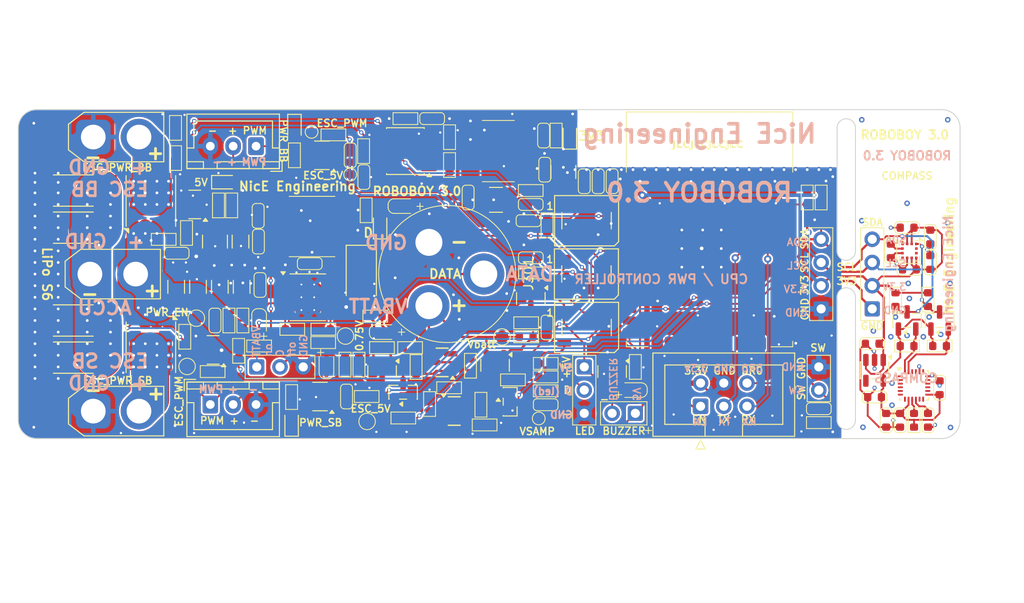
<source format=kicad_pcb>
(kicad_pcb (version 20241229) (generator "pcbnew") (generator_version "9.0")
  (layers (0 "F.Cu" signal) (4 "In1.Cu" signal) (6 "In2.Cu" signal) (2 "B.Cu" signal) (13 "F.Paste" user) (15 "B.Paste" user) (5 "F.SilkS" user "F.Silkscreen") (7 "B.SilkS" user "B.Silkscreen") (1 "F.Mask" user) (3 "B.Mask" user) (25 "Edge.Cuts" user))
  (net 0 "")
  (net 1 "+5V")
  (net 2 "Net-(BZ201--)")
  (net 3 "GND")
  (net 4 "EN")
  (net 5 "+3.3V")
  (net 6 "/CPU/VSAMP")
  (net 7 "SWITCH")
  (net 8 "Net-(U102-C1)")
  (net 9 "Vbatt")
  (net 10 "Net-(D306-K)")
  (net 11 "Net-(J302-Pin_2)")
  (net 12 "Net-(J303-Pin_2)")
  (net 13 "Net-(U303-BOOT)")
  (net 14 "/Robobuoy-Sub-PSU-v3_0/buck_sw")
  (net 15 "Net-(D202-DIN)")
  (net 16 "Net-(D202-DOUT)")
  (net 17 "Net-(D203-DOUT)")
  (net 18 "Net-(D204-DOUT)")
  (net 19 "Net-(D301-A)")
  (net 20 "Net-(D301-K)")
  (net 21 "Net-(D302-A)")
  (net 22 "/Robobuoy-Sub-PSU-v3_0/COMM")
  (net 23 "Net-(D304-A)")
  (net 24 "Net-(D305-A)")
  (net 25 "/CPU/ON")
  (net 26 "Net-(D308-A)")
  (net 27 "DR0")
  (net 28 "RX")
  (net 29 "TX")
  (net 30 "Net-(J302-Pin_1)")
  (net 31 "Net-(J303-Pin_1)")
  (net 32 "Net-(J304-Pin_2)")
  (net 33 "Net-(J305-Pin_2)")
  (net 34 "/CPU/RX_SUB")
  (net 35 "Net-(Q102-B)")
  (net 36 "Net-(Q117-B)")
  (net 37 "Net-(Q307-B)")
  (net 38 "Net-(Q307-C)")
  (net 39 "Net-(Q309-B)")
  (net 40 "Net-(Q309-C)")
  (net 41 "Net-(Q205-G)")
  (net 42 "Net-(Q301-D)")
  (net 43 "Net-(Q301-G)")
  (net 44 "Net-(Q302-G)")
  (net 45 "Net-(Q302-D)")
  (net 46 "Net-(Q303-G)")
  (net 47 "Net-(Q303-D)")
  (net 48 "Net-(Q304-D)")
  (net 49 "/CPU/ESC_SB_PWR")
  (net 50 "Net-(Q305-D)")
  (net 51 "/CPU/ESC_BB_PWR")
  (net 52 "Net-(Q306-G)")
  (net 53 "/CPU/TX_SUB")
  (net 54 "BUZZER")
  (net 55 "LEDS")
  (net 56 "Net-(R311-Pad2)")
  (net 57 "Net-(U302-A)")
  (net 58 "/CPU/ESC_BB")
  (net 59 "/CPU/ESC_SB")
  (net 60 "Net-(U301-A)")
  (net 61 "Net-(U303-RT{slash}SYNC)")
  (net 62 "Net-(U303-FB)")
  (net 80 "Net-(J203-Pin_2)")
  (net 81 "Net-(Q308-G)")
  (net 82 "Net-(U304A-+)")
  (net 83 "Net-(U304B-+)")
  (net 84 "Net-(U304B--)")
  (net 85 "Net-(U304A--)")
  (net 86 "/CPU/Imon")
  (net 109 "+1.8V")
  (net 110 "Net-(U403-REGOUT)")
  (net 111 "Net-(U403-SDO{slash}AD0)")
  (net 112 "SDA_LV")
  (net 113 "SCL_LV")
  (net 114 "/CPU/SCL")
  (net 115 "/CPU/SDA")
  (net 116 "Net-(J306--)")
  (net 117 "Net-(D205-A)")
  (footprint "A_Device:R_0603" (layer "F.Cu") (at 75.7226 34.8362 90)
    (property "Reference" "R104" (hide yes))
    (property "Value" "2.2k")
  )
  (footprint "A_Device:R_0603" (layer "F.Cu") (at 54.9454 43.015 90)
    (property "Reference" "R312")
    (property "Value" "10k")
  )
  (footprint "A_Device:R_0603" (layer "F.Cu") (at 46.8632 56.0409)
    (property "Reference" "R317")
    (property "Value" "47k")
  )
  (footprint "A_Device:C_0603" (layer "F.Cu") (at 74.732 55.842 -90)
    (property "Reference" "C213")
    (property "Value" "100n")
  )
  (footprint "Capacitor_SMD:C_1206_3216Metric" (layer "F.Cu") (at 36.5558 51.397 90)
    (property "Reference" "C304")
    (property "Value" "4.7uF/50V")
  )
  (footprint "A_Device:C_0603" (layer "F.Cu") (at 116.388 66.002 -90)
    (property "Reference" "C405")
    (property "Value" "100n")
  )
  (footprint "Package_TO_SOT_SMD:SOT-23" (layer "F.Cu") (at 114.102 55.08 90)
    (property "Reference" "Q401")
    (property "Value" "AO3400A")
  )
  (footprint "LED_SMD:LED_0603_1608Metric" (layer "F.Cu") (at 56.4694 44.666 90)
    (property "Reference" "D302")
    (property "Value" "COM")
  )
  (footprint "A_Device:R_0603" (layer "F.Cu") (at 47.1 37 -90)
    (property "Reference" "R319")
    (property "Value" "4.7k")
  )
  (footprint "A_Device:R_0603" (layer "F.Cu") (at 59.238 32.982)
    (property "Reference" "R334")
    (property "Value" "4.7k")
  )
  (footprint "A_Device:D_SOD-323_1.8x1.4x1.15" (layer "F.Cu") (at 58.8992 42.5578)
    (property "Reference" "D309" (hide yes))
    (property "Value" "1N4148WS")
  )
  (footprint "A_Device:R_0603" (layer "F.Cu") (at 70.9982 61.5824)
    (property "Reference" "R306")
    (property "Value" "6.2k")
  )
  (footprint "Connector_IDC:IDC-Header_2x03_P2.54mm_Vertical" (layer "F.Cu") (at 91.5164 64.4685 90)
    (property "Reference" "J201" (hide yes))
    (property "Value" "Prog")
  )
  (footprint "Capacitor_SMD:C_1210_3225Metric" (layer "F.Cu") (at 38.41 46.444 -90)
    (property "Reference" "C313")
    (property "Value" "100u/10V")
  )
  (footprint "A_Device:R_0603" (layer "F.Cu") (at 32.8 46.2)
    (property "Reference" "R327")
    (property "Value" "18k")
  )
  (footprint "A_Device:C_0603" (layer "F.Cu") (at 116.642 48.73 90)
    (property "Reference" "C113")
    (property "Value" "100n")
  )
  (footprint "A_Device:R_0603" (layer "F.Cu") (at 74.5796 61.2522)
    (property "Reference" "R304")
    (property "Value" "1k")
  )
  (footprint "A_Device:C_0603" (layer "F.Cu") (at 34.219 47.714)
    (property "Reference" "C305")
    (property "Value" "100n")
  )
  (footprint "A_Device:R_0603" (layer "F.Cu") (at 74.5796 62.7762)
    (property "Reference" "R307")
    (property "Value" "1k")
  )
  (footprint "A_Device:D_SOD-323_1.8x1.4x1.15" (layer "F.Cu") (at 84.13 62.7 180)
    (property "Reference" "D201")
    (property "Value" "1N4148WS")
  )
  (footprint "A_Device:R_0603" (layer "F.Cu") (at 72.446 55.334)
    (property "Reference" "R303")
    (property "Value" "100k")
  )
  (footprint "A_Device:C_0603" (layer "F.Cu") (at 43.1598 46.444 -90)
    (property "Reference" "C312")
    (property "Value" "1n")
  )
  (footprint "Resistor_SMD:R_2512_6332Metric_Pad1.40x3.35mm_HandSolder" (layer "F.Cu") (at 22.916 59.144)
    (property "Reference" "R339")
    (property "Value" "1")
  )
  (footprint "A_Device:R_0603" (layer "F.Cu") (at 35.3 45.5 -90)
    (property "Reference" "R325")
    (property "Value" "10k")
  )
  (footprint "PCM_JLCPCB:Q_SOT-23" (layer "F.Cu") (at 63.2512 59.6661 180)
    (property "Reference" "Q307" (hide yes))
    (property "Value" "MMBT5401")
  )
  (footprint "Package_TO_SOT_SMD:SOT-23-5" (layer "F.Cu") (at 110.546 60.5355 -90)
    (property "Reference" "U401")
    (property "Value" "LP5907MFX-1.8")
  )
  (footprint "A_Device:R_0603" (layer "F.Cu") (at 64.064 38.062 -90)
    (property "Reference" "R335")
    (property "Value" "10k")
  )
  (footprint "Package_TO_SOT_SMD:SOT-23" (layer "F.Cu") (at 81.844 60.668 -90)
    (property "Reference" "Q205")
    (property "Value" "AO3400A")
  )
  (footprint "A_Device:D_SOD-323_1.8x1.4x1.15" (layer "F.Cu") (at 43.236 55.334 -90)
    (property "Reference" "D306")
    (property "Value" "1N4148WS")
  )
  (footprint "A_Device:R_0603" (layer "F.Cu") (at 35.108 56.858 -90)
    (property "Reference" "R328")
    (property "Value" "18k")
  )
  (footprint "A_Device:R_0603" (layer "F.Cu") (at 52.634 59.906 90)
    (property "Reference" "R309")
    (property "Value" "100k")
  )
  (footprint "Capacitor_SMD:C_1206_3216Metric" (layer "F.Cu") (at 34.1682 51.397 90)
    (property "Reference" "C303")
    (property "Value" "22uF/35V")
  )
  (footprint "A_Device:C_0603" (layer "F.Cu") (at 48.7732 48.8579 180)
    (property "Reference" "C311")
    (property "Value" "100n")
  )
  (footprint "Connector_AMASS:AMASS_XT30U-M_1x02_P5.0mm_Vertical" (layer "F.Cu") (at 24.734 50)
    (property "Reference" "J306")
    (property "Value" "LiPo S6")
  )
  (footprint "A_Device:R_0603" (layer "F.Cu") (at 51.364 34.76)
    (property "Reference" "R316")
    (property "Value" "100")
  )
  (footprint "A_Device:R_0603" (layer "F.Cu") (at 38.156 60.668 180)
    (property "Reference" "R326")
    (property "Value" "10k")
  )
  (footprint "LED_SMD:LED_0603_1608Metric" (layer "F.Cu") (at 77.2212 34.8362 90)
    (property "Reference" "D205" (hide yes))
    (property "Value" "GREEN" (hide yes))
  )
  (footprint "PCM_JLCPCB:Q_SOT-23" (layer "F.Cu") (at 64.572 64.986)
    (property "Reference" "Q309" (hide yes))
    (property "Value" "MMBT5401")
  )
  (footprint "Package_TO_SOT_SMD:SOT-23" (layer "F.Cu") (at 117.658 55.08 90)
    (property "Reference" "Q403")
    (property "Value" "AO3400A")
  )
  (footprint "A_Device:L_6.6x7.0mm" (layer "F.Cu") (at 49.0272 44.7939 180)
    (property "Reference" "L301")
    (property "Value" "10uH")
  )
  (footprint "A_Device:R_0603" (layer "F.Cu") (at 54.666 36.538 -90)
    (property "Reference" "R333")
    (property "Value" "4.7k")
  )
  (footprint "Package_SO:SO-8_3.9x4.9mm_P1.27mm" (layer "F.Cu") (at 59.238 36.538 180)
    (property "Reference" "U304")
    (property "Value" "TL082")
  )
  (footprint "A_Device:R_0603" (layer "F.Cu") (at 61.8796 64.224 -90)
    (property "Reference" "R343" (hide yes))
    (property "Value" "10k")
  )
  (footprint "A_Connector:Header_1x03_P2.54_Male" (layer "F.Cu") (at 45.522 60.16)
    (property "Reference" "SW301")
    (property "Value" "On/Off")
  )
  (footprint "A_Connector:Header_1x04_P2.54_Male" (layer "F.Cu") (at 104.704 50 90)
    (property "Reference" "J401")
    (property "Value" "Display")
  )
  (footprint "Resistor_SMD:R_2512_6332Metric_Pad1.40x3.35mm_HandSolder" (layer "F.Cu") (at 22.916 55.08)
    (property "Reference" "R338")
    (property "Value" "1")
  )
  (footprint "A_Device:C_0603" (layer "F.Cu") (at 117.658 62.446 -90)
    (property "Reference" "C406")
    (property "Value" "10n")
  )
  (footprint "A_Device:R_0603" (layer "F.Cu") (at 41 58.4 90)
    (property "Reference" "R324")
    (property "Value" "100k")
  )
  (footprint "LED_SMD:LED_WS2812B_PLCC4_5.0x5.0mm_P3.2mm" (layer "F.Cu") (at 79.05 55.842)
    (property "Reference" "D204")
    (property "Value" "WS2812B")
  )
  (footprint "A_Device:R_0603" (layer "F.Cu") (at 103.18 41.618 -90)
    (property "Reference" "R212")
    (property "Value" "2.2k")
  )
  (footprint "Package_TO_SOT_SMD:SOT-23" (layer "F.Cu") (at 72.954 52.667 -90)
    (property "Reference" "Q301")
    (property "Value" "AO3400A")
  )
  (footprint "A_Device:R_0603" (layer "F.Cu") (at 117.658 57.874)
    (property "Reference" "R105")
    (property "Value" "10k")
  )
  (footprint "Resistor_SMD:R_2512_6332Metric_Pad1.40x3.35mm_HandSolder" (layer "F.Cu") (at 22.916 44.92)
    (property "Reference" "R337")
    (property "Value" "1")
  )
  (footprint "A_Device:R_0603" (layer "F.Cu") (at 84.384 60.16 90)
    (property "Reference" "R209")
    (property "Value" "100")
  )
  (footprint "LED_SMD:LED_WS2812B_PLCC4_5.0x5.0mm_P3.2mm" (layer "F.Cu") (at 79.05 44.158)
    (property "Reference" "D202")
    (property "Value" "WS2812B")
  )
  (footprint "Package_DFN_QFN:AO_DFN-8-1EP_5.55x5.2mm_P1.27mm_EP4.12x4.6mm" (layer "F.Cu") (at 31.4 58 -90)
    (property "Reference" "Q306")
    (property "Value" "AON6407-MS" (hide yes))
  )
  (footprint "Package_TO_SOT_SMD:SOT-23-5" (layer "F.Cu") (at 49.9 63.4 180)
    (property "Reference" "U302")
    (property "Value" "SN74LV1T34DBV")
  )
  (footprint "A_Device:C_0603" (layer "F.Cu") (at 38.41 55.08 -90)
    (property "Reference" "C308")
    (property "Value" "100n")
  )
  (footprint "A_Connector:Header_1x02_P2.54_Jumper" (layer "F.Cu") (at 104.45 61.43 -90)
    (property "Reference" "SW202")
    (property "Value" "MODE")
  )
  (footprint "A_Device:C_0603" (layer "F.Cu") (at 80.32 39.84 90)
    (property "Reference" "C202")
    (property "Value" "100n")
  )
  (footprint "PCM_JLCPCB:Part_Num_JLCPCB" (layer "F.Cu") (at 92.3088 35.8522)
    (property "Reference" "PN101" (hide yes))
    (property "Value" "~" (hide yes))
  )
  (footprint "A_Device:R_0603" (layer "F.Cu") (at 50.2464 57.4939)
    (property "Reference" "R321")
    (property "Value" "47k")
  )
  (footprint "A_Device:C_0603" (layer "F.Cu") (at 74.478 38.57 90)
    (property "Reference" "C102")
    (property "Value" "100n")
  )
  (footprint "A_Device:R_0603" (layer "F.Cu") (at 116.388 52.794 -90)
    (property "Reference" "R401")
    (property "Value" "10k")
  )
  (footprint "A_Device:R_0603" (layer "F.Cu") (at 39.934 55.08 -90)
    (property "Reference" "R314")
    (property "Value" "47k")
  )
  (footprint "A_Device:C_0603" (layer "F.Cu") (at 114.356 49.492)
    (property "Reference" "C124")
    (property "Value" "1n")
  )
  (footprint "A_Device:C_0603" (layer "F.Cu") (at 113.34 66.002 -90)
    (property "Reference" "C403")
    (property "Value" "100n")
  )
  (footprint "A_Device:R_0603" (layer "F.Cu") (at 104.704 41.618 -90)
    (property "Reference" "R211")
    (property "Value" "2.2k")
  )
  (footprint "A_Device:R_0603" (layer "F.Cu") (at 55 63.4)
    (property "Reference" "R315")
    (property "Value" "100")
  )
  (footprint "LED_SMD:LED_0603_1608Metric" (layer "F.Cu") (at 46.792 66.256 90)
    (property "Reference" "D305" (hide yes))
    (property "Value" "GREEN" (hide yes))
  )
  (footprint "A_Pads_Pins:Testpad_1.4" (layer "F.Cu") (at 35.362 60.1092)
    (property "Reference" "TP305" (hide yes))
    (property "Value" "ESC_PWM")
  )
  (footprint "Resistor_SMD:R_2512_6332Metric_Pad1.40x3.35mm_HandSolder" (layer "F.Cu") (at 22.916 40.856)
    (property "Reference" "R330")
    (property "Value" "1")
  )
  (footprint "A_Device:R_0603" (layer "F.Cu") (at 38.791 42.4816 90)
    (property "Reference" "R323")
    (property "Value" "100k")
  )
  (footprint "A_IC_SOT:SOT223" (layer "F.Cu") (at 69.398 36.538)
    (property "Reference" "U201")
    (property "Value" "LM1117S-3.3" (hide yes))
  )
  (footprint "Package_SO:SOIC-8-1EP_3.9x4.9mm_P1.27mm_EP2.41x3.81mm_ThermalVias" (layer "F.Cu") (at 48.5632 52.5409)
    (property "Reference" "U303")
    (property "Value" "LMR16020PDDA")
  )
  (footprint "A_Device:R_0603" (layer "F.Cu") (at 55.936 54.5974)
    (property "Reference" "R318")
    (property "Value" "2.2k")
  )
  (footprint "A_Pads_Pins:Testpad_1.4" (layer "F.Cu") (at 52.6848 56.7827)
    (property "Reference" "TP308" (hide yes))
    (property "Value" "0.75V")
  )
  (footprint "A_Device:R_0603" (layer "F.Cu") (at 54.158 59.906 -90)
    (property "Reference" "R310")
    (property "Value" "100k")
  )
  (footprint "Sensor_Motion:InvenSense_QFN-24_3x3mm_P0.4mm" (layer "F.Cu") (at 114.864 62.192)
    (property "Reference" "U403")
    (property "Value" "ICM-20948")
  )
  (footprint "A_Device:C_0603" (layer "F.Cu") (at 81.844 39.84 90)
    (property "Reference" "C203")
    (property "Value" "100n")
  )
  (footprint "Package_TO_SOT_SMD:SOT-23" (layer "F.Cu") (at 38.2 58.3 180)
    (property "Reference" "Q305")
    (property "Value" "AO3400A")
  )
  (footprint "A_Device:C_0603" (layer "F.Cu") (at 43.3376 51.1938 90)
    (property "Reference" "C306")
    (property "Value" "10n")
  )
  (footprint "A_Device:R_0603" (layer "F.Cu") (at 64.0132 62.446)
    (property "Reference" "R342" (hide yes))
    (property "Value" "10k")
  )
  (footprint "Package_TO_SOT_SMD:SOT-23-5" (layer "F.Cu") (at 50.1 37 180)
    (property "Reference" "U301")
    (property "Value" "SN74LV1T34DBV")
  )
  (footprint "A_Device:R_0603" (layer "F.Cu") (at 59.746 58.0518 180)
    (property "Reference" "R305")
    (property "Value" "10k")
  )
  (footprint "A_Module:ESP32-WROOM-32" (layer "F.Cu") (at 92.496981 45.098111 -90)
    (property "Reference" "U202")
    (property "Value" "ESP32-WROOM-32E_(visible_peripherals)")
  )
  (footprint "Diode_SMD:D_SMA" (layer "F.Cu") (at 54.412 50.3556 -90)
    (property "Reference" "D307")
    (property "Value" "SS54")
  )
  (footprint "A_Device:R_0603" (layer "F.Cu") (at 60.4064 60.1734 -90)
    (property "Reference" "R109" (hide yes))
    (property "Value" "10k")
  )
  (footprint "A_Device:C_0603" (layer "F.Cu") (at 74.5796 64.3002)
    (property "Reference" "C307")
    (property "Value" "100n")
  )
  (footprint "Package_TO_SOT_SMD:SOT-23" (layer "F.Cu") (at 69.0424 59.9822 -90)
    (property "Reference" "Q302")
    (property "Value" "AO3401A")
  )
  (footprint "LED_SMD:LED_0603_1608Metric" (layer "F.Cu") (at 47.1 34 -90)
    (property "Reference" "D304" (hide yes))
    (property "Value" "GREEN" (hide yes))
  )
  (footprint "A_Device:R_0603" (layer "F.Cu") (at 114.102 57.874)
    (property "Reference" "R402")
    (property "Value" "10k")
  )
  (footprint "Connector_AMASS:AMASS_XT30U-M_1x02_P5.0mm_Vertical" (layer "F.Cu") (at 25.1 65)
    (property "Reference" "J305")
    (property "Value" "ESC_PWR_SB")
  )
  (footprint "A_Device:R_0603" (layer "F.Cu") (at 41.458 55.08 -90)
    (property "Reference" "R313")
    (property "Value" "100k")
  )
  (footprint "Package_DFN_QFN:AO_DFN-8-1EP_5.55x5.2mm_P1.27mm_EP4.12x4.6mm" (layer "F.Cu") (at 31.4 42 90)
    (property "Reference" "Q308")
    (property "Value" "AON6407-MS")
  )
  (footprint "A_Device:R_0603" (layer "F.Cu") (at 72.942 40.856)
    (property "Reference" "R201")
    (property "Value" "10k")
  )
  (footprint "A_Device:C_0603" (layer "F.Cu") (at 54.6914 39.3828 -90)
    (property "Reference" "C314")
    (property "Value" "100n")
  )
  (footprint "A_Connector:Header_1x04_P2.54_Male" (layer "F.Cu") (at 110.292 50 90)
    (property "Reference" "J102")
    (property "Value" "I2C_OUT")
  )
  (footprint "A_Connector:Header_1x02_P2.54_Jumper" (layer "F.Cu") (at 83.114 65.24 180)
    (property "Reference" "BZ201")
    (property "Value" "Buzzer")
  )
  (footprint "A_Device:C_0603" (layer "F.Cu") (at 112.324 47.46 -90)
    (property "Reference" "C116")
    (property "Value" "100n")
  )
  (footprint "Connector_JST:JST_XH_B3B-XH-A_1x03_P2.50mm_Vertical" (layer "F.Cu") (at 42.9 36 180)
    (property "Reference" "J302")
    (property "Value" "ESC_BB")
  )
  (footprint "A_Device:C_0603" (layer "F.Cu") (at 74.351 34.8362 90)
    (property "Reference" "C211")
    (property "Value" "100n")
  )
  (footprint "A_Device:R_0603" (layer "F.Cu") (at 34.092 33.998 -90)
    (property "Reference" "R331")
    (property "Value" "1.5k")
  )
  (footprint "A_Device:R_0603" (layer "F.Cu") (at 56.6726 58.0518)
    (property "Reference" "R308")
    (property "Value" "2.2k")
  )
  (footprint "A_Device:C_0603" (layer "F.Cu") (at 53.2 37 90)
    (property "Reference" "C309")
    (property "Value" "100n")
  )
  (footprint "A_Device:C_0603" (layer "F.Cu") (at 110.546 63.462 180)
    (property "Reference" "C402")
    (property "Value" "1u/50V")
  )
  (footprint "A_Device:C_0603" (layer "F.Cu") (at 104.45 64.732 180)
    (property "Reference" "C216")
    (property "Value" "10n")
  )
  (footprint "A_Device:R_0603" (layer "F.Cu") (at 67.8994 66.51 180)
    (property "Reference" "R345" (hide yes))
    (property "Value" "10k")
  )
  (footprint "A_Device:R_0603" (layer "F.Cu") (at 40.2388 42.4816 -90)
    (property "Reference" "R329")
    (property "Value" "10k")
  )
  (footprint "A_Device:R_0603" (layer "F.Cu") (at 104.45 66.256)
    (property "Reference" "R210")
    (property "Value" "10k")
  )
  (footprint "A_Device:R_0603" (layer "F.Cu") (at 46.792 63.462 90)
    (property "Reference" "R320")
    (property "Value" "4.7k")
  )
  (footprint "A_Device:R_0603" (layer "F.Cu") (at 43.236 57.874 180)
    (property "Reference" "R311")
    (property "Value" "100k")
  )
  (footprint "A_Device:R_0603" (layer "F.Cu") (at 64.064 35.014 -90)
    (property "Reference" "R336")
    (property "Value" "10k")
  )
  (footprint "A_Device:C_0603" (layer "F.Cu") (at 72.954 48.222 180)
    (property "Reference" "C214")
    (property "Value" "100n")
  )
  (footprint "Capacitor_SMD:C_1210_3225Metric" (layer "F.Cu") (at 69.144 41.872 180)
    (property "Reference" "C212")
    (property "Value" "100u/10V")
  )
  (footprint "Package_TO_SOT_SMD:SOT-23" (layer "F.Cu") (at 58.984 62.9286 90)
    (property "Reference" "Q117" (hide yes))
    (property "Value" "MMBT3904")
  )
  (footprint "A_Connector:Header_1x03_P2.54_Male" (layer "F.Cu") (at 78.796 62.7 -90)
    (property "Reference" "J203")
    (property "Value" "ESC_BB")
  )
  (footprint "A_Device:C_0603" (layer "F.Cu") (at 111.816 66.002 90)
    (property "Reference" "C404")
    (property "Value" "1n")
  )
  (footprint "A_Device:R_0603" (layer "F.Cu") (at 34.092 37.3 90)
    (property "Reference" "R332")
    (property "Value" "1.5k")
  )
  (footprint "A_Connector:RoundWire_1x03_P5.50mm_Vertical" (layer "F.Cu") (at 63.807259 49.991436 -90)
    (property "Reference" "J301")
    (property "Value" "CHRG/DATA")
  )
  (footprint "A_Device:R_0603" (layer "F.Cu") (at 67.493 64.3002 -90)
    (property "Reference" "R344" (hide yes))
    (property "Value" "10k")
  )
  (footprint "A_Device:C_0603" (layer "F.Cu") (at 43.1344 43.6246 90)
    (property "Reference" "C315")
    (property "Value" "100n")
  )
  (footprint "A_Pads_Pins:Testpad_1.4" (layer "F.Cu") (at 69.8044 56.8834)
    (property "Reference" "TP301" (hide yes))
    (property "Value" "Vbatt")
  )
  (footprint "Connector_JST:JST_XH_B3B-XH-A_1x03_P2.50mm_Vertical" (layer "F.Cu") (at 37.9 64.275)
    (property "Reference" "J303")
    (property "Value" "ESC_SB")
  )
  (footprint "A_Device:R_0603" (layer "F.Cu") (at 114.864 66.002 90)
    (property "Reference" "R404")
    (property "Value" "10k")
  )
  (footprint "A_Device:R_0603" (layer "F.Cu") (at 59.0094 65.748)
    (property "Reference" "R340" (hide yes))
    (property "Value" "1k")
  )
  (footprint "Capacitor_SMD:C_1206_3216Metric" (layer "F.Cu") (at 38.9434 51.397 90)
    (property "Reference" "C301")
    (property "Value" "22uF/35V")
  )
  (footprint "A_Device:D_SOD-323_1.8x1.4x1.15" (layer "F.Cu") (at 56.8504 56.35)
    (property "Reference" "D303")
    (property "Value" "1N4148WS")
  )
  (footprint "A_Device:R_0603" (layer "F.Cu") (at 72.446 56.858 180)
    (property "Reference" "R302")
    (property "Value" "10k")
  )
  (footprint "A_Device:C_0603" (layer "F.Cu") (at 110.292 57.62 180)
    (property "Reference" "C401")
    (property "Value" "1u/50V")
  )
  (footprint "A_Pads_Pins:Testpad_1.4" (layer "F.Cu") (at 36.378 54.826)
    (property "Reference" "TP303" (hide yes))
    (property "Value" "PWR_EN")
  )
  (footprint "A_Device:R_0603" (layer "F.Cu") (at 112.832 52.794 -90)
    (property "Reference" "R403")
    (property "Value" "10k")
  )
  (footprint "A_Device:LGA-12_2x2mm_P0.5mm" (layer "F.Cu") (at 114.356 47.46 -90)
    (property "Reference" "U102")
    (property "Value" "LSM303AGRTR")
  )
  (footprint "A_Device:R_0603" (layer "F.Cu") (at 74.732 44.666 -90)
    (property "Reference" "R213")
    (property "Value" "100")
  )
  (footprint "Capacitor_SMD:C_1206_3216Metric" (layer "F.Cu") (at 41.204 46.444 -90)
    (property "Reference" "C317")
    (property "Value" "4.7uF/50V")
  )
  (footprint "A_Pads_Pins:Testpad_1" (layer "F.Cu") (at 48.9764 34.4298)
    (property "Reference" "TP304" (hide yes))
    (property "Value" "ESC_PWM")
  )
  (footprint "A_Device:C_0603" (layer "F.Cu") (at 52.8 63.4 90)
    (property "Reference" "C310")
    (property "Value" "100n")
  )
  (footprint "A_Device:C_0603" (layer "F.Cu") (at 66.096 41.618 -90)
    (property "Reference" "C207")
    (property "Value" "100n")
  )
  (footprint "A_Device:C_0603" (layer "F.Cu") (at 78.796 39.84 90)
    (property "Reference" "C103")
    (property "Value" "100n")
  )
  (footprint "Capacitor_SMD:C_1206_3216Metric" (layer "F.Cu") (at 41.32704 51.39668 90)
    (property "Reference" "C302")
    (property "Value" "22uF/35V")
  )
  (footprint "Capacitor_SMD:C_1210_3225Metric" (layer "F.Cu") (at 76.51 38.824 90)
    (property "Reference" "C208")
    (property "Value" "100u/10V")
  )
  (footprint "A_Device:C_0603" (layer "F.Cu") (at 116.642 45.936 -90)
    (property "Reference" "C114")
    (property "Value" "1u/50V")
  )
  (footprint "A_Device:C_0603" (layer "F.Cu") (at 72.7 44.158 180)
    (property "Reference" "C215")
    (property "Value" "100n")
  )
  (footprint "A_Device:R_0603" (layer "F.Cu") (at 50.2632 56.0409 180)
    (property "Reference" "R322")
    (property "Value" "8.2K")
  )
  (footprint "Connector_AMASS:AMASS_XT30U-M_1x02_P5.0mm_Vertical" (layer "F.Cu") (at 25.1 35)
    (property "Reference" "J304" (hide yes))
    (property "Value" "ESC_PWR_BB")
  )
  (footprint "Package_TO_SOT_SMD:SOT-23" (layer "F.Cu") (at 70.6934 63.97)
    (property "Reference" "Q102" (hide yes))
    (property "Value" "MMBT3904")
  )
  (footprint "A_Device:D_SOD-323_1.8x1.4x1.15" (layer "F.Cu") (at 50.602 59.906 90)
    (property "Reference" "D301")
    (property "Value" "1N4148WS")
  )
  (footprint "A_Device:C_0603" (layer "F.Cu") (at 114.102 44.92)
    (property "Reference" "C115")
    (property "Value" "10n")
  )
  (footprint "A_Pads_Pins:Testpad_1" (layer "F.Cu") (at 53.2 39.1)
    (property "Reference" "TP306" (hide yes))
    (property "Value" "ESC_5V")
  )
  (footprint "Package_TO_SOT_SMD:SOT-23" (layer "F.Cu") (at 36.2002 42.38 180)
    (property "Reference" "Q304")
    (property "Value" "AO3400A")
  )
  (footprint "A_Device:R_0603" (layer "F.Cu") (at 72.954 49.873)
    (property "Reference" "R301")
    (property "Value" "100")
  )
  (footprint "Package_TO_SOT_SMD:SOT-23" (layer "F.Cu") (at 56.686 60.68 -90)
    (property "Reference" "Q303")
    (property "Value" "AO3401A")
  )
  (footprint "A_Device:R_0603" (layer "F.Cu") (at 74.583622 59.779 180)
    (property "Reference" "R214")
    (property "Value" "100")
  )
  (footprint "A_Pads_Pins:Testpad_1.4" (layer "F.Cu") (at 55.047 66.129)
    (property "Reference" "TP307" (hide yes))
    (property "Value" "ESC_5V")
  )
  (footprint "A_Pads_Pins:Testpad_1" (layer "F.Cu") (at 73.8176 65.7988)
    (property "Reference" "TP302" (hide yes))
    (property "Value" "VSAMP")
  )
  (footprint "LED_SMD:LED_WS2812B_PLCC4_5.0x5.0mm_P3.2mm" (layer "F.Cu") (at 79.032901 49.990795)
    (property "Reference" "D203")
    (property "Value" "WS2812B")
  )
  (footprint "A_Device:R_0603" (layer "F.Cu") (at 66.35 60.033 90)
    (property "Reference" "R341" (hide yes))
    (property "Value" "10k")
  )
  (footprint "A_Device:C_0603" (layer "F.Cu") (at 72.942 42.38 180)
    (property "Reference" "C201")
    (property "Value" "100n")
  )
  (footprint "A_Device:C_0603" (layer "F.Cu") (at 62.159 32.982)
    (property "Reference" "C316" (hide yes))
    (property "Value" "1n")
  )
  (footprint "LED_SMD:LED_0603_1608Metric" (layer "F.Cu") (at 39.5276 39.9416)
    (property "Reference" "D308" (hide yes))
    (property "Value" "GREEN" (hide yes))
  )
  (gr_line (start 108.45 34) (end 108.45 47.5) (stroke (width 0.1)) (layer "Edge.Cuts"))
  (gr_arc (start 18.9 68) (mid 17.485786 67.414214) (end 16.9 66) (stroke (width 0.1)) (layer "Edge.Cuts"))
  (gr_arc (start 117.9 32) (mid 119.314214 32.585786) (end 119.9 34) (stroke (width 0.1)) (layer "Edge.Cuts"))
  (gr_arc (start 16.9 34) (mid 17.485786 32.585786) (end 18.9 32) (stroke (width 0.1)) (layer "Edge.Cuts"))
  (gr_arc (start 119.9 66) (mid 119.314214 67.414214) (end 117.9 68) (stroke (width 0.1)) (layer "Edge.Cuts"))
  (gr_line (start 117.9 68) (end 18.9 68) (stroke (width 0.1)) (layer "Edge.Cuts"))
  (gr_line (start 16.9 66) (end 16.9 34) (stroke (width 0.1)) (layer "Edge.Cuts"))
  (gr_line (start 106.45 52.5) (end 106.45 66) (stroke (width 0.1)) (layer "Edge.Cuts"))
  (gr_arc (start 106.45 34) (mid 107.45 33) (end 108.45 34) (stroke (width 0.1)) (layer "Edge.Cuts"))
  (gr_arc (start 108.45 47.5) (mid 107.45 48.5) (end 106.45 47.5) (stroke (width 0.1)) (layer "Edge.Cuts"))
  (gr_line (start 106.45 34) (end 106.45 47.5) (stroke (width 0.1)) (layer "Edge.Cuts"))
  (gr_line (start 18.9 32) (end 117.9 32) (stroke (width 0.1)) (layer "Edge.Cuts"))
  (gr_line (start 108.45 52.5) (end 108.45 66) (stroke (width 0.1)) (layer "Edge.Cuts"))
  (gr_arc (start 106.45 52.5) (mid 107.45 51.5) (end 108.45 52.5) (stroke (width 0.1)) (layer "Edge.Cuts"))
  (gr_arc (start 108.45 66) (mid 107.45 67) (end 106.45 66) (stroke (width 0.1)) (layer "Edge.Cuts"))
  (gr_line (start 119.9 34) (end 119.9 66) (stroke (width 0.1)) (layer "Edge.Cuts"))
  (gr_text "C" (at 72.319 51.143 0) (layer "B.Cu") (effects (font (size 1.5 1.5) (thickness 0.3) (bold yes)) (justify left bottom mirror)))
  (gr_text "+" (at 65.1054 53.3528 0) (layer "F.SilkS") (effects (font (size 1.5 1.5) (thickness 0.3) (bold yes))))
  (gr_text "3V3" (at 107.498 50.762 0) (layer "F.SilkS") (effects (font (size 0.8 0.8) (thickness 0.15) (bold yes))))
  (gr_text "PWM +  -" (at 36.6828 66.51 0) (layer "F.SilkS") (effects (font (size 0.8 0.8) (thickness 0.15) (bold yes)) (justify left bottom)))
  (gr_text "LED" (at 80.066 67.1704 0) (layer "F.SilkS") (effects (font (size 0.8 0.8) (thickness 0.16) (bold yes)) (justify right)))
  (gr_text "NicE Engineering" (at 119.309 47.968 90) (layer "F.SilkS") (effects (font (size 1 1) (thickness 0.2) (bold yes)) (justify bottom)))
  (gr_text "SDA" (at 110.3174 44.3358 0) (layer "F.SilkS") (effects (font (size 0.8 0.8) (thickness 0.15) (bold yes))))
  (gr_text "GND" (at 110.2666 55.6896 0) (layer "F.SilkS") (effects (font (size 0.8 0.8) (thickness 0.15) (bold yes))))
  (gr_text "SCL" (at 107.498 49.238 0) (layer "F.SilkS") (effects (font (size 0.8 0.8) (thickness 0.15) (bold yes))))
  (gr_text "COMPASS" (at 114.102 39.713 0) (layer "F.SilkS") (effects (font (size 0.8 0.8) (thickness 0.15) (bold yes)) (justify bottom)))
  (gr_text "SDA" (at 102.9006 46.1646 90) (layer "F.SilkS") (effects (font (size 0.8 0.8) (thickness 0.15) (bold yes))))
  (gr_text "NicE Engineering" (at 47.427 40.983 0) (layer "F.SilkS") (effects (font (size 1 1) (thickness 0.2) (bold yes)) (justify bottom)))
  (gr_text "EN  TX  RX" (at 94.036 66.383 0) (layer "F.SilkS") (effects (font (size 0.8 0.8) (thickness 0.15) (bold yes)) (justify bottom)))
  (gr_text "SCL" (at 102.9006 48.7554 90) (layer "F.SilkS") (effects (font (size 0.8 0.8) (thickness 0.15) (bold yes))))
  (gr_text "DATA" (at 63.580293 49.991436 0) (layer "F.SilkS") (effects (font (size 1 1) (thickness 0.2) (bold yes))))
  (gr_text "D" (at 76.9418 62.7 0) (layer "F.SilkS") (effects (font (size 0.8 0.8) (thickness 0.15) (bold yes))))
  (gr_text "+" (at 85.733232 67.113333 90) (layer "F.SilkS") (effects (font (size 0.9 0.9) (thickness 0.1))))
  (gr_text "3.3V GND DR0" (at 94.036 61.049 0) (layer "F.SilkS") (effects (font (size 0.8 0.8) (thickness 0.15) (bold yes)) (justify bottom)))
  (gr_text "-" (at 81.0058 63.6906 0) (layer "F.SilkS") (effects (font (size 0.8 0.8) (thickness 0.15) (bold yes))))
  (gr_text "D" (at 54.539 46.063 0) (layer "F.SilkS") (effects (font (size 1 1) (thickness 0.2) (bold yes)) (justify left bottom)))
  (gr_text "ROBOBOY 3.0" (at 55.555 41.491 0) (layer "F.SilkS") (effects (font (size 0.95 0.95) (thickness 0.2) (bold yes)) (justify left bottom)))
  (gr_text "-" (at 65.1054 46.4186 0) (layer "F.SilkS") (effects (font (size 1.5 1.5) (thickness 0.3) (bold yes))))
  (gr_text "-  + PWM" (at 37.5464 34.76 0) (layer "F.SilkS") (effects (font (size 0.8 0.8) (thickness 0.15) (bold yes)) (justify left bottom)))
  (gr_text "-" (at 76.9164 65.2908 0) (layer "F.SilkS") (effects (font (size 0.8 0.8) (thickness 0.15) (bold yes))))
  (gr_text "GND" (at 102.926 53.8354 90) (layer "F.SilkS") (effects (font (size 0.8 0.8) (thickness 0.15) (bold yes))))
  (gr_text "SW" (at 104.3738 58.0772 0) (layer "F.SilkS") (effects (font (size 0.8 0.8) (thickness 0.15) (bold yes))))
  (gr_text "SW GND" (at 102.545 61.43 90) (layer "F.SilkS") (effects (font (size 0.8 0.8) (thickness 0.15) (bold yes))))
  (gr_text "BUZZER" (at 83.1394 67.1704 0) (layer "F.SilkS") (effects (font (size 0.8 0.8) (thickness 0.15) (bold yes))))
  (gr_text "ROBOBOY 3.0" (at 113.848 34.76 0) (layer "F.SilkS") (effects (font (size 0.95 0.95) (thickness 0.2) (bold yes))))
  (gr_text "3V3" (at 102.9006 51.2192 90) (layer "F.SilkS") (effects (font (size 0.8 0.8) (thickness 0.15) (bold yes))))
  (gr_text "+5V" (at 76.8402 60.2108 90) (layer "F.SilkS") (effects (font (size 0.8 0.8) (thickness 0.15) (bold yes))))
  (gr_text "-  + PWM" (at 43.236 63.081 0) (layer "B.SilkS") (effects (font (size 0.8 0.8) (thickness 0.2) (bold yes)) (justify left bottom mirror)))
  (gr_text "ESC SB\n+  GND\n" (at 31.298 62.827 0) (layer "B.SilkS") (effects (font (size 1.5 1.5) (thickness 0.3) (bold yes)) (justify left bottom mirror)))
  (gr_text "DR0 GND 3.3V" (at 94.036 60.795 0) (layer "B.SilkS") (effects (font (size 0.8 0.8) (thickness 0.15) (bold yes)) (justify bottom mirror)))
  (gr_text "DATA" (at 70.033 50 0) (layer "B.SilkS") (effects (font (size 1.5 1.5) (thickness 0.3) (bold yes)) (justify right mirror)))
  (gr_text "NicE Engineering\n\nROBOBOY 3.0" (at 91.369 42.253 0) (layer "B.SilkS") (effects (font (size 2 2) (thickness 0.4) (bold yes)) (justify bottom mirror)))
  (gr_text "VBATT\non\nC\noff\nGND" (at 48.57 59.144 90) (layer "B.SilkS") (effects (font (size 0.8 0.8) (thickness 0.15) (bold yes)) (justify right bottom mirror)))
  (gr_text "+  GND\nESC BB" (at 31.298 41.618 0) (layer "B.SilkS") (effects (font (size 1.5 1.5) (thickness 0.3) (bold yes)) (justify left bottom mirror)))
  (gr_text "GND" (at 59.619 46.571 0) (layer "B.SilkS") (effects (font (size 1.5 1.5) (thickness 0.3) (bold yes)) (justify left mirror)))
  (gr_text "SDA\n\nSCL\n\n3.3V\n\nGND" (at 114.102 54.445 0) (layer "B.SilkS") (effects (font (size 0.8 0.8) (thickness 0.15) (bold yes)) (justify left bottom mirror)))
  (gr_text "RX  TX  EN" (at 94.163 66.637 0) (layer "B.SilkS") (effects (font (size 0.8 0.8) (thickness 0.15) (bold yes)) (justify bottom mirror)))
  (gr_text "NicE Engineering" (at 119.182 50 90) (layer "B.SilkS") (effects (font (size 1 1) (thickness 0.2) (bold yes)) (justify bottom mirror)))
  (gr_text "SDA\n\nSCL\n\n3.3V\n\nGND" (at 103.307 54.699 0) (layer "B.SilkS") (effects (font (size 0.8 0.8) (thickness 0.15) (bold yes)) (justify left bottom mirror)))
  (gr_text "5V\n\nBUZZER" (at 81.463 63.97 270) (layer "B.SilkS") (effects (font (size 0.8 0.8) (thickness 0.15) (bold yes)) (justify left bottom mirror)))
  (gr_text "5V\n\nD (led)\n\nGND" (at 77.653 65.875 0) (layer "B.SilkS") (effects (font (size 0.8 0.8) (thickness 0.2) (bold yes)) (justify left bottom mirror)))
  (gr_text "PWM + -" (at 44.125 38.189 0) (layer "B.SilkS") (effects (font (size 0.8 0.8) (thickness 0.2) (bold yes)) (justify left bottom mirror)))
  (gr_text "GND\n\nSW" (at 102.926 63.208 0) (layer "B.SilkS") (effects (font (size 0.8 0.8) (thickness 0.15) (bold yes)) (justify left bottom mirror)))
  (gr_text "CPU / PWR CONTROLLER" (at 96.83 51.143 0) (layer "B.SilkS") (effects (font (size 1 1) (thickness 0.2) (bold yes)) (justify left bottom mirror)))
  (gr_text "VBATT" (at 59.619 53.556 0) (layer "B.SilkS") (effects (font (size 1.5 1.5) (thickness 0.3) (bold yes)) (justify left mirror)))
  (gr_text "COMPASS" (at 113.989 61.397 0) (layer "B.SilkS") (effects (font (size 1 1) (thickness 0.2) (bold yes)) (justify mirror)))
  (gr_text "ROBOBOY 3.0" (at 114.102 37.046 0) (layer "B.SilkS") (effects (font (size 0.95 0.95) (thickness 0.2) (bold yes)) (justify mirror)))
  (gr_text "+  GND\n\n\nACCU" (at 26.345 54.572 0) (layer "B.SilkS") (effects (font (size 1.5 1.5) (thickness 0.3) (bold yes)) (justify bottom mirror)))
  (via (at 112.324 56.858) (size 0.6) (drill 0.3) (layers "F.Cu" "B.Cu") (net 0))
  (via (at 115.88 56.858) (size 0.6) (drill 0.3) (layers "F.Cu" "B.Cu") (net 0))
  (segment (start 43.4766 45.694) (end 44.506 46.7234) (width 0.25) (layer "F.Cu") (net 1))
  (segment (start 64.572 41.63) (end 65.334002 41.63) (width 0.6) (layer "F.Cu") (net 1))
  (segment (start 85.18 62.7) (end 85.18 64.444) (width 0.2) (layer "F.Cu") (net 1))
  (segment (start 54.9454 41.6434) (end 54.8438 41.745) (width 0.25) (layer "F.Cu") (net 1))
  (segment (start 64.5586 41.6434) (end 42.6772 41.6434) (width 0.6) (layer "F.Cu") (net 1))
  (segment (start 44.506 50.714841) (end 44.511945 50.720786) (width 0.25) (layer "F.Cu") (net 1))
  (segment (start 64.572 41.63) (end 64.572 42.641) (width 0.2) (layer "F.Cu") (net 1))
  (segment (start 65.345 41.619002) (end 66.096002 40.868) (width 0.2) (layer "F.Cu") (net 1))
  (segment (start 44.5314 56.096) (end 44.5314 53.7846) (width 0.2) (layer "F.Cu") (net 1))
  (segment (start 73.704 49.873) (end 73.704 48.340795) (width 0.2) (layer "F.Cu") (net 1))
  (segment (start 44.506 46.7234) (end 44.506 50.714841) (width 0.25) (layer "F.Cu") (net 1))
  (segment (start 43.1598 45.694) (end 43.4766 45.694) (width 0.25) (layer "F.Cu") (net 1))
  (segment (start 76.582901 53.374901) (end 76.582901 54.182795) (width 0.2) (layer "F.Cu") (net 1))
  (segment (start 66.096 39.9416) (end 66.35 39.6876) (width 0.4) (layer "F.Cu") (net 1))
  (segment (start 75.24 52.032) (end 76.582901 53.374901) (width 0.2) (layer "F.Cu") (net 1))
  (segment (start 80.828 66.764) (end 82.86 66.764) (width 0.2) (layer "F.Cu") (net 1))
  (segment (start 73.704 48.340795) (end 73.716 48.328795) (width 0.2) (layer "F.Cu") (net 1))
  (segment (start 82.86 66.764) (end 84.384 65.24) (width 0.2) (layer "F.Cu") (net 1))
  (segment (start 66.096002 40.868) (end 66.096 40.867998) (width 0.4) (layer "F.Cu") (net 1))
  (segment (start 75.632 54.192) (end 74.732 55.092) (width 0.2) (layer "F.Cu") (net 1))
  (segment (start 73.716 43.65) (end 74.858 42.508) (width 0.2) (layer "F.Cu") (net 1))
  (segment (start 73.704 48.340795) (end 76.582901 48.340795) (width 0.2) (layer "F.Cu") (net 1))
  (segment (start 76.582901 42.498795) (end 76.582901 42.623403) (width 0.2) (layer "F.Cu") (net 1))
  (segment (start 73.716 48.328795) (end 73.716 43.65) (width 0.2) (layer "F.Cu") (net 1))
  (segment (start 75.24 50.762) (end 75.24 52.032) (width 0.2) (layer "F.Cu") (net 1))
  (segment (start 49.4964 57.4939) (end 45.9293 57.4939) (width 0.2) (layer "F.Cu") (net 1))
  (segment (start 76.6 55.424) (end 78.796 57.62) (width 0.2) (layer "F.Cu") (net 1))
  (segment (start 41.089 43.2316) (end 41.204 43.1166) (width 0.25) (layer "F.Cu") (net 1))
  (segment (start 67.105 45.174) (end 72.434 45.174) (width 0.2) (layer "F.Cu") (net 1))
  (segment (start 76.6 54.192) (end 76.6 55.424) (width 0.2) (layer "F.Cu") (net 1))
  (segment (start 66.096 40.867998) (end 66.096 39.9416) (width 0.4) (layer "F.Cu") (net 1))
  (segment (start 65.334002 41.63) (end 66.096002 40.868) (width 0.6) (layer "F.Cu") (net 1))
  (segment (start 85.18 64.444) (end 84.384 65.24) (width 0.2) (layer "F.Cu") (net 1))
  (segment (start 54.9454 42.265) (end 54.9454 41.6434) (width 0.25) (layer "F.Cu") (net 1))
  (segment (start 41.204 43.1166) (end 41.204 44.969) (width 0.6) (layer "F.Cu") (net 1))
  (segment (start 45.9293 57.4939) (end 44.5314 56.096) (width 0.2) (layer "F.Cu") (net 1))
  (segment (start 76.582901 48.340795) (end 76.582901 49.419099) (width 0.2) (layer "F.Cu") (net 1))
  (segment (start 66.35 39.6876) (end 66.35 38.838) (width 0.4) (layer "F.Cu") (net 1))
  (segment (start 64.572 42.641) (end 67.105 45.174) (width 0.2) (layer "F.Cu") (net 1))
  (segment (start 42.6772 41.6434) (end 41.204 43.1166) (width 0.6) (layer "F.Cu") (net 1))
  (segment (start 78.796 57.62) (end 78.796 60.16) (width 0.2) (layer "F.Cu") (net 1))
  (segment (start 76.6 54.192) (end 75.632 54.192) (width 0.2) (layer "F.Cu") (net 1))
  (segment (start 64.572 41.63) (end 64.5586 41.6434) (width 0.6) (layer "F.Cu") (net 1))
  (segment (start 78.796 60.16) (end 80.32 61.684) (width 0.2) (layer "F.Cu") (net 1))
  (segment (start 72.434 45.174) (end 73.45 44.158) (width 0.2) (layer "F.Cu") (net 1))
  (segment (start 40.2388 43.2316) (end 41.089 43.2316) (width 0.25) (layer "F.Cu") (net 1))
  (segment (start 80.32 66.256) (end 80.828 66.764) (width 0.2) (layer "F.Cu") (net 1))
  (segment (start 80.32 61.684) (end 80.32 66.256) (width 0.2) (layer "F.Cu") (net 1))
  (segment (start 74.858 42.508) (end 76.6 42.508) (width 0.2) (layer "F.Cu") (net 1))
  (segment (start 76.582901 49.419099) (end 75.24 50.762) (width 0.2) (layer "F.Cu") (net 1))
  (via (at 44.5314 53.7846) (size 0.45) (drill 0.25) (layers "F.Cu" "B.Cu") (net 1))
  (via (at 44.511945 50.720786) (size 0.45) (drill 0.25) (layers "F.Cu" "B.Cu") (net 1))
  (segment (start 44.5314 53.7846) (end 44.511945 53.765145) (width 0.2) (layer "B.Cu") (net 1))
  (segment (start 44.511945 53.765145) (end 44.511945 50.720786) (width 0.2) (layer "B.Cu") (net 1))
  (segment (start 81.844 62.7) (end 81.844 65.24) (width 0.2) (layer "F.Cu") (net 2))
  (segment (start 83.08 62.7) (end 81.844 62.7) (width 0.2) (layer "F.Cu") (net 2))
  (segment (start 81.844 61.6055) (end 81.844 62.7) (width 0.2) (layer "F.Cu") (net 2))
  (segment (start 20.699 39.401) (end 21.588 38.512) (width 3.5) (layer "F.Cu") (net 3))
  (segment (start 69.7305 64.92) (end 70.9322 64.92) (width 0.25) (layer "F.Cu") (net 3))
  (segment (start 108.1076 50.762) (end 106.9011 50.762) (width 0.25) (layer "F.Cu") (net 3))
  (segment (start 39.1375 57.35) (end 39.1375 58.328364) (width 0.2) (layer "F.Cu") (net 3))
  (segment (start 37.0615 41.43) (end 38.4132 41.43) (width 0.25) (layer "F.Cu") (net 3))
  (segment (start 51.0382 51.9059) (end 49.1982 51.9059) (width 1) (layer "F.Cu") (net 3))
  (segment (start 110.546 60.347) (end 110.546 59.398) (width 0.2) (layer "F.Cu") (net 3))
  (segment (start 19.866 59.766) (end 19.866 59.144) (width 3.5) (layer "F.Cu") (net 3))
  (segment (start 108.995 62.661) (end 109.796 63.462) (width 0.2) (layer "F.Cu") (net 3))
  (segment (start 50.230564 33.2125) (end 47.1 33.2125) (width 0.2) (layer "F.Cu") (net 3))
  (segment (start 35.7808 49.795) (end 36.3396 49.2362) (width 1) (layer "F.Cu") (net 3))
  (segment (start 117.658 61.696) (end 117.658 62.192) (width 0.2) (layer "F.Cu") (net 3))
  (segment (start 38.7401 39.9416) (end 38.7401 41.6807) (width 0.25) (layer "F.Cu") (net 3))
  (segment (start 71.95 44.158) (end 71.95 43.638) (width 0.2) (layer "F.Cu") (net 3))
  (segment (start 75.3296 61.2522) (end 75.3296 64.3002) (width 0.25) (layer "F.Cu") (net 3))
  (segment (start 116.411202 47.316798) (end 116.3026 47.316798) (width 0.2) (layer "F.Cu") (net 3))
  (segment (start 80.955 59.7915) (end 80.894 59.7305) (width 0.25) (layer "F.Cu") (net 3))
  (segment (start 19.866 48.984) (end 19.866 48.476) (width 3.5) (layer "F.Cu") (net 3))
  (segment (start 87.5717 58.9535) (end 88.0162 59.398) (width 0.4) (layer "F.Cu") (net 3))
  (segment (start 72.192 42.38) (end 72.192 43.396) (width 0.4) (layer "F.Cu") (net 3))
  (segment (start 77.2212 35.6237) (end 77.1957 35.6237) (width 0.25) (layer "F.Cu") (net 3))
  (segment (start 80.436795 45.798795) (end 80.32 45.682) (width 0.2) (layer "F.Cu") (net 3))
  (segment (start 105.88 52.634) (end 104.704 53.81) (width 0.25) (layer "F.Cu") (net 3))
  (segment (start 45.6685 67.0435) (end 42.9 64.275) (width 0.2) (layer "F.Cu") (net 3))
  (segment (start 37.1377 41.43) (end 36.0122 41.43) (width 0.25) (layer "F.Cu") (net 3))
  (segment (start 47.8632 55.7909) (end 47.6132 56.0409) (width 0.2) (layer "F.Cu") (net 3))
  (segment (start 116.908 66.752) (end 117.15 66.51) (width 0.2) (layer "F.Cu") (net 3))
  (segment (start 33.9396 49.2362) (end 34.4984 49.795) (width 1) (layer "F.Cu") (net 3))
  (segment (start 40.1372 50.9915) (end 40.1372 49.9229) (width 0.4) (layer "F.Cu") (net 3))
  (segment (start 51.2375 36.05) (end 51.315 35.9725) (width 0.2) (layer "F.Cu") (net 3))
  (segment (start 116.642 47.086) (end 116.411202 47.316798) (width 0.2) (layer "F.Cu") (net 3))
  (segment (start 54.6914 40.1328) (end 54.7288 40.1328) (width 0.25) (layer "F.Cu") (net 3))
  (segment (start 61.8796 62.649574) (end 61.879787 62.649387) (width 0.25) (layer "F.Cu") (net 3))
  (segment (start 72.204 48.222) (end 72.954 48.972) (width 0.2) (layer "F.Cu") (net 3))
  (segment (start 80.894 58.991) (end 81.336 58.549) (width 0.2) (layer "F.Cu") (net 3))
  (segment (start 63.048 34.506) (end 62.921 34.633) (width 0.2) (layer "F.Cu") (net 3))
  (segment (start 73.347 34.0862) (end 73.335 34.0742) (width 0.25) (layer "F.Cu") (net 3))
  (segment (start 34.969 48.464) (end 35.235 48.73) (width 0.6) (layer "F.Cu") (net 3))
  (segment (start 109.116 52.634) (end 109.116 51.7704) (width 0.25) (layer "F.Cu") (net 3))
  (segment (start 112.578 66.752) (end 113.34 66.752) (width 0.2) (layer "F.Cu") (net 3))
  (segment (start 110.546 59.398) (end 110.546 58.502005) (width 0.2) (layer "F.Cu") (net 3))
  (segment (start 59.9492 42.5578) (end 59.9492 44.669377) (width 0.25) (layer "F.Cu") (net 3))
  (segment (start 80.436795 51.640795) (end 80.32 51.524) (width 0.2) (layer "F.Cu") (net 3))
  (segment (start 91.636981 39.939111) (end 91.734981 39.841111) (width 0.6) (layer "F.Cu") (net 3))
  (segment (start 77.8562 64.3002) (end 75.3296 64.3002) (width 0.25) (layer "F.Cu") (net 3))
  (segment (start 61.8796 63.474) (end 61.1056 63.474) (width 0.25) (layer "F.Cu") (net 3))
  (segment (start 110.546 62.712) (end 110.546 62.446) (width 0.2) (layer "F.Cu") (net 3))
  (segment (start 19.866 53.81) (end 19.866 53.048) (width 3.5) (layer "F.Cu") (net 3))
  (segment (start 18.725 61.43) (end 18.725 60.16) (width 0.6) (layer "F.Cu") (net 3))
  (segment (start 74.72 56.592) (end 74.732 56.592) (width 0.2) (layer "F.Cu") (net 3))
  (segment (start 76.51 38.316) (end 76.51 37.349) (width 0.6) (layer "F.Cu") (net 3))
  (segment (start 19.866 40.856) (end 19.866 40.234) (width 3.5) (layer "F.Cu") (net 3))
  (segment (start 112.578 66.752) (end 112.578 66.002) (width 0.2) (layer "F.Cu") (net 3))
  (segment (start 19.866 50) (end 19.866 49.238) (width 3.5) (layer "F.Cu") (net 3))
  (segment (start 99.6494 39.841111) (end 101.246981 39.841111) (width 0.6) (layer "F.Cu") (net 3))
  (segment (start 82.733 39.586) (end 82.237 39.09) (width 0.6) (layer "F.Cu") (net 3))
  (segment (start 73.335 34.0742) (end 68.0378 34.0742) (width 0.4) (layer "F.Cu") (net 3))
  (segment (start 19.866 57.112) (end 19.866 53.81) (width 3.5) (layer "F.Cu") (net 3))
  (segment (start 101.246981 39.841111) (end 105.210889 39.841111) (width 0.6) (layer "F.Cu") (net 3))
  (segment (start 104.704 53.81) (end 102.9768 52.0828) (width 0.25) (layer "F.Cu") (net 3))
  (segment (start 105.88 51.7831) (end 105.88 52.634) (width 0.25) (layer "F.Cu") (net 3))
  (segment (start 109.116 51.7704) (end 108.1076 50.762) (width 0.25) (layer "F.Cu") (net 3))
  (segment (start 113.352 44.92) (end 112.324 44.92) (width 0.2) (layer "F.Cu") (net 3))
  (segment (start 49.1982 51.9059) (end 48.5632 52.5409) (width 1) (layer "F.Cu") (net 3))
  (segment (start 70.9322 64.92) (end 70.9474 64.9352) (width 0.25) (layer "F.Cu") (net 3))
  (segment (start 53 36.05) (end 53.2 36.25) (width 0.2) (layer "F.Cu") (net 3))
  (segment (start 67.669 41.872) (end 68.89 41.872) (width 0.4) (layer "F.Cu") (net 3))
  (segment (start 35.235 49.619) (end 35.362 49.746) (width 0.6) (layer "F.Cu") (net 3))
  (segment (start 51.0375 62.45) (end 52.6 62.45) (width 0.2) (layer "F.Cu") (net 3))
  (segment (start 73.97 55.842) (end 74.72 56.592) (width 0.2) (layer "F.Cu") (net 3))
  (segment (start 38.41 55.83) (end 39.172 55.83) (width 0.2) (layer "F.Cu") (net 3))
  (segment (start 84.892 39.841111) (end 83.746981 39.841111) (width 0.6) (layer "F.Cu") (net 3))
  (segment (start 19.866 51.524) (end 19.866 50.762) (width 3.5) (layer "F.Cu") (net 3))
  (segment (start 105.210889 39.841111) (end 105.2374 39.8146) (width 0.6) (layer "F.Cu") (net 3))
  (segment (start 49.2632 53.9409) (end 49.2632 55.7909) (width 0.2) (layer "F.Cu") (net 3))
  (segment (start 71.2245 51.7295) (end 71.176 51.778) (width 0.2) (layer "F.Cu") (net 3))
  (segment (start 109.796 65.506) (end 111.042 66.752) (width 0.2) (layer "F.Cu") (net 3))
  (segment (start 51.315 35.9725) (end 51.315 34.296936) (width 0.2) (layer "F.Cu") (net 3))
  (segment (start 19.866 40.234) (end 20.699 39.401) (width 3.5) (layer "F.Cu") (net 3))
  (segment (start 81.5 57.492) (end 81.5 58.385) (width 0.2) (layer "F.Cu") (net 3))
  (segment (start 63.314 62.446) (end 62.083174 62.446) (width 0.25) (layer "F.Cu") (net 3))
  (segment (start 114.106 48.2225) (end 114.106 48.992) (width 0.2) (layer "F.Cu") (net 3))
  (segment (start 108.995 58.167) (end 108.995 62.661) (width 0.2) (layer "F.Cu") (net 3))
  (segment (start 34.969 47.714) (end 34.969 48.464) (width 0.6) (layer "F.Cu") (net 3))
  (segment (start 115.464 60.145982) (end 115.424288 60.10627) (width 0.2) (layer "F.Cu") (net 3))
  (segment (start 38.4132 41.43) (end 38.7148 41.7316) (width 0.25) (layer "F.Cu") (net 3))
  (segment (start 19.866 49.238) (end 19.866 48.984) (width 3.5) (layer "F.Cu") (net 3))
  (segment (start 64.064 34.264) (end 63.29 34.264) (width 0.2) (layer "F.Cu") (net 3))
  (segment (start 68.0378 34.0742) (end 67.874 34.238) (width 0.4) (layer "F.Cu") (net 3))
  (segment (start 81.482901 57.482795) (end 81.492106 57.492) (width 0.2) (layer "F.Cu") (net 3))
  (segment (start 114.106 48.992) (end 113.606 49.492) (width 0.2) (layer "F.Cu") (net 3))
  (segment (start 19.866 47.968) (end 19.866 47.714) (width 3.5) (layer "F.Cu") (net 3))
  (segment (start 112.324 48.21) (end 113.606 49.492) (width 0.2) (layer "F.Cu") (net 3))
  (segment (start 91.242 59.398) (end 91.496 59.398) (width 0.4) (layer "F.Cu") (net 3))
  (segment (start 83.49187 39.586) (end 83.746981 39.841111) (width 0.6) (layer "F.Cu") (net 3))
  (segment (start 39.1375 58.328364) (end 39.131652 58.334212) (width 0.2) (layer "F.Cu") (net 3))
  (segment (start 75.0096 37.349) (end 74.4526 36.792) (width 0.6) (layer "F.Cu") (net 3))
  (segment (start 77.157 39.09) (end 76.9545 38.8875) (width 0.6) (layer "F.Cu") (net 3))
  (segment (start 52.6 62.45) (end 52.8 62.65) (width 0.2) (layer "F.Cu") (net 3))
  (segment (start 81.5 58.385) (end 81.336 58.549) (width 0.2) (layer "F.Cu") (net 3))
  (segment (start 116.642 46.686) (end 116.642 47.086) (width 0.2) (layer "F.Cu") (net 3))
  (segment (start 91.636981 47.186111) (end 91.636981 39.939111) (width 0.6) (layer "F.Cu") (net 3))
  (segment (start 78.796 65.24) (end 77.8562 64.3002) (width 0.25) (layer "F.Cu") (net 3))
  (segment (start 66.604 41.872) (end 66.592 41.872) (width 0.4) (layer "F.Cu") (net 3))
  (segment (start 19.866 53.048) (end 19.866 52.286) (width 3.5) (layer "F.Cu") (net 3))
  (segment (start 25.1 65) (end 22.477 62.377) (width 3.5) (layer "F.Cu") (net 3))
  (segment (start 82.237 39.09) (end 78.796 39.09) (width 0.6) (layer "F.Cu") (net 3))
  (segment (start 80.32 51.524) (end 78.7706 51.524) (width 0.2) (layer "F.Cu") (net 3))
  (segment (start 82.733 39.586) (end 83.49187 39.586) (width 0.6) (layer "F.Cu") (net 3))
  (segment (start 74.478 36.8174) (end 74.4526 36.792) (width 0.6) (layer "F.Cu") (net 3))
  (segment (start 62.921 34.633) (end 61.813 34.633) (width 0.2) (layer "F.Cu") (net 3))
  (segment (start 80.955 60.922) (end 80.955 59.7915) (width 0.25) (layer "F.Cu") (net 3))
  (segment (start 110.369849 58.447849) (end 110.491844 58.447849) (width 0.2) (layer "F.Cu") (net 3))
  (segment (start 19.866 46.952) (end 19.866 46.19) (width 3.5) (layer "F.Cu") (net 3))
  (segment (start 22.35 37.75) (end 25.1 35) (width 3.5) (layer "F.Cu") (net 3))
  (segment (start 51.0382 51.9059) (end 52.8282 51.9059) (width 1) (layer "F.Cu") (net 3))
  (segment (start 111.042 66.752) (end 112.578 66.752) (width 0.2) (layer "F.Cu") (net 3))
  (segment (start 116.721234 61.192) (end 116.835556 61.077678) (width 0.2) (layer "F.Cu") (net 3))
  (segment (start 81.482901 45.798795) (end 80.436795 45.798795) (width 0.2) (layer "F.Cu") (net 3))
  (segment (start 21.265 61.43) (end 18.725 61.43) (width 0.6) (layer "F.Cu") (net 3))
  (segment (start 93.909 39.841111) (end 99.6494 39.841111) (width 0.6) (layer "F.Cu") (net 3))
  (segment (start 102.9768 52.0828) (end 102.9768 51.4224) (width 0.25) (layer "F.Cu") (net 3))
  (segment (start 74.2628 37.82) (end 73.6398 38.443) (width 0.6) (layer "F.Cu") (net 3))
  (segment (start 21.588 38.512) (end 22.35 37.75) (width 3.5) (layer "F.Cu") (net 3))
  (segment (start 36.3616 49.1854) (end 36.3616 48.0604) (width 0.6) (layer "F.Cu") (net 3))
  (segment (start 46.792 67.0435) (end 45.6685 67.0435) (width 0.2) (layer "F.Cu") (net 3))
  (segment (start 66.592 41.872) (end 66.096 42.368) (width 0.4) (layer "F.Cu") (net 3))
  (segment (start 66.35 34.238) (end 67.874 34.238) (width 0.4) (layer "F.Cu") (net 3))
  (segment (start 36.0122 41.43) (end 35.997 41.4148) (width 0.25) (layer "F.Cu") (net 3))
  (segment (start 61.8796 63.474) (end 61.8796 62.649574) (width 0.25) (layer "F.Cu") (net 3))
  (segment (start 19.866 48.476) (end 19.866 47.968) (width 3.5) (layer "F.Cu") (net 3))
  (segment (start 47.1 33.2125) (end 40.6875 33.2125) (width 0.2) (layer "F.Cu") (net 3))
  (segment (start 34.969 47.714) (end 33.953 48.73) (width 0.6) (layer "F.Cu") (net 3))
  (segment (start 72.004 51.7295) (end 71.2245 51.7295) (width 0.2) (layer "F.Cu") (net 3))
  (segment (start 76.51 38.443) (end 76.51 38.316) (width 0.6) (layer "F.Cu") (net 3))
  (segment (start 39.172 55.83) (end 39.934 55.83) (width 0.2) (layer "F.Cu") (net 3))
  (segment (start 113.5935 47.71) (end 112.824 47.71) (width 0.2) (layer "F.Cu") (net 3))
  (segment (start 38.7401 39.9416) (end 38.7401 39.0019) (width 0.25) (layer "F.Cu") (net 3))
  (segment (start 40.6875 33.2125) (end 37.9 36) (width 0.2) (layer "F.Cu") (net 3))
  (segment (start 81.5 57.492) (end 81.5 55.7266) (width 0.2) (layer "F.Cu") (net 3))
  (segment (start 90.48 39.841111) (end 84.892 39.841111) (width 0.6) (layer "F.Cu") (net 3))
  (segment (start 74.351 34.0862) (end 73.347 34.0862) (width 0.25) (layer "F.Cu") (net 3))
  (segment (start 59.9492 44.669377) (end 61.807259 46.527436) (width 0.25) (layer "F.Cu") (net 3))
  (segment (start 34.092 38.05) (end 34.092 38.57) (width 0.4) (layer "F.Cu") (net 3))
  (segment (start 86.781981 57.601111) (end 86.781981 58.163781) (width 0.4) (layer "F.Cu") (net 3))
  (segment (start 76.51 37.349) (end 76.51 36.3094) (width 0.6) (layer "F.Cu") (net 3))
  (segment (start 40.684 55.08) (end 39.934 55.83) (width 0.25) (layer "F.Cu") (net 3))
  (segment (start 117.154 61.192) (end 117.658 61.696) (width 0.2) (layer "F.Cu") (net 3))
  (segment (start 74.478 37.82) (end 74.478 36.8174) (width 0.6) (layer "F.Cu") (net 3))
  (segment (start 116.378798 47.316798) (end 116.3026 47.316798) (width 0.2) (layer "F.Cu") (net 3))
  (segment (start 33.953 48.73) (end 33.838 48.73) (width 0.6) (layer "F.Cu") (net 3))
  (segment (start 54.7288 40.1328) (end 55.4788 39.3828) (width 0.25) (layer "F.Cu") (net 3))
  (segment (start 80.894 59.7305) (end 80.894 58.991) (width 0.2) (layer "F.Cu") (net 3))
  (segment (start 109.796 63.462) (end 110.546 62.712) (width 0.2) (layer "F.Cu") (net 3))
  (segment (start 74.478 37.82) (end 74.2628 37.82) (width 0.6) (layer "F.Cu") (net 3))
  (segment (start 110.546 58.502005) (end 110.491844 58.447849) (width 0.2) (layer "F.Cu") (net 3))
  (segment (start 22.477 62.377) (end 21.461 61.361) (width 3.5) (layer "F.Cu") (net 3))
  (segment (start 81.5 55.7266) (end 81.4884 55.715) (width 0.2) (layer "F.Cu") (net 3))
  (segment (start 110.292 53.81) (end 109.116 52.634) (width 0.25) (layer "F.Cu") (net 3))
  (segment (start 109.796 63.462) (end 109.796 65.506) (width 0.2) (layer "F.Cu") (net 3))
  (segment (start 38.7401 41.6807) (end 38.791 41.7316) (width 0.25) (layer "F.Cu") (net 3))
  (segment (start 66.35 35.268) (end 66.363625 35.254375) (width 0.4) (layer "F.Cu") (net 3))
  (segment (start 53.2779 52.3556) (end 54.412 52.3556) (width 1) (layer "F.Cu") (net 3))
  (segment (start 38.9318 49.9229) (end 40.1372 49.9229) (width 1) (layer "F.Cu") (net 3))
  (segment (start 91.734981 39.841111) (end 90.48 39.841111) (width 0.6) (layer "F.Cu") (net 3))
  (segment (start 76.51 37.349) (end 75.0096 37.349) (width 0.6) (layer "F.Cu") (net 3))
  (segment (start 77.1957 35.6237) (end 76.51 36.3094) (width 0.25) (layer "F.Cu") (net 3))
  (segment (start 76.9545 38.8875) (end 76.51 38.443) (width 0.6) (layer "F.Cu") (net 3))
  (segment (start 66.363625 33.249625) (end 66.35 33.236) (width 0.4) (layer "F.Cu") (net 3))
  (segment (start 19.866 46.19) (end 19.866 45.936) (width 3.5) (layer "F.Cu") (net 3))
  (segment (start 49.2632 55.7909) (end 49.5132 56.0409) (width 0.2) (layer "F.Cu") (net 3))
  (segment (start 67.669 41.872) (end 66.604 41.872) (width 0.4) (layer "F.Cu") (net 3))
  (segment (start 52.8282 51.9059) (end 53.2779 52.3556) (width 1) (layer "F.Cu") (net 3))
  (segment (start 81.482901 51.640795) (end 80.436795 51.640795) (width 0.2) (layer "F.Cu") (net 3))
  (segment (start 39.1375 57.870532) (end 39.1375 57.35) (width 0.2) (layer "F.Cu") (net 3))
  (segment (start 106.9011 50.762) (end 105.88 51.7831) (width 0.25) (layer "F.Cu") (net 3))
  (segment (start 39.172 55.83) (end 39.172 58.293864) (width 0.2) (layer "F.Cu") (net 3))
  (segment (start 81.492106 57.492) (end 81.5 57.492) (width 0.2) (layer "F.Cu") (net 3))
  (segment (start 86.781981 55.725381) (end 86.7716 55.715) (width 0.2) (layer "F.Cu") (net 3))
  (segment (start 62.083174 62.446) (end 61.879787 62.649387) (width 0.25) (layer "F.Cu") (net 3))
  (segment (start 109.542 57.62) (end 108.995 58.167) (width 0.2) (layer "F.Cu") (net 3))
  (segment (start 20.826 60.726) (end 19.866 59.766) (width 3.5) (layer "F.Cu") (net 3))
  (segment (start 91.734981 39.841111) (end 93.909 39.841111) (width 0.6) (layer "F.Cu") (net 3))
  (segment (start 39.1375 57.35) (end 40.7 57.35) (width 0.2) (layer "F.Cu") (net 3))
  (segment (start 42.3724 55.08) (end 40.684 55.08) (width 0.25) (layer "F.Cu") (net 3))
  (segment (start 40.7 57.35) (end 41 57.65) (width 0.2) (layer "F.Cu") (net 3))
  (segment (start 21.461 61.361) (end 20.826 60.726) (width 3.5) (layer "F.Cu") (net 3))
  (segment (start 66.35 34.238) (end 64.967 34.238) (width 0.4) (layer "F.Cu") (net 3))
  (segment (start 51.0375 62.45) (end 50.352 62.45) (width 0.2) (layer "F.Cu") (net 3))
  (segment (start 72.954 48.972) (end 72.954 48.984) (width 0.2) (layer "F.Cu") (net 3))
  (segment (start 36.0152 47.714) (end 36.3616 48.0604) (width 0.6) (layer "F.Cu") (net 3))
  (segment (start 34.4984 49.795) (end 35.7808 49.795) (width 1) (layer "F.Cu") (net 3))
  (segment (start 71.95 43.638) (end 72.192 43.396) (width 0.2) (layer "F.Cu") (net 3))
  (segment (start 116.642 47.58) (end 116.378798 47.316798) (width 0.2) (layer "F.Cu") (net 3))
  (segment (start 19.866 45.936) (end 19.866 42.634) (width 3.5) (layer "F.Cu") (net 3))
  (segment (start 116.642 47.98) (end 116.642 47.58) (width 0.2) (layer "F.Cu") (net 3))
  (segment (start 112.824 47.71) (end 112.324 48.21) (width 0.2) (layer "F.Cu") (net 3))
  (segment (start 60.7135 63.8661) (end 59.934 63.8661) (width 0.25) (layer "F.Cu") (net 3))
  (segment (start 38.7401 39.0019) (end 38.791 38.951) (width 0.25) (layer "F.Cu") (net 3))
  (segment (start 88.0162 59.398) (end 91.242 59.398) (width 0.4) (layer "F.Cu") (net 3))
  (segment (start 78.796 39.09) (end 77.157 39.09) (width 0.6) (layer "F.Cu") (net 3))
  (segment (start 116.364 61.192) (end 116.721234 61.192) (width 0.2) (layer "F.Cu") (net 3))
  (segment (start 63.29 34.264) (end 63.048 34.506) (width 0.2) (layer "F.Cu") (net 3))
  (segment (start 19.866 52.286) (end 19.866 51.524) (width 3.5) (layer "F.Cu") (net 3))
  (segment (start 61.1056 63.474) (end 60.7135 63.8661) (width 0.25) (layer "F.Cu") (net 3))
  (segment (start 86.781981 57.601111) (end 86.781981 55.725381) (width 0.2) (layer "F.Cu") (net 3))
  (segment (start 39.172 58.293864) (end 39.131652 58.334212) (width 0.2) (layer "F.Cu") (net 3))
  (segment (start 91.496 59.398) (end 94.036 61.938) (width 0.4) (layer "F.Cu") (net 3))
  (segment (start 34.969 47.714) (end 36.0152 47.714) (width 0.6) (layer "F.Cu") (net 3))
  (segment (start 109.542 57.62) (end 110.369849 58.447849) (width 0.2) (layer "F.Cu") (net 3))
  (segment (start 51.315 34.296936) (end 50.230564 33.2125) (width 0.2) (layer "F.Cu") (net 3))
  (segment (start 19.866 47.714) (end 19.866 46.952) (width 3.5) (layer "F.Cu") (net 3))
  (segment (start 19.866 50.762) (end 19.866 50) (width 3.5) (layer "F.Cu") (net 3))
  (segment (start 64.967 34.238) (end 64.953 34.252) (width 0.4) (layer "F.Cu") (net 3))
  (segment (start 34.092 38.57) (end 34.6 39.078) (width 0.4) (layer "F.Cu") (net 3))
  (segment (start 64.09 34.238) (end 64.064 34.264) (width 0.4) (layer "F.Cu") (net 3))
  (segment (start 50.352 62.45) (end 48.062 60.16) (width 0.2) (layer "F.Cu") (net 3))
  (segment (start 19.866 59.144) (end 19.866 57.112) (width 3.5) (layer "F.Cu") (net 3))
  (segment (start 35.235 48.73) (end 35.235 49.619) (width 0.6) (layer "F.Cu") (net 3))
  (segment (start 86.781981 58.163781) (end 87.5717 58.9535) (width 0.4) (layer "F.Cu") (net 3))
  (segment (start 116.364 61.192) (end 117.154 61.192) (width 0.2) (layer "F.Cu") (net 3))
  (segment (start 51.2375 36.05) (end 53 36.05) (width 0.2) (layer "F.Cu") (net 3))
  (segment (start 115.464 60.692) (end 115.464 60.145982) (width 0.2) (layer "F.Cu") (net 3))
  (segment (start 116.388 66.752) (end 116.908 66.752) (width 0.2) (layer "F.Cu") (net 3))
  (segment (start 66.363625 35.254375) (end 66.363625 33.249625) (width 0.4) (layer "F.Cu") (net 3))
  (segment (start 61.813 34.633) (end 60.7112 34.633) (width 0.2) (layer "F.Cu") (net 3))
  (segment (start 47.8632 53.9409) (end 47.8632 55.7909) (width 0.2) (layer "F.Cu") (net 3))
  (segment (start 19.866 42.634) (end 19.866 40.856) (width 3.5) (layer "F.Cu") (net 3))
  (via (at 91.636981 47.186111) (size 0.8) (drill 0.4) (layers "F.Cu" "B.Cu") (net 3))
  (via (at 109.276 66.764) (size 0.6) (drill 0.3) (layers "F.Cu" "B.Cu") (net 3))
  (via (at 18.725 60.16) (size 0.6) (drill 0.3) (layers "F.Cu" "B.Cu") (net 3))
  (via (at 49.0272 47.6124) (size 0.6) (drill 0.3) (layers "F.Cu" "B.Cu") (net 3))
  (via (at 21.265 55.08) (size 0.6) (drill 0.3) (layers "F.Cu" "B.Cu") (net 3))
  (via (at 38.791 38.951) (size 0.45) (drill 0.25) (layers "F.Cu" "B.Cu") (net 3))
  (via (at 55.301 34.76) (size 0.45) (drill 0.25) (layers "F.Cu" "B.Cu") (net 3))
  (via (at 33.838 48.73) (size 0.45) (drill 0.25) (layers "F.Cu" "B.Cu") (net 3))
  (via (at 77.78 38.57) (size 0.6) (drill 0.3) (layers "F.Cu" "B.Cu") (net 3))
  (via (at 76.637 50.508) (size 0.45) (drill 0.25) (layers "F.Cu" "B.Cu") (net 3))
  (via (at 18.725 39.967) (size 0.6) (drill 0.3) (layers "F.Cu" "B.Cu") (net 3))
  (via (at 91.75 49.238) (size 0.6) (drill 0.3) (layers "F.Cu" "B.Cu") (net 3))
  (via (at 81.7424 44.4628) (size 0.6) (drill 0.3) (layers "F.Cu" "B.Cu") (net 3))
  (via (at 118.547 44.412) (size 0.6) (drill 0.3) (layers "F.Cu" "B.Cu") (net 3))
  (via (at 112.832 54.699) (size 0.6) (drill 0.3) (layers "F.Cu" "B.Cu") (net 3))
  (via (at 43.7948 49.3396) (size 0.6) (drill 0.3) (layers "F.Cu" "B.Cu") (net 3))
  (via (at 114.229 51.016) (size 0.6) (drill 0.3) (layers "F.Cu" "B.Cu") (net 3))
  (via (at 41.458 40.856) (size 0.6) (drill 0.3) (layers "F.Cu" "B.Cu") (net 3))
  (via (at 115.424288 60.10627) (size 0.45) (drill 0.25) (layers "F.Cu" "B.Cu") (net 3))
  (via (at 81.336 58.549) (size 0.6) (drill 0.3) (layers "F.Cu" "B.Cu") (net 3))
  (via (at 37.4956 42.4054) (size 0.45) (drill 0.25) (layers "F.Cu" "B.Cu") (net 3))
  (via (at 105.72 38.57) (size 0.6) (drill 0.3) (layers "F.Cu" "B.Cu") (net 3))
  (via (at 42.3216 51.016) (size 0.6) (drill 0.3) (layers "F.Cu" "B.Cu") (net 3))
  (via (at 56.063 67.272) (size 0.45) (drill 0.25) (layers "F.Cu" "B.Cu") (net 3))
  (via (at 58.1458 45.682) (size 0.6) (drill 0.3) (layers "F.Cu" "B.Cu") (net 3))
  (via (at 99.5732 54.6228) (size 0.6) (drill 0.3) (layers "F.Cu" "B.Cu") (net 3))
  (via (at 74.4526 36.792) (size 0.6) (drill 0.3) (layers "F.Cu" "B.Cu") (net 3))
  (via (at 34.5492 58.9154) (size 0.6) (drill 0.3) (layers "F.Cu" "B.Cu") (net 3))
  (via (at 32.6696 32.4994) (size 0.45) (drill 0.25) (layers "F.Cu" "B.Cu") (net 3))
  (via (at 44.1504 42.634) (size 0.45) (drill 0.25) (layers "F.Cu" "B.Cu") (net 3))
  (via (at 58.1204 50.4064) (size 0.6) (drill 0.3) (layers "F.Cu" "B.Cu") (net 3))
  (via (at 105.974 67.272) (size 0.6) (drill 0.3) (layers "F.Cu" "B.Cu") (net 3))
  (via (at 21.265 61.43) (size 0.6) (drill 0.3) (layers "F.Cu" "B.Cu") (net 3))
  (via (at 36.3616 48.0604) (size 0.8) (drill 0.4) (layers "F.Cu" "B.Cu") (net 3))
  (via (at 42.8296 49.365) (size 0.6) (drill 0.3) (layers "F.Cu" "B.Cu") (net 3))
  (via (at 59.365 67.272) (size 0.45) (drill 0.25) (layers "F.Cu" "B.Cu") (net 3))
  (via (at 116.835556 61.077678) (size 0.45) (drill 0.25) (layers "F.Cu" "B.Cu") (net 3))
  (via (at 117.15 66.51) (size 0.45) (drill 0.25) (layers "F.Cu" "B.Cu") (net 3))
  (via (at 18.725 57.62) (size 0.6) (drill 0.3) (layers "F.Cu" "B.Cu") (net 3))
  (via (at 18.725 38.951) (size 0.6) (drill 0.3) (layers "F.Cu" "B.Cu") (net 3))
  (via (at 73.6398 38.443) (size 0.6) (drill 0.3) (layers "F.Cu" "B.Cu") (net 3))
  (via (at 91.242 59.398) (size 0.45) (drill 0.25) (layers "F.Cu" "B.Cu") (net 3))
  (via (at 18.725 41.11) (size 0.6) (drill 0.3) (layers "F.Cu" "B.Cu") (net 3))
  (via (at 21.265 38.951) (size 0.6) (drill 0.3) (layers "F.Cu" "B.Cu") (net 3))
  (via (at 85.4 38.57) (size 0.6) (drill 0.3) (layers "F.Cu" "B.Cu") (net 3))
  (via (at 18.725 55.08) (size 0.6) (drill 0.3) (layers "F.Cu" "B.Cu") (net 3))
  (via (at 112.451 61.938) (size 0.6) (drill 0.3) (layers "F.Cu" "B.Cu") (net 3))
  (via (at 47.681 63.716) (size 0.45) (drill 0.25) (layers "F.Cu" "B.Cu") (net 3))
  (via (at 34.727 40.856) (size 0.45) (drill 0.25) (layers "F.Cu" "B.Cu") (net 3))
  (via (at 77.526 32.474) (size 0.6) (drill 0.3) (layers "F.Cu" "B.Cu") (net 3))
  (via (at 105.847 56.731) (size 0.45) (drill 0.25) (layers "F.Cu" "B.Cu") (net 3))
  (via (at 49.459 63.462) (size 0.45) (drill 0.25) (layers "F.Cu" "B.Cu") (net 3))
  (via (at 66.35 35.268) (size 0.6) (drill 0.3) (layers "F.Cu" "B.Cu") (net 3))
  (via (at 96.83 38.57) (size 0.6) (drill 0.3) (layers "F.Cu" "B.Cu") (net 3))
  (via (at 95.306 65.621) (size 0.45) (drill 0.25) (layers "F.Cu" "B.Cu") (net 3))
  (via (at 99.6494 39.841111) (size 0.6) (drill 0.3) (layers "F.Cu" "B.Cu") (net 3))
  (via (at 18.725 42.38) (size 0.6) (drill 0.3) (layers "F.Cu" "B.Cu") (net 3))
  (via (at 89.464 47.206) (size 0.6) (drill 0.3) (layers "F.Cu" "B.Cu") (net 3))
  (via (at 105.974 39.332) (size 0.6) (drill 0.3) (layers "F.Cu" "B.Cu") (net 3))
  (via (at 86.2128 66.5862) (size 0.45) (drill 0.25) (layers "F.Cu" "B.Cu") (net 3))
  (via (at 82.733 39.586) (size 0.6) (drill 0.3) (layers "F.Cu" "B.Cu") (net 3))
  (via (at 109.149 33.109) (size 0.6) (drill 0.3) (layers "F.Cu" "B.Cu") (net 3))
  (via (at 68.89 41.872) (size 0.6) (drill 0.3) (layers "F.Cu" "B.Cu") (net 3))
  (via (at 112.451 64.351) (size 0.6) (drill 0.3) (layers "F.Cu" "B.Cu") (net 3))
  (via (at 55.8598 53.6322) (size 0.45) (drill 0.25) (layers "F.Cu" "B.Cu") (net 3))
  (via (at 84.892 39.841111) (size 0.6) (drill 0.3) (layers "F.Cu" "B.Cu") (net 3))
  (via (at 97.084 59.271) (size 0.45) (drill 0.25) (layers "F.Cu" "B.Cu") (net 3))
  (via (at 21.265 42.38) (size 0.6) (drill 0.3) (layers "F.Cu" "B.Cu") (net 3))
  (via (at 48.7478 49.7714) (size 0.45) (drill 0.25) (layers "F.Cu" "B.Cu") (net 3))
  (via (at 18.725 44.92) (size 0.6) (drill 0.3) (layers "F.Cu" "B.Cu") (net 3))
  (via (at 65.08 48.222) (size 0.6) (drill 0.3) (layers "F.Cu" "B.Cu") (net 3))
  (via (at 64.4958 52.2606) (size 0.6) (drill 0.3) (layers "F.Cu" "B.Cu") (net 3))
  (via (at 18.725 53.81) (size 0.6) (drill 0.3) (layers "F.Cu" "B.Cu") (net 3))
  (via (at 67.874 34.238) (size 0.6) (drill 0.3) (layers "F.Cu" "B.Cu") (net 3))
  (via (at 90.48 39.841111) (size 0.45) (drill 0.25) (layers "F.Cu" "B.Cu") (net 3))
  (via (at 73.335 34.0742) (size 0.6) (drill 0.3) (layers "F.Cu" "B.Cu") (net 3))
  (via (at 114.356 52.667) (size 0.6) (drill 0.3) (layers "F.Cu" "B.Cu") (net 3))
  (via (at 53.777 62.065) (size 0.45) (drill 0.25) (layers "F.Cu" "B.Cu") (net 3))
  (via (at 93.02 38.57) (size 0.6) (drill 0.3) (layers "F.Cu" "B.Cu") (net 3))
  (via (at 70.3378 53.9878) (size 0.6) (drill 0.3) (layers "F.Cu" "B.Cu") (net 3))
  (via (at 36.4288 50.5588) (size 0.45) (drill 0.25) (layers "F.Cu" "B.Cu") (net 3))
  (via (at 109.149 44.158) (size 0.6) (drill 0.3) (layers "F.Cu" "B.Cu") (net 3))
  (via (at 65.1308 54.953) (size 0.6) (drill 0.3) (layers "F.Cu" "B.Cu") (net 3))
  (via (at 41.6612 49.0103) (size 0.6) (drill 0.3) (layers "F.Cu" "B.Cu") (net 3))
  (via (at 42.3724 55.08) (size 0.45) (drill 0.25) (layers "F.Cu" "B.Cu") (net 3))
  (via (at 54.92 59.906) (size 0.45) (drill 0.25) (layers "F.Cu" "B.Cu") (net 3))
  (via (at 18.725 46.19) (size 0.6) (drill 0.3) (layers "F.Cu" "B.Cu") (net 3))
  (via (at 76.51 38.316) (size 0.6) (drill 0.3) (layers "F.Cu" "B.Cu") (net 3))
  (via (at 36.3272 56.7818) (size 0.6) (drill 0.3) (layers "F.Cu" "B.Cu") (net 3))
  (via (at 57.46 32.982) (size 0.6) (drill 0.3) (layers "F.Cu" "B.Cu") (net 3))
  (via (at 38.3338 49.0602) (size 0.6) (drill 0.3) (layers "F.Cu" "B.Cu") (net 3))
  (via (at 80.32 45.682) (size 0.6) (drill 0.3) (layers "F.Cu" "B.Cu") (net 3))
  (via (at 40.2388 49.0103) (size 0.6) (drill 0.3) (layers "F.Cu" "B.Cu") (net 3))
  (via (at 63.048 34.506) (size 0.45) (drill 0.25) (layers "F.Cu" "B.Cu") (net 3))
  (via (at 35.362 49.746) (size 0.45) (drill 0.25) (layers "F.Cu" "B.Cu") (net 3))
  (via (at 101.91 38.57) (size 0.6) (drill 0.3) (layers "F.Cu" "B.Cu") (net 3))
  (via (at 61.016 40.094) (size 0.45) (drill 0.25) (layers "F.Cu" "B.Cu") (net 3))
  (via (at 35.997 41.4148) (size 0.45) (drill 0.25) (layers "F.Cu" "B.Cu") (net 3))
  (via (at 70.3124 52.1336) (size 0.6) (drill 0.3) (layers "F.Cu" "B.Cu") (net 3))
  (via (at 87.051 42.253) (size 0.45) (drill 0.25) (layers "F.Cu" "B.Cu") (net 3))
  (via (at 112.578 66.002) (size 0.45) (drill 0.25) (layers "F.Cu" "B.Cu") (net 3))
  (via (at 117.785 56.604) (size 0.6) (drill 0.3) (layers "F.Cu" "B.Cu") (net 3))
  (via (at 18.598 66.764) (size 0.6) (drill 0.3) (layers "F.Cu" "B.Cu") (net 3))
  (via (at 112.324 44.92) (size 0.45) (drill 0.25) (layers "F.Cu" "B.Cu") (net 3))
  (via (at 52.1514 39.9924) (size 0.45) (drill 0.25) (layers "F.Cu" "B.Cu") (net 3))
  (via (at 66.35 33.236) (size 0.6) (drill 0.3) (layers "F.Cu" "B.Cu") (net 3))
  (via (at 99.37 65.494) (size 0.45) (drill 0.25) (layers "F.Cu" "B.Cu") (net 3))
  (via (at 28.377 60.795) (size 0.45) (drill 0.25) (layers "F.Cu" "B.Cu") (net 3))
  (via (at 35.0826 32.5756) (size 0.45) (drill 0.25) (layers "F.Cu" "B.Cu") (net 3))
  (via (at 34.6 39.078) (size 0.45) (drill 0.25) (layers "F.Cu" "B.Cu") (net 3))
  (via (at 117.658 62.192) (size 0.45) (drill 0.25) (layers "F.Cu" "B.Cu") (net 3))
  (via (at 61.879787 62.649387) (size 0.45) (drill 0.25) (layers "F.Cu" "B.Cu") (net 3))
  (via (at 118.547 33.109) (size 0.6) (drill 0.3) (layers "F.Cu" "B.Cu") (net 3))
  (via (at 91.75 45.174) (size 0.6) (drill 0.3) (layers "F.Cu" "B.Cu") (net 3))
  (via (at 69.7028 66.2814) (size 0.45) (drill 0.25) (layers "F.Cu" "B.Cu") (net 3))
  (via (at 82.86 38.57) (size 0.6) (drill 0.3) (layers "F.Cu" "B.Cu") (net 3))
  (via (at 21.265 60.16) (size 0.6) (drill 0.3) (layers "F.Cu" "B.Cu") (net 3))
  (via (at 93.782 45.174) (size 0.6) (drill 0.3) (layers "F.Cu" "B.Cu") (net 3))
  (via (at 55.8344 52.3876) (size 0.45) (drill 0.25) (layers "F.Cu" "B.Cu") (net 3))
  (via (at 49.6114 49.873) (size 0.45) (drill 0.25) (layers "F.Cu" "B.Cu") (net 3))
  (via (at 64.953 34.252) (size 0.45) (drill 0.25) (layers "F.Cu" "B.Cu") (net 3))
  (via (at 70.0076 38.189) (size 0.45) (drill 0.25) (layers "F.Cu" "B.Cu") (net 3))
  (via (at 18.725 48.73) (size 0.6) (drill 0.3) (layers "F.Cu" "B.Cu") (net 3))
  (via (at 104.45 38.57) (size 0.6) (drill 0.3) (layers "F.Cu" "B.Cu") (net 3))
  (via (at 46.1062 48.984) (size 0.6) (drill 0.3) (layers "F.Cu" "B.Cu") (net 3))
  (via (at 72.954 48.984) (size 0.45) (drill 0.25) (layers "F.Cu" "B.Cu") (net 3))
  (via (at 79.05 38.57) (size 0.6) (drill 0.3) (layers "F.Cu" "B.Cu") (net 3))
  (via (at 38.8672 51.1684) (size 0.6) (drill 0.3) (layers "F.Cu" "B.Cu") (net 3))
  (via (at 55.4788 39.3828) (size 0.45) (drill 0.25) (layers "F.Cu" "B.Cu") (net 3))
  (via (at 87.5717 58.9535) (size 0.45) (drill 0.25) (layers "F.Cu" "B.Cu") (net 3))
  (via (at 87.94 38.57) (size 0.6) (drill 0.3) (layers "F.Cu" "B.Cu") (net 3))
  (via (at 94.163 42.253) (size 0.45) (drill 0.25) (layers "F.Cu" "B.Cu") (net 3))
  (via (at 72.192 46.7996) (size 0.6) (drill 0.3) (layers "F.Cu" "B.Cu") (net 3))
  (via (at 41.2548 46.9266) (size 0.45) (drill 0.25) (layers "F.Cu" "B.Cu") (net 3))
  (via (at 21.265 44.92) (size 0.6) (drill 0.3) (layers "F.Cu" "B.Cu") (net 3))
  (via (at 54.057802 42.991) (size 0.6) (drill 0.3) (layers "F.Cu" "B.Cu") (net 3))
  (via (at 61.016 40.094) (size 0.45) (drill 0.25) (layers "F.Cu" "B.Cu") (net 3))
  (via (at 35.235 48.73) (size 0.45) (drill 0.25) (layers "F.Cu" "B.Cu") (net 3))
  (via (at 52.6848 52.032) (size 0.45) (drill 0.25) (layers "F.Cu" "B.Cu") (net 3))
  (via (at 64.064 32.982) (size 0.6) (drill 0.3) (layers "F.Cu" "B.Cu") (net 3))
  (via (at 90.48 38.57) (size 0.6) (drill 0.3) (layers "F.Cu" "B.Cu") (net 3))
  (via (at 21.265 51.27) (size 0.6) (drill 0.3) (layers "F.Cu" "B.Cu") (net 3))
  (via (at 21.265 53.81) (size 0.6) (drill 0.3) (layers "F.Cu" "B.Cu") (net 3))
  (via (at 118.8518 66.7894) (size 0.6) (drill 0.3) (layers "F.Cu" "B.Cu") (net 3))
  (via (at 18.725 52.54) (size 0.6) (drill 0.3) (layers "F.Cu" "B.Cu") (net 3))
  (via (at 91.2166 54.5212) (size 0.45) (drill 0.25) (layers "F.Cu" "B.Cu") (net 3))
  (via (at 118.801 51.016) (size 0.6) (drill 0.3) (layers "F.Cu" "B.Cu") (net 3))
  (via (at 47.3254 49.8222) (size 0.45) (drill 0.25) (layers "F.Cu" "B.Cu") (net 3))
  (via (at 102.545 67.2212) (size 0.45) (drill 0.25) (layers "F.Cu" "B.Cu") (net 3))
  (via (at 116.3026 47.316798) (size 0.45) (drill 0.25) (layers "F.Cu" "B.Cu") (net 3))
  (via (at 98.1 38.57) (size 0.6) (drill 0.3) (layers "F.Cu" "B.Cu") (net 3))
  (via (at 80.32 38.57) (size 0.6) (drill 0.3) (layers "F.Cu" "B.Cu") (net 3))
  (via (at 48.824 44.158) (size 0.6) (drill 0.3) (layers "F.Cu" "B.Cu") (net 3))
  (via (at 78.7706 51.524) (size 0.6) (drill 0.3) (layers "F.Cu" "B.Cu") (net 3))
  (via (at 89.464 49.238) (size 0.6) (drill 0.3) (layers "F.Cu" "B.Cu") (net 3))
  (via (at 70.5156 44.2342) (size 0.6) (drill 0.3) (layers "F.Cu" "B.Cu") (net 3))
  (via (at 38.4354 46.952) (size 0.45) (drill 0.25) (layers "F.Cu" "B.Cu") (net 3))
  (via (at 103.9928 44.0564) (size 0.6) (drill 0.3) (layers "F.Cu" "B.Cu") (net 3))
  (via (at 36.4288 45.6312) (size 0.6) (drill 0.3) (layers "F.Cu" "B.Cu") (net 3))
  (via (at 71.176 51.778) (size 0.45) (drill 0.25) (layers "F.Cu" "B.Cu") (net 3))
  (via (at 89.464 45.174) (size 0.6) (drill 0.3) (layers "F.Cu" "B.Cu") (net 3))
  (via (at 76.9545 38.8875) (size 0.6) (drill 0.3) (layers "F.Cu" "B.Cu") (net 3))
  (via (at 99.751 42.253) (size 0.45) (drill 0.25) (layers "F.Cu" "B.Cu") (net 3))
  (via (at 28.1484 61.5062) (size 0.6) (drill 0.3) (layers "F.Cu" "B.Cu") (net 3))
  (via (at 93.782 49.238) (size 0.6) (drill 0.3) (layers "F.Cu" "B.Cu") (net 3))
  (via (at 93.782 47.206) (size 0.6) (drill 0.3) (layers "F.Cu" "B.Cu") (net 3))
  (via (at 80.955 60.922) (size 0.45) (drill 0.25) (layers "F.Cu" "B.Cu") (net 3))
  (via (at 97.338 54.5212) (size 0.45) (drill 0.25) (layers "F.Cu" "B.Cu") (net 3))
  (via (at 55.8344 51.0668) (size 0.45) (drill 0.25) (layers "F.Cu" "B.Cu") (net 3))
  (via (at 54.031 45.1994) (size 0.6) (drill 0.3) (layers "F.Cu" "B.Cu") (net 3))
  (via (at 55.301 62.446) (size 0.45) (drill 0.25) (layers "F.Cu" "B.Cu") (net 3))
  (via (at 100.0812 57.6962) (size 0.45) (drill 0.25) (layers "F.Cu" "B.Cu") (net 3))
  (via (at 72.192 43.396) (size 0.6) (drill 0.3) (layers "F.Cu" "B.Cu") (net 3))
  (via (at 18.725 51.27) (size 0.6) (drill 0.3) (layers "F.Cu" "B.Cu") (net 3))
  (via (at 105.2374 39.8146) (size 0.6) (drill 0.3) (layers "F.Cu" "B.Cu") (net 3))
  (via (at 84.13 38.57) (size 0.6) (drill 0.3) (layers "F.Cu" "B.Cu") (net 3))
  (via (at 34.0412 66.5862) (size 0.6) (drill 0.3) (layers "F.Cu" "B.Cu") (net 3))
  (via (at 18.725 50) (size 0.6) (drill 0.3) (layers "F.Cu" "B.Cu") (net 3))
  (via (at 28.123 67.399) (size 0.45) (drill 0.25) (layers "F.Cu" "B.Cu") (net 3))
  (via (at 116.515 54.699) (size 0.6) (drill 0.3) (layers "F.Cu" "B.Cu") (net 3))
  (via (at 60.381 62.065) (size 0.45) (drill 0.25) (layers "F.Cu" "B.Cu") (net 3))
  (via (at 110.491844 58.447849) (size 0.45) (drill 0.25) (layers "F.Cu" "B.Cu") (net 3))
  (via (at 110.546 62.446) (size 0.45) (drill 0.25) (layers "F.Cu" "B.Cu") (net 3))
  (via (at 81.4884 55.715) (size 0.6) (drill 0.3) (layers "F.Cu" "B.Cu") (net 3))
  (via (at 103.18 38.57) (size 0.6) (drill 0.3) (layers "F.Cu" "B.Cu") (net 3))
  (via (at 114.102 42.253) (size 0.6) (drill 0.3) (layers "F.Cu" "B.Cu") (net 3))
  (via (at 18.598 33.49) (size 0.6) (drill 0.3) (layers "F.Cu" "B.Cu") (net 3))
  (via (at 76.51 36.3094) (size 0.6) (drill 0.3) (layers "F.Cu" "B.Cu") (net 3))
  (via (at 102.5958 65.4686) (size 0.45) (drill 0.25) (layers "F.Cu" "B.Cu") (net 3))
  (via (at 91.75 38.57) (size 0.6) (drill 0.3) (layers "F.Cu" "B.Cu") (net 3))
  (via (at 18.725 58.89) (size 0.6) (drill 0.3) (layers "F.Cu" "B.Cu") (net 3))
  (via (at 86.8224 52.9464) (size 0.6) (drill 0.3) (layers "F.Cu" "B.Cu") (net 3))
  (via (at 100.64 38.57) (size 0.6) (drill 0.3) (layers "F.Cu" "B.Cu") (net 3))
  (via (at 42.4486 43.523) (size 0.45) (drill 0.25) (layers "F.Cu" "B.Cu") (net 3))
  (via (at 81.59 38.57) (size 0.6) (drill 0.3) (layers "F.Cu" "B.Cu") (net 3))
  (via (at 66.5786 67.4752) (size 0.45) (drill 0.25) (layers "F.Cu" "B.Cu") (net 3))
  (via (at 102.9768 51.4224) (size 0.6) (drill 0.3) (layers "F.Cu" "B.Cu") (net 3))
  (via (at 34.1428 44.1072) (size 0.6) (drill 0.3) (layers "F.Cu" "B.Cu") (net 3))
  (via (at 70.922 32.474) (size 0.45) (drill 0.25) (layers "F.Cu" "B.Cu") (net 3))
  (via (at 110.546 60.347) (size 0.45) (drill 0.25) (layers "F.Cu" "B.Cu") (net 3))
  (via (at 18.725 56.35) (size 0.6) (drill 0.3) (layers "F.Cu" "B.Cu") (net 3))
  (via (at 21.265 46.19) (size 0.6) (drill 0.3) (layers "F.Cu" "B.Cu") (net 3))
  (via (at 41.458 50.9652) (size 0.6) (drill 0.3) (layers "F.Cu" "B.Cu") (net 3))
  (via (at 89.21 38.57) (size 0.6) (drill 0.3) (layers "F.Cu" "B.Cu") (net 3))
  (via (at 21.265 57.62) (size 0.6) (drill 0.3) (layers "F.Cu" "B.Cu") (net 3))
  (via (at 86.67 38.57) (size 0.6) (drill 0.3) (layers "F.Cu" "B.Cu") (net 3))
  (via (at 21.265 56.35) (size 0.6) (drill 0.3) (layers "F.Cu" "B.Cu") (net 3))
  (via (at 18.725 47.46) (size 0.6) (drill 0.3) (layers "F.Cu" "B.Cu") (net 3))
  (via (at 21.265 41.11) (size 0.6) (drill 0.3) (layers "F.Cu" "B.Cu") (net 3))
  (via (at 60.7112 34.633) (size 0.45) (drill 0.25) (layers "F.Cu" "B.Cu") (net 3))
  (via (at 66.604 41.872) (size 0.6) (drill 0.3) (layers "F.Cu" "B.Cu") (net 3))
  (via (at 110.419 56.223) (size 0.6) (drill 0.3) (layers "F.Cu" "B.Cu") (net 3))
  (via (at 86.7716 55.715) (size 0.45) (drill 0.25) (layers "F.Cu" "B.Cu") (net 3))
  (via (at 85.273 60.2108) (size 0.45) (drill 0.25) (layers "F.Cu" "B.Cu") (net 3))
  (via (at 114.102 56.731) (size 0.6) (drill 0.3) (layers "F.Cu" "B.Cu") (net 3))
  (via (at 61.8542 43.396) (size 0.6) (drill 0.3) (layers "F.Cu" "B.Cu") (net 3))
  (via (at 40.1372 50.9915) (size 0.6) (drill 0.3) (layers "F.Cu" "B.Cu") (net 3))
  (via (at 101.9354 57.5692) (size 0.6) (drill 0.3) (layers "F.Cu" "B.Cu") (net 3))
  (via (at 88.575 65.367) (size 0.45) (drill 0.25) (layers "F.Cu" "B.Cu") (net 3))
  (via (at 52.761 53.6068) (size 0.8) (drill 0.4) (layers "F.Cu" "B.Cu") (net 3))
  (via (at 21.265 47.46) (size 0.6) (drill 0.3) (layers "F.Cu" "B.Cu") (net 3))
  (via (at 43.1344 48.1458) (size 0.45) (drill 0.25) (layers "F.Cu" "B.Cu") (net 3))
  (via (at 51.364 66.4084) (size 0.45) (drill 0.25) (layers "F.Cu" "B.Cu") (net 3))
  (via (at 94.29 38.57) (size 0.6) (drill 0.3) (layers "F.Cu" "B.Cu") (net 3))
  (via (at 18.725 61.43) (size 0.6) (drill 0.3) (layers "F.Cu" "B.Cu") (net 3))
  (via (at 76.383 61.557) (size 0.45) (drill 0.25) (layers "F.Cu" "B.Cu") (net 3))
  (via (at 21.265 52.54) (size 0.6) (drill 0.3) (layers "F.Cu" "B.Cu") (net 3))
  (via (at 80.32 51.524) (size 0.6) (drill 0.3) (layers "F.Cu" "B.Cu") (net 3))
  (via (at 99.37 38.57) (size 0.6) (drill 0.3) (layers "F.Cu" "B.Cu") (net 3))
  (via (at 18.725 43.65) (size 0.6) (drill 0.3) (layers "F.Cu" "B.Cu") (net 3))
  (via (at 39.131652 58.334212) (size 0.8) (drill 0.4) (layers "F.Cu" "B.Cu") (net 3))
  (via (at 36.124 67.399) (size 0.45) (drill 0.25) (layers "F.Cu" "B.Cu") (net 3))
  (via (at 21.265 39.967) (size 0.6) (drill 0.3) (layers "F.Cu" "B.Cu") (net 3))
  (via (at 21.265 50) (size 0.6) (drill 0.3) (layers "F.Cu" "B.Cu") (net 3))
  (via (at 70.9474 64.9352) (size 0.45) (drill 0.25) (layers "F.Cu" "B.Cu") (net 3))
  (via (at 41.585 66.256) (size 0.45) (drill 0.25) (layers "F.Cu" "B.Cu") (net 3))
  (via (at 95.56 38.57) (size 0.6) (drill 0.3) (layers "F.Cu" "B.Cu") (net 3))
  (via (at 21.265 58.89) (size 0.6) (drill 0.3) (layers "F.Cu" "B.Cu") (net 3))
  (via (at 47.8588 43.0404) (size 0.6) (drill 0.3) (layers "F.Cu" "B.Cu") (net 3))
  (via (at 92.9438 67.0434) (size 0.45) (drill 0.25) (layers "F.Cu" "B.Cu") (net 3))
  (via (at 21.265 48.73) (size 0.6) (drill 0.3) (layers "F.Cu" "B.Cu") (net 3))
  (via (at 93.909 39.841111) (size 0.45) (drill 0.25) (layers "F.Cu" "B.Cu") (net 3))
  (via (at 47.3 39.459) (size 0.45) (drill 0.25) (layers "F.Cu" "B.Cu") (net 3))
  (via (at 21.265 43.65) (size 0.6) (drill 0.3) (layers "F.Cu" "B.Cu") (net 3))
  (via (at 73.97 55.842) (size 0.45) (drill 0.25) (layers "F.Cu" "B.Cu") (net 3))
  (via (at 76.764 44.539) (size 0.45) (drill 0.25) (layers "F.Cu" "B.Cu") (net 3))
  (via (at 112.965 48.851) (size 0.45) (drill 0.25) (layers "F.Cu" "B.Cu") (net 3))
  (segment (start 24.962 65) (end 22.662 62.7) (width 3.5) (layer "B.Cu") (net 3))
  (segment (start 20.374 46.698) (end 19.866 46.19) (width 2) (layer "B.Cu") (net 3))
  (segment (start 18.725 38.951) (end 18.725 39.967) (width 0.6) (layer "B.Cu") (net 3))
  (segment (start 55.936 52.794) (end 47.3 52.794) (width 2.5) (layer "B.Cu") (net 3))
  (segment (start 61.807259 47.362259) (end 63.175 48.73) (width 2.5) (layer "B.Cu") (net 3))
  (segment (start 61.807259 46.527436) (end 61.607436 46.527436) (width 2.5) (layer "B.Cu") (net 3))
  (segment (start 36.2616 47.9604) (end 36.3616 48.0604) (width 0.6) (layer "B.Cu") (net 3))
  (segment (start 20.699 39.401) (end 19.868 40.232) (width 3.5) (layer "B.Cu") (net 3))
  (segment (start 25.1 65) (end 24.962 65) (width 3.5) (layer "B.Cu") (net 3))
  (segment (start 19.866 46.19) (end 19.866 53.81) (width 2) (layer "B.Cu") (net 3))
  (segment (start 22.295 65) (end 25.1 65) (width 0.6) (layer "B.Cu") (net 3))
  (segment (start 61.807259 46.527436) (end 61.807259 43.747741) (width 2.5) (layer "B.Cu") (net 3))
  (segment (start 47.3 52.794) (end 47.3 50.762) (width 2.5) (layer "B.Cu") (net 3))
  (segment (start 18.725 61.43) (end 22.295 65) (width 0.6) (layer "B.Cu") (net 3))
  (segment (start 61.807259 43.747741) (end 61.905 43.65) (width 2.5) (layer "B.Cu") (net 3))
  (segment (start 61.807259 46.287741) (end 63.81 44.285) (width 2.5) (layer "B.Cu") (net 3))
  (segment (start 40.188 50.9915) (end 40.1372 50.9915) (width 0.4) (layer "B.Cu") (net 3))
  (segment (start 25.1 35) (end 20.699 39.401) (width 3.5) (layer "B.Cu") (net 3))
  (segment (start 42.3216 51.016) (end 42.3216 50.8128) (width 0.4) (layer "B.Cu") (net 3))
  (segment (start 42.3216 50.8128) (end 43.7948 49.3396) (width 0.4) (layer "B.Cu") (net 3))
  (segment (start 40.1372 49.2135) (end 39.934 49.0103) (width 0.4) (layer "B.Cu") (net 3))
  (segment (start 19.868 59.906) (end 22.662 62.7) (width 3.5) (layer "B.Cu") (net 3))
  (segment (start 61.807259 46.922741) (end 55.936 52.794) (width 2.5) (layer "B.Cu") (net 3))
  (segment (start 22.676 35) (end 25.1 35) (width 0.6) (layer "B.Cu") (net 3))
  (segment (start 47.3 50.762) (end 45.268 48.73) (width 2.5) (layer "B.Cu") (net 3))
  (segment (start 57.162436 46.527436) (end 56.825 46.19) (width 2.5) (layer "B.Cu") (net 3))
  (segment (start 61.807259 46.527436) (end 61.807259 47.362259) (width 2.5) (layer "B.Cu") (net 3))
  (segment (start 19.868 40.232) (end 19.868 59.906) (width 3.5) (layer "B.Cu") (net 3))
  (segment (start 40.1372 50.9915) (end 40.1372 49.2135) (width 0.4) (layer "B.Cu") (net 3))
  (segment (start 61.807259 46.527436) (end 61.807259 46.922741) (width 2.5) (layer "B.Cu") (net 3))
  (segment (start 45.268 48.73) (end 35.235 48.73) (width 2.5) (layer "B.Cu") (net 3))
  (segment (start 61.807259 46.527436) (end 57.162436 46.527436) (width 2.5) (layer "B.Cu") (net 3))
  (segment (start 61.807259 46.527436) (end 61.807259 46.287741) (width 2.5) (layer "B.Cu") (net 3))
  (segment (start 61.607436 46.527436) (end 60 44.92) (width 2.5) (layer "B.Cu") (net 3))
  (segment (start 18.725 61.43) (end 18.725 60.16) (width 0.6) (layer "B.Cu") (net 3))
  (segment (start 18.725 38.951) (end 22.676 35) (width 0.6) (layer "B.Cu") (net 3))
  (segment (start 61.807259 46.527436) (end 64.107564 46.527436) (width 2.5) (layer "B.Cu") (net 3))
  (segment (start 64.107564 46.527436) (end 64.445 46.19) (width 2.5) (layer "B.Cu") (net 3))
  (segment (start 83.746981 42.381111) (end 84.385111 42.381111) (width 0.2) (layer "F.Cu") (net 4))
  (segment (start 82.811995 41.747795) (end 74.324205 41.747795) (width 0.2) (layer "F.Cu") (net 4))
  (segment (start 84.385111 42.381111) (end 84.892 42.888) (width 0.2) (layer "F.Cu") (net 4))
  (segment (start 83.445311 42.381111) (end 82.811995 41.747795) (width 0.2) (layer "F.Cu") (net 4))
  (segment (start 83.746981 42.381111) (end 83.445311 42.381111) (width 0.2) (layer "F.Cu") (net 4))
  (segment (start 74.324205 41.747795) (end 73.692 42.38) (width 0.2) (layer "F.Cu") (net 4))
  (segment (start 84.892 58.753936) (end 90.616064 64.478) (width 0.2) (layer "F.Cu") (net 4))
  (segment (start 90.616064 64.478) (end 91.496 64.478) (width 0.2) (layer "F.Cu") (net 4))
  (segment (start 84.892 42.888) (end 84.892 58.753936) (width 0.2) (layer "F.Cu") (net 4))
  (segment (start 73.692 42.38) (end 73.692 40.856) (width 0.2) (layer "F.Cu") (net 4))
  (segment (start 117.416 45.186) (end 117.912 45.682) (width 0.2) (layer "F.Cu") (net 5))
  (segment (start 111.496 59.398) (end 111.496 60.368532) (width 0.2) (layer "F.Cu") (net 5))
  (segment (start 78.796 40.59) (end 78.046 40.59) (width 0.6) (layer "F.Cu") (net 5))
  (segment (start 111.496 58.074) (end 111.042 57.62) (width 0.2) (layer "F.Cu") (net 5))
  (segment (start 103.942 40.868) (end 103.18 40.868) (width 0.2) (layer "F.Cu") (net 5))
  (segment (start 91.496 67.272) (end 93.02 65.748) (width 0.2) (layer "F.Cu") (net 5))
  (segment (start 74.478 39.32) (end 74.478 40.094) (width 0.6) (layer "F.Cu") (net 5))
  (segment (start 67.124 66.51) (end 67.124 66.776) (width 0.2) (layer "F.Cu") (net 5))
  (segment (start 74.478 40.094) (end 74.683 40.299) (width 0.6) (layer "F.Cu") (net 5))
  (segment (start 63.632 66.332) (end 63.632 65.936) (width 0.25) (layer "F.Cu") (net 5))
  (segment (start 64.064 38.824) (end 63.556 39.332) (width 0.2) (layer "F.Cu") (net 5))
  (segment (start 72.688 39.32) (end 72.398 39.03) (width 0.6) (layer "F.Cu") (net 5))
  (segment (start 81.844 40.59) (end 78.796 40.59) (width 0.6) (layer "F.Cu") (net 5))
  (segment (start 64.064 38.812) (end 64.076 38.812) (width 0.2) (layer "F.Cu") (net 5))
  (segment (start 54.8812 38.443) (end 54.6914 38.6328) (width 0.2) (layer "F.Cu") (net 5))
  (segment (start 114.852 44.92) (end 116.376 44.92) (width 0.2) (layer "F.Cu") (net 5))
  (segment (start 111.562 57.1) (end 111.042 57.62) (width 0.25) (layer "F.Cu") (net 5))
  (segment (start 112.058 51.27) (end 112.832 52.044) (width 0.25) (layer "F.Cu") (net 5))
  (segment (start 64.064 38.812) (end 64.064 38.824) (width 0.2) (layer "F.Cu") (net 5))
  (segment (start 84.893111 41.111111) (end 85.654 41.872) (width 0.6) (layer "F.Cu") (net 5))
  (segment (start 93.528 66.256) (end 93.02 65.748) (width 0.25) (layer "F.Cu") (net 5))
  (segment (start 92.766 63.208) (end 91.496 61.938) (width 0.25) (layer "F.Cu") (net 5))
  (segment (start 78.046 40.59) (end 78.034 40.602) (width 0.6) (layer "F.Cu") (net 5))
  (segment (start 92.766 65.494) (end 92.766 63.208) (width 0.25) (layer "F.Cu") (net 5))
  (segment (start 116.388 52.044) (end 112.832 52.044) (width 0.2) (layer "F.Cu") (net 5))
  (segment (start 114.344 50.254) (end 111.308 50.254) (width 0.2) (layer "F.Cu") (net 5))
  (segment (start 66.35 36.538) (end 64.076 38.812) (width 0.2) (layer "F.Cu") (net 5))
  (segment (start 74.351 35.5862) (end 73.3498 35.5862) (width 0.25) (layer "F.Cu") (net 5))
  (segment (start 117.912 48.73) (end 117.162 49.48) (width 0.2) (layer "F.Cu") (net 5))
  (segment (start 71.635 40.856) (end 70.619 41.872) (width 0.6) (layer "F.Cu") (net 5))
  (segment (start 114.106 45.666) (end 114.852 44.92) (width 0.2) (layer "F.Cu") (net 5))
  (segment (start 83.746981 41.111111) (end 84.893111 41.111111) (width 0.6) (layer "F.Cu") (net 5))
  (segment (start 103.7 66.256) (end 93.528 66.256) (width 0.25) (layer "F.Cu") (net 5))
  (segment (start 56.663 38.443) (end 59.7206 38.443) (width 0.2) (layer "F.Cu") (net 5))
  (segment (start 104.704 40.868) (end 103.942 40.868) (width 0.2) (layer "F.Cu") (net 5))
  (segment (start 110.711501 57.62) (end 111.042 57.62) (width 0.2) (layer "F.Cu") (net 5))
  (segment (start 89.083 61.938) (end 91.496 61.938) (width 0.6) (layer "F.Cu") (net 5))
  (segment (start 67.124 66.776) (end 67.62 67.272) (width 0.2) (layer "F.Cu") (net 5))
  (segment (start 110.292 51.27) (end 112.058 51.27) (width 0.25) (layer "F.Cu") (net 5))
  (segment (start 114.606 48.992) (end 115.106 49.492) (width 0.2) (layer "F.Cu") (net 5))
  (segment (start 110.292 51.27) (end 111.562 52.54) (width 0.25) (layer "F.Cu") (net 5))
  (segment (start 72.398 39.38) (end 72.192 39.586) (width 0.6) (layer "F.Cu") (net 5))
  (segment (start 114.106 46.6975) (end 114.106 45.666) (width 0.2) (layer "F.Cu") (net 5))
  (segment (start 75.7226 35.5862) (end 74.351 35.5862) (width 0.25) (layer "F.Cu") (net 5))
  (segment (start 77.731 40.299) (end 78.034 40.602) (width 0.6) (layer "F.Cu") (net 5))
  (segment (start 85.654 41.872) (end 85.654 58.509) (width 0.6) (layer "F.Cu") (net 5))
  (segment (start 63.81 66.51) (end 63.632 66.332) (width 0.25) (layer "F.Cu") (net 5))
  (segment (start 103.942 40.868) (end 103.942 41.364) (width 0.2) (layer "F.Cu") (net 5))
  (segment (start 109.276 50.254) (end 105.72 50.254) (width 0.25) (layer "F.Cu") (net 5))
  (segment (start 110.292 51.27) (end 109.276 50.254) (width 0.25) (layer "F.Cu") (net 5))
  (segment (start 111.496 60.368532) (end 110.942532 60.922) (width 0.2) (layer "F.Cu") (net 5))
  (segment (start 85.654 58.509) (end 89.083 61.938) (width 0.6) (layer "F.Cu") (net 5))
  (segment (start 116.642 45.186) (end 117.416 45.186) (width 0.2) (layer "F.Cu") (net 5))
  (segment (start 116.63 49.492) (end 116.642 49.48) (width 0.2) (layer "F.Cu") (net 5))
  (segment (start 117.912 45.682) (end 117.912 48.73) (width 0.2) (layer "F.Cu") (net 5))
  (segment (start 72.398 39.03) (end 72.398 39.38) (width 0.6) (layer "F.Cu") (net 5))
  (segment (start 73.3498 35.5862) (end 72.398 36.538) (width 0.25) (layer "F.Cu") (net 5))
  (segment (start 67.62 67.272) (end 91.496 67.272) (width 0.2) (layer "F.Cu") (net 5))
  (segment (start 114.606 45.166) (end 114.852 44.92) (width 0.2) (layer "F.Cu") (net 5))
  (segment (start 110.292 51.27) (end 110.546 51.016) (width 0.25) (layer "F.Cu") (net 5))
  (segment (start 76.51 40.299) (end 77.731 40.299) (width 0.6) (layer "F.Cu") (net 5))
  (segment (start 111.308 50.254) (end 110.292 51.27) (width 0.2) (layer "F.Cu") (net 5))
  (segment (start 115.106 48.2225) (end 115.106 49.492) (width 0.2) (layer "F.Cu") (net 5))
  (segment (start 67.124 66.51) (end 63.81 66.51) (width 0.2) (layer "F.Cu") (net 5))
  (segment (start 114.606 46.6975) (end 114.606 45.166) (width 0.2) (layer "F.Cu") (net 5))
  (segment (start 56.663 38.443) (end 54.8812 38.443) (width 0.2) (layer "F.Cu") (net 5))
  (segment (start 93.02 65.748) (end 92.766 65.494) (width 0.25) (layer "F.Cu") (net 5))
  (segment (start 115.106 49.492) (end 116.63 49.492) (width 0.2) (layer "F.Cu") (net 5))
  (segment (start 83.746981 41.111111) (end 82.365111 41.111111) (width 0.6) (layer "F.Cu") (net 5))
  (segment (start 111.496 59.398) (end 111.496 58.074) (width 0.2) (layer "F.Cu") (net 5))
  (segment (start 111.562 52.54) (end 111.562 57.1) (width 0.25) (layer "F.Cu") (net 5))
  (segment (start 117.162 49.48) (end 116.642 49.48) (width 0.2) (layer "F.Cu") (net 5))
  (segment (start 72.192 40.856) (end 71.635 40.856) (width 0.6) (layer "F.Cu") (net 5))
  (segment (start 63.556 39.332) (end 60.6096 39.332) (width 0.2) (layer "F.Cu") (net 5))
  (segment (start 110.149468 60.922) (end 109.596 60.368532) (width 0.2) (layer "F.Cu") (net 5))
  (segment (start 103.7 64.732) (end 103.7 66.256) (width 0.25) (layer "F.Cu") (net 5))
  (segment (start 82.365111 41.111111) (end 81.844 40.59) (width 0.6) (layer "F.Cu") (net 5))
  (segment (start 72.398 36.538) (end 66.35 36.538) (width 0.6) (layer "F.Cu") (net 5))
  (segment (start 59.7206 38.443) (end 60.6096 39.332) (width 0.2) (layer "F.Cu") (net 5))
  (segment (start 74.683 40.299) (end 76.51 40.299) (width 0.6) (layer "F.Cu") (net 5))
  (segment (start 109.596 60.368532) (end 109.596 59.398) (width 0.2) (layer "F.Cu") (net 5))
  (segment (start 74.478 39.32) (end 72.688 39.32) (width 0.6) (layer "F.Cu") (net 5))
  (segment (start 110.942532 60.922) (end 110.149468 60.922) (width 0.2) (layer "F.Cu") (net 5))
  (segment (start 115.106 49.492) (end 114.344 50.254) (width 0.2) (layer "F.Cu") (net 5))
  (segment (start 72.192 39.586) (end 72.192 40.856) (width 0.6) (layer "F.Cu") (net 5))
  (segment (start 105.72 50.254) (end 104.704 51.27) (width 0.25) (layer "F.Cu") (net 5))
  (segment (start 114.606 48.2225) (end 114.606 48.992) (width 0.2) (layer "F.Cu") (net 5))
  (segment (start 116.376 44.92) (end 116.642 45.186) (width 0.2) (layer "F.Cu") (net 5))
  (segment (start 72.398 39.03) (end 72.398 36.538) (width 0.6) (layer "F.Cu") (net 5))
  (via (at 103.942 41.364) (size 0.45) (drill 0.25) (layers "F.Cu" "B.Cu") (net 5))
  (via (at 85.146 41.364) (size 0.8) (drill 0.4) (layers "F.Cu" "B.Cu") (net 5))
  (segment (start 102.418 41.364) (end 85.146 41.364) (width 0.4) (layer "B.Cu") (net 5))
  (segment (start 102.418 41.364) (end 103.942 41.364) (width 0.4) (layer "B.Cu") (net 5))
  (segment (start 102.418 48.984) (end 102.418 41.364) (width 0.4) (layer "B.Cu") (net 5))
  (segment (start 104.704 51.27) (end 102.418 48.984) (width 0.4) (layer "B.Cu") (net 5))
  (segment (start 75.549 56.0156) (end 75.549 57.0824) (width 0.2) (layer "F.Cu") (net 6))
  (segment (start 71.7482 59.9434) (end 71.7482 61.5824) (width 0.2) (layer "F.Cu") (net 6))
  (segment (start 74.9098 57.7216) (end 73.97 57.7216) (width 0.2) (layer "F.Cu") (net 6))
  (segment (start 80.575111 47.461111) (end 80.574 47.46) (width 0.2) (layer "F.Cu") (net 6))
  (segment (start 73.8296 65.7868) (end 73.8176 65.7988) (width 0.25) (layer "F.Cu") (net 6))
  (segment (start 73.97 57.7216) (end 71.7482 59.9434) (width 0.2) (layer "F.Cu") (net 6))
  (segment (start 73.8296 61.2522) (end 73.8296 65.7868) (width 0.25) (layer "F.Cu") (net 6))
  (segment (start 75.549 57.0824) (end 74.9098 57.7216) (width 0.2) (layer "F.Cu") (net 6))
  (segment (start 76.0782 55.4864) (end 75.549 56.0156) (width 0.2) (layer "F.Cu") (net 6))
  (segment (start 73.4994 61.5824) (end 73.8296 61.2522) (width 0.25) (layer "F.Cu") (net 6))
  (segment (start 83.746981 47.461111) (end 80.575111 47.461111) (width 0.2) (layer "F.Cu") (net 6))
  (segment (start 71.7482 61.5824) (end 73.4994 61.5824) (width 0.25) (layer "F.Cu") (net 6))
  (via (at 76.0782 55.4864) (size 0.45) (drill 0.25) (layers "F.Cu" "B.Cu") (net 6))
  (via (at 80.574 47.46) (size 0.45) (drill 0.25) (layers "F.Cu" "B.Cu") (net 6))
  (segment (start 80.574 47.46) (end 79.558 48.476) (width 0.2) (layer "B.Cu") (net 6))
  (segment (start 77.0942 55.4864) (end 76.0782 55.4864) (width 0.2) (layer "B.Cu") (net 6))
  (segment (start 79.558 48.476) (end 79.558 53.0226) (width 0.2) (layer "B.Cu") (net 6))
  (segment (start 79.558 53.0226) (end 77.0942 55.4864) (width 0.2) (layer "B.Cu") (net 6))
  (segment (start 101.911111 52.541111) (end 102.672 53.302) (width 0.25) (layer "F.Cu") (net 7))
  (segment (start 102.672 60.922) (end 102.672 57.112) (width 0.25) (layer "F.Cu") (net 7))
  (segment (start 102.672 60.922) (end 104.45 62.7) (width 0.25) (layer "F.Cu") (net 7))
  (segment (start 101.246981 52.541111) (end 101.911111 52.541111) (width 0.25) (layer "F.Cu") (net 7))
  (segment (start 105.2 66.256) (end 105.2 64.732) (width 0.2) (layer "F.Cu") (net 7))
  (segment (start 102.672 53.302) (end 102.672 57.112) (width 0.25) (layer "F.Cu") (net 7))
  (segment (start 105.2 64.732) (end 105.2 63.45) (width 0.2) (layer "F.Cu") (net 7))
  (segment (start 105.2 63.45) (end 104.45 62.7) (width 0.2) (layer "F.Cu") (net 7))
  (segment (start 112.824 47.21) (end 112.324 46.71) (width 0.2) (layer "F.Cu") (net 8))
  (segment (start 113.5935 47.21) (end 112.824 47.21) (width 0.2) (layer "F.Cu") (net 8))
  (segment (start 32.035 44.75) (end 31.764 45.021) (width 1.5) (layer "F.Cu") (net 9))
  (segment (start 29.734 51.430932) (end 30.801534 52.498466) (width 4) (layer "F.Cu") (net 9))
  (segment (start 55.8004 57.019) (end 55.7836 57.0358) (width 0.25) (layer "F.Cu") (net 9))
  (segment (start 35.108 56.108) (end 34.163 56.108) (width 0.2) (layer "F.Cu") (net 9))
  (segment (start 62.7076 58.702) (end 61.807259 57.801659) (width 0.25) (layer "F.Cu") (net 9))
  (segment (start 34.163 56.108) (end 33.305 55.25) (width 0.2) (layer "F.Cu") (net 9))
  (segment (start 46.0882 51.9059) (end 43.3755 51.9059) (width 1.5) (layer "F.Cu") (net 9))
  (segment (start 30.8 52.5) (end 31.045 52.745) (width 1.5) (layer "F.Cu") (net 9))
  (segment (start 68.0924 59.0447) (end 68.0924 56.9748) (width 0.25) (layer "F.Cu") (net 9))
  (segment (start 55.8004 56.35) (end 55.8004 57.019) (width 0.25) (layer "F.Cu") (net 9))
  (segment (start 65.207 56.8834) (end 68.001 56.8834) (width 0.25) (layer "F.Cu") (net 9))
  (segment (start 61.807259 53.483659) (end 65.207 56.8834) (width 0.25) (layer "F.Cu") (net 9))
  (segment (start 68.0924 56.9748) (end 68.001 56.8834) (width 0.25) (layer "F.Cu") (net 9))
  (segment (start 30.765 52.535) (end 30.8 52.5) (width 1.5) (layer "F.Cu") (net 9))
  (segment (start 29.734 47.831) (end 30.765 46.8) (width 4) (layer "F.Cu") (net 9))
  (segment (start 33.305 55.25) (end 33.305 55.005) (width 1.5) (layer "F.Cu") (net 9))
  (segment (start 30.765 46.8) (end 30.765 47.535) (width 1.5) (layer "F.Cu") (net 9))
  (segment (start 71.696 56.858) (end 69.8298 56.858) (width 0.2) (layer "F.Cu") (net 9))
  (segment (start 68.001 56.8834) (end 69.8044 56.8834) (width 0.25) (layer "F.Cu") (net 9))
  (segment (start 31.764 53.464) (end 30.8 52.5) (width 4) (layer "F.Cu") (net 9))
  (segment (start 32.72 54.42) (end 30.8 52.5) (width 1.5) (layer "F.Cu") (net 9))
  (segment (start 33.305 55.005) (end 32.72 54.42) (width 1.5) (layer "F.Cu") (net 9))
  (segment (start 61.807259 53.455436) (end 61.807259 53.483659) (width 0.25) (layer "F.Cu") (net 9))
  (segment (start 29.734 50) (end 29.734 51.430932) (width 4) (layer "F.Cu") (net 9))
  (segment (start 61.807259 57.801659) (end 61.807259 53.455436) (width 0.25) (layer "F.Cu") (net 9))
  (segment (start 43.3376 51.9438) (end 43.3376 52.0454) (width 1.5) (layer "F.Cu") (net 9))
  (segment (start 32.035 55.25) (end 32.035 54.445) (width 1.5) (layer "F.Cu") (net 9))
  (segment (start 43.3755 51.9059) (end 43.3376 51.9438) (width 1.5) (layer "F.Cu") (net 9))
  (segment (start 29.495 44.75) (end 29.495 46.395) (width 1.5) (layer "F.Cu") (net 9))
  (segment (start 33.469 47.714) (end 31.679 47.714) (width 0.6) (layer "F.Cu") (net 9))
  (segment (start 29.49 53.81) (end 30.8 52.5) (width 0.2) (layer "F.Cu") (net 9))
  (segment (start 55.736 57.0834) (end 55.7836 57.0358) (width 0.25) (layer "F.Cu") (net 9))
  (segment (start 43.3376 52.0454) (end 42.638 52.745) (width 1.5) (layer "F.Cu") (net 9))
  (segment (start 55.186 54.5974) (end 55.8004 55.2118) (width 0.25) (layer "F.Cu") (net 9))
  (segment (start 29.734 50) (end 29.734 47.831) (width 4) (layer "F.Cu") (net 9))
  (segment (start 31.045 52.745) (end 42.638 52.745) (width 1.5) (layer "F.Cu") (net 9))
  (segment (start 30.765 55.25) (end 30.765 52.535) (width 1.5) (layer "F.Cu") (net 9))
  (segment (start 30.765 47.535) (end 30.7 47.6) (width 1.5) (layer "F.Cu") (net 9))
  (segment (start 55.736 59.7425) (end 55.736 57.0834) (width 0.25) (layer "F.Cu") (net 9))
  (segment (start 55.8004 55.2118) (end 55.8004 56.35) (width 0.25) (layer "F.Cu") (net 9))
  (segment (start 32.035 44.75) (end 32.035 46.265) (width 1.5) (layer "F.Cu") (net 9))
  (segment (start 30.765 52.465) (end 30.8 52.5) (width 4) (layer "F.Cu") (net 9))
  (segment (start 32.035 53.735) (end 30.8 52.5) (width 1.5) (layer "F.Cu") (net 9))
  (segment (start 29.495 46.395) (end 30.7 47.6) (width 1.5) (layer "F.Cu") (net 9))
  (segment (start 32.035 54.445) (end 32.035 53.735) (width 1.5) (layer "F.Cu") (net 9))
  (segment (start 31.679 47.714) (end 30.765 46.8) (width 0.6) (layer "F.Cu") (net 9))
  (segment (start 32.098 53.798) (end 31.764 53.464) (width 1.5) (layer "F.Cu") (net 9))
  (segment (start 64.242 58.702) (end 62.7076 58.702) (width 0.25) (layer "F.Cu") (net 9))
  (segment (start 30.765 44.75) (end 30.765 46.8) (width 1.5) (layer "F.Cu") (net 9))
  (segment (start 32.035 46.265) (end 30.7 47.6) (width 1.5) (layer "F.Cu") (net 9))
  (segment (start 31.764 45.021) (end 31.764 53.464) (width 1.5) (layer "F.Cu") (net 9))
  (segment (start 69.8298 56.858) (end 69.8044 56.8834) (width 0.2) (layer "F.Cu") (net 9))
  (via (at 30.79 54.445) (size 0.6) (drill 0.3) (layers "F.Cu" "B.Cu") (net 9))
  (via (at 55.7836 57.0358) (size 0.45) (drill 0.25) (layers "F.Cu" "B.Cu") (net 9))
  (via (at 30.028 53.683) (size 0.6) (drill 0.3) (layers "F.Cu" "B.Cu") (net 9))
  (via (at 29.52 45.555) (size 0.6) (drill 0.3) (layers "F.Cu" "B.Cu") (net 9))
  (via (at 31.425 53.683) (size 0.6) (drill 0.3) (layers "F.Cu" "B.Cu") (net 9))
  (via (at 30.79 45.555) (size 0.6) (drill 0.3) (layers "F.Cu" "B.Cu") (net 9))
  (via (at 31.425 46.317) (size 0.6) (drill 0.3) (layers "F.Cu" "B.Cu") (net 9))
  (via (at 32.035 54.445) (size 0.6) (drill 0.3) (layers "F.Cu" "B.Cu") (net 9))
  (via (at 32.06 45.555) (size 0.6) (drill 0.3) (layers "F.Cu" "B.Cu") (net 9))
  (via (at 30.155 46.317) (size 0.6) (drill 0.3) (layers "F.Cu" "B.Cu") (net 9))
  (via (at 32.695 53.683) (size 0.6) (drill 0.3) (layers "F.Cu" "B.Cu") (net 9))
  (segment (start 30.79 48.944) (end 30.79 46.19) (width 4) (layer "B.Cu") (net 9))
  (segment (start 30.028 53.683) (end 30.028 50.294) (width 0.6) (layer "B.Cu") (net 9))
  (segment (start 30.028 50.294) (end 29.734 50) (width 0.6) (layer "B.Cu") (net 9))
  (segment (start 41.147 57.309) (end 36.338 52.5) (width 3) (layer "B.Cu") (net 9))
  (segment (start 32.194 52.5) (end 29.694 50) (width 3) (layer "B.Cu") (net 9))
  (segment (start 30.028 53.683) (end 32.695 53.683) (width 0.6) (layer "B.Cu") (net 9))
  (segment (start 36.338 52.5) (end 32.194 52.5) (width 3) (layer "B.Cu") (net 9))
  (segment (start 30.028 53.683) (end 30.79 54.445) (width 0.6) (layer "B.Cu") (net 9))
  (segment (start 29.734 50) (end 30.79 48.944) (width 4) (layer "B.Cu") (net 9))
  (segment (start 30.79 54.445) (end 32.035 54.445) (width 0.6) (layer "B.Cu") (net 9))
  (segment (start 32.06 51.905) (end 32.06 53.175) (width 4) (layer "B.Cu") (net 9))
  (segment (start 54.666 57.309) (end 41.147 57.309) (width 3) (layer "B.Cu") (net 9))
  (segment (start 29.734 50) (end 30.155 50) (width 4) (layer "B.Cu") (net 9))
  (segment (start 57.953695 57.309) (end 54.666 57.309) (width 3) (layer "B.Cu") (net 9))
  (segment (start 30.155 50) (end 32.06 51.905) (width 4) (layer "B.Cu") (net 9))
  (segment (start 42.982 57.10144) (end 43.36144 56.722) (width 0.2) (layer "B.Cu") (net 9))
  (segment (start 61.807259 53.455436) (end 57.953695 57.309) (width 3) (layer "B.Cu") (net 9))
  (segment (start 42.982 60.16) (end 42.982 57.10144) (width 0.2) (layer "B.Cu") (net 9))
  (segment (start 46.070099 53.194001) (end 44.325999 53.194001) (width 0.2) (layer "F.Cu") (net 10))
  (segment (start 46.0882 53.1759) (end 46.070099 53.194001) (width 0.2) (layer "F.Cu") (net 10))
  (segment (start 43.236 54.284) (end 36.92 54.284) (width 0.2) (layer "F.Cu") (net 10))
  (segment (start 44.325999 53.194001) (end 43.236 54.284) (width 0.2) (layer "F.Cu") (net 10))
  (segment (start 36.92 54.284) (end 36.378 54.826) (width 0.2) (layer "F.Cu") (net 10))
  (segment (start 49.75 37.95) (end 50.351 38.551) (width 0.2) (layer "F.Cu") (net 11))
  (segment (start 40.7214 37.7572) (end 40.4 37.4358) (width 0.2) (layer "F.Cu") (net 11))
  (segment (start 48.9625 37.95) (end 47.3 37.95) (width 0.2) (layer "F.Cu") (net 11))
  (segment (start 48.9625 37.95) (end 49.75 37.95) (width 0.2) (layer "F.Cu") (net 11))
  (segment (start 40.4 37.4358) (end 40.4 36) (width 0.2) (layer "F.Cu") (net 11))
  (segment (start 47.0928 37.7572) (end 40.7214 37.7572) (width 0.2) (layer "F.Cu") (net 11))
  (segment (start 53.2 38.4) (end 53.2 37.75) (width 0.2) (layer "F.Cu") (net 11))
  (segment (start 47.1 37.75) (end 47.0928 37.7572) (width 0.2) (layer "F.Cu") (net 11))
  (segment (start 53.049 38.551) (end 53.2 38.4) (width 0.2) (layer "F.Cu") (net 11))
  (segment (start 53.2 39.1) (end 53.2 37.75) (width 0.2) (layer "F.Cu") (net 11))
  (segment (start 50.351 38.551) (end 53.049 38.551) (width 0.2) (layer "F.Cu") (net 11))
  (segment (start 47.3 37.95) (end 47.1 37.75) (width 0.2) (layer "F.Cu") (net 11))
  (segment (start 53.322 64.15) (end 52.8 64.15) (width 0.25) (layer "F.Cu") (net 12))
  (segment (start 41.963 62.712) (end 46.792 62.712) (width 0.2) (layer "F.Cu") (net 12))
  (segment (start 55.047 65.875) (end 53.322 64.15) (width 0.25) (layer "F.Cu") (net 12))
  (segment (start 52.8 64.15) (end 52.8 64.8) (width 0.2) (layer "F.Cu") (net 12))
  (segment (start 46.792 62.712) (end 47.508315 62.712) (width 0.2) (layer "F.Cu") (net 12))
  (segment (start 52.4 65.2) (end 50.562 65.2) (width 0.2) (layer "F.Cu") (net 12))
  (segment (start 55.047 66.129) (end 55.047 65.875) (width 0.25) (layer "F.Cu") (net 12))
  (segment (start 50.562 65.2) (end 49.712 64.35) (width 0.2) (layer "F.Cu") (net 12))
  (segment (start 52.8 64.8) (end 52.4 65.2) (width 0.2) (layer "F.Cu") (net 12))
  (segment (start 48.7625 63.966185) (end 48.7625 64.35) (width 0.2) (layer "F.Cu") (net 12))
  (segment (start 40.4 64.275) (end 41.963 62.712) (width 0.2) (layer "F.Cu") (net 12))
  (segment (start 49.712 64.35) (end 48.7625 64.35) (width 0.2) (layer "F.Cu") (net 12))
  (segment (start 47.508315 62.712) (end 48.7625 63.966185) (width 0.2) (layer "F.Cu") (net 12))
  (segment (start 46.0882 50.1704) (end 47.4007 48.8579) (width 0.2) (layer "F.Cu") (net 13))
  (segment (start 47.4007 48.8579) (end 48.0232 48.8579) (width 0.2) (layer "F.Cu") (net 13))
  (segment (start 46.0882 50.6359) (end 46.0882 50.1704) (width 0.2) (layer "F.Cu") (net 13))
  (segment (start 49.5232 48.9212) (end 51.0382 50.4362) (width 0.2) (layer "F.Cu") (net 14))
  (segment (start 49.5232 48.8579) (end 49.5232 48.9212) (width 0.2) (layer "F.Cu") (net 14))
  (segment (start 51.0382 50.4362) (end 51.0382 50.6359) (width 0.2) (layer "F.Cu") (net 14))
  (segment (start 78.668 42.508) (end 77.26 43.916) (width 0.2) (layer "F.Cu") (net 15))
  (segment (start 77.26 43.916) (end 74.732 43.916) (width 0.2) (layer "F.Cu") (net 15))
  (segment (start 81.5 42.508) (end 78.668 42.508) (width 0.2) (layer "F.Cu") (net 15))
  (segment (start 81.482901 48.340795) (end 80.438795 48.340795) (width 0.2) (layer "F.Cu") (net 16))
  (segment (start 77.896795 45.798795) (end 76.582901 45.798795) (width 0.2) (layer "F.Cu") (net 16))
  (segment (start 80.438795 48.340795) (end 77.896795 45.798795) (width 0.2) (layer "F.Cu") (net 16))
  (segment (start 81.482901 54.182795) (end 78.660795 54.182795) (width 0.2) (layer "F.Cu") (net 17))
  (segment (start 76.582901 52.104901) (end 76.582901 51.640795) (width 0.2) (layer "F.Cu") (net 17))
  (segment (start 78.660795 54.182795) (end 76.582901 52.104901) (width 0.2) (layer "F.Cu") (net 17))
  (segment (start 76.1036 58.6106) (end 74.4018 58.6106) (width 0.25) (layer "F.Cu") (net 18))
  (segment (start 74.4018 58.6106) (end 73.833622 59.178778) (width 0.25) (layer "F.Cu") (net 18))
  (segment (start 76.6 57.492) (end 76.6 58.1142) (width 0.25) (layer "F.Cu") (net 18))
  (segment (start 73.833622 59.178778) (end 73.833622 59.779) (width 0.25) (layer "F.Cu") (net 18))
  (segment (start 76.6 58.1142) (end 76.1036 58.6106) (width 0.25) (layer "F.Cu") (net 18))
  (segment (start 50.602 58.856) (end 51.33 58.856) (width 0.25) (layer "F.Cu") (net 19))
  (segment (start 44.494 57.874) (end 43.986 57.874) (width 0.25) (layer "F.Cu") (net 19))
  (segment (start 48.4938 58.0518) (end 44.6718 58.0518) (width 0.25) (layer "F.Cu") (net 19))
  (segment (start 51.33 58.856) (end 51.63 59.156) (width 0.25) (layer "F.Cu") (net 19))
  (segment (start 44.6718 58.0518) (end 44.494 57.874) (width 0.25) (layer "F.Cu") (net 19))
  (segment (start 50.602 58.856) (end 49.298 58.856) (width 0.25) (layer "F.Cu") (net 19))
  (segment (start 49.298 58.856) (end 48.4938 58.0518) (width 0.25) (layer "F.Cu") (net 19))
  (segment (start 54.158 59.156) (end 52.634 59.156) (width 0.25) (layer "F.Cu") (net 19))
  (segment (start 51.63 59.156) (end 52.634 59.156) (width 0.25) (layer "F.Cu") (net 19))
  (segment (start 51.33 60.956) (end 50.602 60.956) (width 0.25) (layer "F.Cu") (net 20))
  (segment (start 45.522 60.16) (end 46.698 58.984) (width 0.25) (layer "F.Cu") (net 20))
  (segment (start 51.63 60.656) (end 51.33 60.956) (width 0.25) (layer "F.Cu") (net 20))
  (segment (start 46.698 58.984) (end 48.63 58.984) (width 0.25) (layer "F.Cu") (net 20))
  (segment (start 52.634 60.656) (end 51.63 60.656) (width 0.25) (layer "F.Cu") (net 20))
  (segment (start 48.63 58.984) (end 50.602 60.956) (width 0.25) (layer "F.Cu") (net 20))
  (segment (start 55.0589 43.8785) (end 54.9454 43.765) (width 0.25) (layer "F.Cu") (net 21))
  (segment (start 56.2409 43.65) (end 56.19 43.65) (width 0.25) (layer "F.Cu") (net 21))
  (segment (start 56.4694 43.8785) (end 56.2409 43.65) (width 0.25) (layer "F.Cu") (net 21))
  (segment (start 56.4694 43.8785) (end 55.0589 43.8785) (width 0.25) (layer "F.Cu") (net 21))
  (segment (start 56.19 46.426872) (end 59.754564 49.991436) (width 0.25) (layer "F.Cu") (net 22))
  (segment (start 57.4092 56.35) (end 56.686 55.6268) (width 0.25) (layer "F.Cu") (net 22))
  (segment (start 59.988 59.41) (end 58.984 60.414) (width 0.25) (layer "F.Cu") (net 22))
  (segment (start 59.873 56.35) (end 60.508 56.985) (width 0.25) (layer "F.Cu") (net 22))
  (segment (start 56.686 55.6268) (end 56.686 54.5974) (width 0.25) (layer "F.Cu") (net 22))
  (segment (start 56.4694 45.4535) (end 56.19 45.7329) (width 0.25) (layer "F.Cu") (net 22))
  (segment (start 57.8492 42.5578) (end 57.8492 44.099) (width 0.25) (layer "F.Cu") (net 22))
  (segment (start 56.19 45.7329) (end 56.19 46.426872) (width 0.25) (layer "F.Cu") (net 22))
  (segment (start 59.754564 49.991436) (end 56.686 53.06) (width 0.25) (layer "F.Cu") (net 22))
  (segment (start 67.807259 49.991436) (end 59.754564 49.991436) (width 0.25) (layer "F.Cu") (net 22))
  (segment (start 57.8492 44.099) (end 56.4947 45.4535) (width 0.25) (layer "F.Cu") (net 22))
  (segment (start 57.9004 56.35) (end 59.873 56.35) (width 0.25) (layer "F.Cu") (net 22))
  (segment (start 60.508 56.985) (end 60.508 59.41) (width 0.25) (layer "F.Cu") (net 22))
  (segment (start 56.4947 45.4535) (end 56.4694 45.4535) (width 0.25) (layer "F.Cu") (net 22))
  (segment (start 56.686 53.06) (end 56.686 54.5974) (width 0.25) (layer "F.Cu") (net 22))
  (segment (start 57.9004 56.35) (end 57.4092 56.35) (width 0.25) (layer "F.Cu") (net 22))
  (segment (start 60.508 59.41) (end 59.988 59.41) (width 0.25) (layer "F.Cu") (net 22))
  (segment (start 58.984 60.414) (end 58.984 62.0165) (width 0.25) (layer "F.Cu") (net 22))
  (segment (start 47.1 34.7875) (end 47.1 36.25) (width 0.2) (layer "F.Cu") (net 23))
  (segment (start 46.792 64.212) (end 46.792 65.4685) (width 0.2) (layer "F.Cu") (net 24))
  (segment (start 78.035111 52.541111) (end 78.034 52.54) (width 0.2) (layer "F.Cu") (net 25))
  (segment (start 43.236 56.384) (end 43.236 55.334) (width 0.2) (layer "F.Cu") (net 25))
  (segment (start 83.746981 52.541111) (end 78.035111 52.541111) (width 0.2) (layer "F.Cu") (net 25))
  (via (at 78.034 52.54) (size 0.45) (drill 0.25) (layers "F.Cu" "B.Cu") (net 25))
  (via (at 43.236 55.334) (size 0.45) (drill 0.25) (layers "F.Cu" "B.Cu") (net 25))
  (segment (start 55.936 55.334) (end 60.635 50.635) (width 0.2) (layer "B.Cu") (net 25))
  (segment (start 66.477 53.175) (end 77.399 53.175) (width 0.2) (layer "B.Cu") (net 25))
  (segment (start 77.399 53.175) (end 78.034 52.54) (width 0.2) (layer "B.Cu") (net 25))
  (segment (start 63.937 50.635) (end 66.477 53.175) (width 0.2) (layer "B.Cu") (net 25))
  (segment (start 60.635 50.635) (end 63.937 50.635) (width 0.2) (layer "B.Cu") (net 25))
  (segment (start 43.236 55.334) (end 55.936 55.334) (width 0.2) (layer "B.Cu") (net 25))
  (segment (start 40.3151 41.6553) (end 40.2388 41.7316) (width 0.25) (layer "F.Cu") (net 26))
  (segment (start 40.3151 39.9416) (end 40.3151 41.6553) (width 0.25) (layer "F.Cu") (net 26))
  (segment (start 99.116 61.938) (end 96.576 61.938) (width 0.2) (layer "F.Cu") (net 27))
  (segment (start 101.246981 56.351111) (end 101.246981 59.807019) (width 0.2) (layer "F.Cu") (net 27))
  (segment (start 101.246981 59.807019) (end 99.116 61.938) (width 0.2) (layer "F.Cu") (net 27))
  (segment (start 101.246981 44.921111) (end 99.622889 44.921111) (width 0.2) (layer "F.Cu") (net 28))
  (segment (start 98.862 45.682) (end 98.862 48.349) (width 0.2) (layer "F.Cu") (net 28))
  (segment (start 99.622889 44.921111) (end 98.862 45.682) (width 0.2) (layer "F.Cu") (net 28))
  (via (at 98.862 48.349) (size 0.8) (drill 0.4) (layers "F.Cu" "B.Cu") (net 28))
  (segment (start 97.592 64.478) (end 98.862 63.208) (width 0.2) (layer "B.Cu") (net 28))
  (segment (start 96.576 64.478) (end 97.592 64.478) (width 0.2) (layer "B.Cu") (net 28))
  (segment (start 98.862 63.208) (end 98.862 48.349) (width 0.2) (layer "B.Cu") (net 28))
  (segment (start 99.876889 43.651111) (end 95.306 48.222) (width 0.2) (layer "F.Cu") (net 29))
  (segment (start 101.246981 43.651111) (end 99.876889 43.651111) (width 0.2) (layer "F.Cu") (net 29))
  (via (at 95.306 48.222) (size 0.8) (drill 0.4) (layers "F.Cu" "B.Cu") (net 29))
  (segment (start 95.306 48.222) (end 95.306 63.208) (width 0.2) (layer "B.Cu") (net 29))
  (segment (start 95.306 63.208) (end 94.036 64.478) (width 0.2) (layer "B.Cu") (net 29))
  (segment (start 48.9625 36.6375) (end 48.9625 36.05) (width 0.2) (layer "F.Cu") (net 30))
  (segment (start 48.9764 34.4298) (end 48.9764 36.0361) (width 0.25) (layer "F.Cu") (net 30))
  (segment (start 48.9764 36.0361) (end 48.9625 36.05) (width 0.25) (layer "F.Cu") (net 30))
  (segment (start 45.2 36) (end 46.2 37) (width 0.2) (layer "F.Cu") (net 30))
  (segment (start 46.2 37) (end 48.6 37) (width 0.2) (layer "F.Cu") (net 30))
  (segment (start 42.9 36) (end 45.2 36) (width 0.2) (layer "F.Cu") (net 30))
  (segment (start 48.6 37) (end 48.9625 36.6375) (width 0.2) (layer "F.Cu") (net 30))
  (segment (start 40.2116 61.9634) (end 37.9 64.275) (width 0.2) (layer "F.Cu") (net 31))
  (segment (start 48.7625 62.45) (end 47.812 62.45) (width 0.2) (layer "F.Cu") (net 31))
  (segment (start 47.3254 61.9634) (end 40.2116 61.9634) (width 0.2) (layer "F.Cu") (net 31))
  (segment (start 47.812 62.45) (end 47.3254 61.9634) (width 0.2) (layer "F.Cu") (net 31))
  (segment (start 35.362 61.5824) (end 37.9 64.1204) (width 0.2) (layer "F.Cu") (net 31))
  (segment (start 37.9 64.1204) (end 37.9 64.275) (width 0.2) (layer "F.Cu") (net 31))
  (segment (start 35.362 60.414) (end 35.362 61.5824) (width 0.2) (layer "F.Cu") (net 31))
  (segment (start 31.4 36.3) (end 30.1 35) (width 4) (layer "F.Cu") (net 32))
  (segment (start 31.4 41.535) (end 31.4 36.3) (width 4) (layer "F.Cu") (net 32))
  (via (at 30.79 39.84) (size 0.6) (drill 0.3) (layers "F.Cu" "B.Cu") (net 32))
  (via (at 30.79 42.38) (size 0.6) (drill 0.3) (layers "F.Cu" "B.Cu") (net 32))
  (via (at 33.33 41.11) (size 0.6) (drill 0.3) (layers "F.Cu" "B.Cu") (net 32))
  (via (at 32.06 42.38) (size 0.6) (drill 0.3) (layers "F.Cu" "B.Cu") (net 32))
  (via (at 32.06 41.11) (size 0.6) (drill 0.3) (layers "F.Cu" "B.Cu") (net 32))
  (via (at 33.33 39.84) (size 0.6) (drill 0.3) (layers "F.Cu" "B.Cu") (net 32))
  (via (at 30.79 41.11) (size 0.6) (drill 0.3) (layers "F.Cu" "B.Cu") (net 32))
  (via (at 29.52 42.38) (size 0.6) (drill 0.3) (layers "F.Cu" "B.Cu") (net 32))
  (via (at 29.52 39.84) (size 0.6) (drill 0.3) (layers "F.Cu" "B.Cu") (net 32))
  (via (at 29.52 41.11) (size 0.6) (drill 0.3) (layers "F.Cu" "B.Cu") (net 32))
  (via (at 32.06 39.84) (size 0.6) (drill 0.3) (layers "F.Cu" "B.Cu") (net 32))
  (via (at 33.33 42.38) (size 0.6) (drill 0.3) (layers "F.Cu" "B.Cu") (net 32))
  (segment (start 31.425 36.325) (end 31.425 41.618) (width 4) (layer "B.Cu") (net 32))
  (segment (start 30.1 35) (end 31.425 36.325) (width 4) (layer "B.Cu") (net 32))
  (segment (start 31.4 63.7) (end 30.1 65) (width 4) (layer "F.Cu") (net 33))
  (segment (start 31.4 58.465) (end 31.4 63.7) (width 4) (layer "F.Cu") (net 33))
  (via (at 30.79 58.89) (size 0.6) (drill 0.3) (layers "F.Cu" "B.Cu") (net 33))
  (via (at 29.52 57.62) (size 0.6) (drill 0.3) (layers "F.Cu" "B.Cu") (net 33))
  (via (at 32.06 58.89) (size 0.6) (drill 0.3) (layers "F.Cu" "B.Cu") (net 33))
  (via (at 29.52 60.16) (size 0.6) (drill 0.3) (layers "F.Cu" "B.Cu") (net 33))
  (via (at 29.52 58.89) (size 0.6) (drill 0.3) (layers "F.Cu" "B.Cu") (net 33))
  (via (at 33.33 57.62) (size 0.6) (drill 0.3) (layers "F.Cu" "B.Cu") (net 33))
  (via (at 32.06 57.62) (size 0.6) (drill 0.3) (layers "F.Cu" "B.Cu") (net 33))
  (via (at 30.79 57.62) (size 0.6) (drill 0.3) (layers "F.Cu" "B.Cu") (net 33))
  (via (at 33.33 60.16) (size 0.6) (drill 0.3) (layers "F.Cu" "B.Cu") (net 33))
  (via (at 33.33 58.89) (size 0.6) (drill 0.3) (layers "F.Cu" "B.Cu") (net 33))
  (via (at 32.06 60.16) (size 0.6) (drill 0.3) (layers "F.Cu" "B.Cu") (net 33))
  (via (at 30.79 60.16) (size 0.6) (drill 0.3) (layers "F.Cu" "B.Cu") (net 33))
  (segment (start 30.1 65) (end 31.298 63.802) (width 4) (layer "B.Cu") (net 33))
  (segment (start 31.298 63.802) (end 31.298 62.192) (width 4) (layer "B.Cu") (net 33))
  (segment (start 31.298 62.192) (end 31.298 58.382) (width 4) (layer "B.Cu") (net 33))
  (segment (start 71.6055 63.97) (end 69.144 63.97) (width 0.25) (layer "F.Cu") (net 34))
  (segment (start 68.6233 64.4907) (end 68.624 64.4914) (width 0.25) (layer "F.Cu") (net 34))
  (segment (start 99.451975 51.271111) (end 97.471886 53.2512) (width 0.2) (layer "F.Cu") (net 34))
  (segment (start 97.471886 53.2512) (end 92.201459 53.2512) (width 0.2) (layer "F.Cu") (net 34))
  (segment (start 71.6055 63.97) (end 71.6055 63.2865) (width 0.2) (layer "F.Cu") (net 34))
  (segment (start 68.624 64.4914) (end 68.624 66.51) (width 0.25) (layer "F.Cu") (net 34))
  (segment (start 69.144 63.97) (end 68.6233 64.4907) (width 0.25) (layer "F.Cu") (net 34))
  (segment (start 92.201459 53.2512) (end 92.18637 53.236111) (width 0.2) (layer "F.Cu") (net 34))
  (segment (start 71.6055 63.2865) (end 71.6586 63.2334) (width 0.2) (layer "F.Cu") (net 34))
  (segment (start 101.246981 51.271111) (end 99.451975 51.271111) (width 0.2) (layer "F.Cu") (net 34))
  (via (at 71.6586 63.2334) (size 0.45) (drill 0.25) (layers "F.Cu" "B.Cu") (net 34))
  (via (at 92.18637 53.236111) (size 0.45) (drill 0.25) (layers "F.Cu" "B.Cu") (net 34))
  (segment (start 74.3383 59.0297) (end 74.3383 60.5537) (width 0.2) (layer "B.Cu") (net 34))
  (segment (start 86.974802 57.874) (end 91.597602 53.2512) (width 0.2) (layer "B.Cu") (net 34))
  (segment (start 80.193 58.509) (end 80.828 57.874) (width 0.2) (layer "B.Cu") (net 34))
  (segment (start 74.3383 59.0297) (end 74.859 58.509) (width 0.2) (layer "B.Cu") (net 34))
  (segment (start 91.597602 53.2512) (end 92.171281 53.2512) (width 0.2) (layer "B.Cu") (net 34))
  (segment (start 74.859 58.509) (end 80.193 58.509) (width 0.2) (layer "B.Cu") (net 34))
  (segment (start 80.828 57.874) (end 86.974802 57.874) (width 0.2) (layer "B.Cu") (net 34))
  (segment (start 92.171281 53.2512) (end 92.18637 53.236111) (width 0.2) (layer "B.Cu") (net 34))
  (segment (start 74.3383 60.5537) (end 71.6586 63.2334) (width 0.2) (layer "B.Cu") (net 34))
  (segment (start 69.7305 63.02) (end 68.074 63.02) (width 0.25) (layer "F.Cu") (net 35))
  (segment (start 68.074 63.02) (end 67.62 63.474) (width 0.25) (layer "F.Cu") (net 35))
  (segment (start 58.034 63.8915) (end 58.034 64.798) (width 0.25) (layer "F.Cu") (net 36))
  (segment (start 58.034 64.798) (end 58.234 64.998) (width 0.25) (layer "F.Cu") (net 36))
  (segment (start 58.234 64.998) (end 58.234 65.748) (width 0.25) (layer "F.Cu") (net 36))
  (segment (start 62.606 60.602) (end 64.242 60.602) (width 0.25) (layer "F.Cu") (net 37))
  (segment (start 62.298 60.91) (end 62.606 60.602) (width 0.25) (layer "F.Cu") (net 37))
  (segment (start 60.508 60.91) (end 62.298 60.91) (width 0.25) (layer "F.Cu") (net 37))
  (segment (start 62.362 59.652) (end 65.854 59.652) (width 0.25) (layer "F.Cu") (net 38))
  (segment (start 65.854 59.652) (end 66.35 59.156) (width 0.25) (layer "F.Cu") (net 38))
  (segment (start 63.632 63.386) (end 64.572 62.446) (width 0.25) (layer "F.Cu") (net 39))
  (segment (start 64.814 62.446) (end 65.588 62.446) (width 0.25) (layer "F.Cu") (net 39))
  (segment (start 63.632 64.036) (end 63.632 63.386) (width 0.25) (layer "F.Cu") (net 39))
  (segment (start 66.35 60.656) (end 66.35 61.684) (width 0.25) (layer "F.Cu") (net 39))
  (segment (start 66.35 61.684) (end 65.588 62.446) (width 0.25) (layer "F.Cu") (net 39))
  (segment (start 64.572 62.446) (end 64.814 62.446) (width 0.25) (layer "F.Cu") (net 39))
  (segment (start 65.512 64.986) (end 61.8916 64.986) (width 0.25) (layer "F.Cu") (net 40))
  (segment (start 65.524 64.974) (end 65.512 64.986) (width 0.25) (layer "F.Cu") (net 40))
  (segment (start 67.62 64.974) (end 65.524 64.974) (width 0.25) (layer "F.Cu") (net 40))
  (segment (start 61.8916 64.986) (end 61.8796 64.974) (width 0.25) (layer "F.Cu") (net 40))
  (segment (start 82.794 59.7305) (end 82.794 60.602) (width 0.2) (layer "F.Cu") (net 41))
  (segment (start 83.126 60.91) (end 84.384 60.91) (width 0.2) (layer "F.Cu") (net 41))
  (segment (start 82.794 60.602) (end 83.114 60.922) (width 0.2) (layer "F.Cu") (net 41))
  (segment (start 83.114 60.922) (end 83.126 60.91) (width 0.2) (layer "F.Cu") (net 41))
  (segment (start 71.696 53.822) (end 71.696 55.334) (width 0.2) (layer "F.Cu") (net 42))
  (segment (start 72.954 53.6045) (end 71.8895 53.6045) (width 0.2) (layer "F.Cu") (net 42))
  (segment (start 71.684 53.81) (end 71.696 53.822) (width 0.2) (layer "F.Cu") (net 42))
  (segment (start 71.8895 53.6045) (end 71.684 53.81) (width 0.2) (layer "F.Cu") (net 42))
  (segment (start 72.954 50.762) (end 72.954 51.524) (width 0.2) (layer "F.Cu") (net 43))
  (segment (start 73.1595 51.7295) (end 73.904 51.7295) (width 0.2) (layer "F.Cu") (net 43))
  (segment (start 72.204 49.873) (end 72.204 50.012) (width 0.2) (layer "F.Cu") (net 43))
  (segment (start 72.954 51.524) (end 73.1595 51.7295) (width 0.2) (layer "F.Cu") (net 43))
  (segment (start 72.204 50.012) (end 72.954 50.762) (width 0.2) (layer "F.Cu") (net 43))
  (segment (start 70.7821 58.255) (end 71.9634 58.255) (width 0.25) (layer "F.Cu") (net 44))
  (segment (start 69.9924 59.0447) (end 70.7821 58.255) (width 0.25) (layer "F.Cu") (net 44))
  (segment (start 73.196 55.334) (end 73.196 56.858) (width 0.2) (layer "F.Cu") (net 44))
  (segment (start 71.9634 58.0906) (end 73.196 56.858) (width 0.25) (layer "F.Cu") (net 44))
  (segment (start 71.9634 58.255) (end 71.9634 58.0906) (width 0.25) (layer "F.Cu") (net 44))
  (segment (start 69.0424 60.9197) (end 69.5855 60.9197) (width 0.25) (layer "F.Cu") (net 45))
  (segment (start 69.5855 60.9197) (end 70.2482 61.5824) (width 0.25) (layer "F.Cu") (net 45))
  (segment (start 57.636 58.836) (end 57.636 59.7425) (width 0.25) (layer "F.Cu") (net 46))
  (segment (start 58.996 57.874) (end 57.448 57.874) (width 0.25) (layer "F.Cu") (net 46))
  (segment (start 57.436 58.636) (end 57.636 58.836) (width 0.25) (layer "F.Cu") (net 46))
  (segment (start 57.448 57.874) (end 57.436 57.886) (width 0.25) (layer "F.Cu") (net 46))
  (segment (start 57.436 57.886) (end 57.436 58.636) (width 0.25) (layer "F.Cu") (net 46))
  (segment (start 54.158 60.656) (end 54.158 60.668) (width 0.25) (layer "F.Cu") (net 47))
  (segment (start 55.1195 61.6175) (end 54.158 60.656) (width 0.25) (layer "F.Cu") (net 47))
  (segment (start 56.686 61.6175) (end 55.1195 61.6175) (width 0.25) (layer "F.Cu") (net 47))
  (segment (start 35.1865 44.6365) (end 35.3 44.75) (width 0.25) (layer "F.Cu") (net 48))
  (segment (start 35.1865 42.38) (end 35.1865 44.6365) (width 0.25) (layer "F.Cu") (net 48))
  (segment (start 40.9 59.25) (end 41 59.15) (width 0.2) (layer "F.Cu") (net 49))
  (segment (start 41 60.21) (end 41.204 60.414) (width 0.2) (layer "F.Cu") (net 49))
  (segment (start 87.687111 53.811111) (end 87.686 53.81) (width 0.2) (layer "F.Cu") (net 49))
  (segment (start 41 59.15) (end 41 60.21) (width 0.2) (layer "F.Cu") (net 49))
  (segment (start 39.1375 59.25) (end 40.9 59.25) (width 0.2) (layer "F.Cu") (net 49))
  (segment (start 101.246981 53.811111) (end 87.687111 53.811111) (width 0.2) (layer "F.Cu") (net 49))
  (via (at 41.204 60.414) (size 0.45) (drill 0.25) (layers "F.Cu" "B.Cu") (net 49))
  (via (at 87.686 53.81) (size 0.45) (drill 0.25) (layers "F.Cu" "B.Cu") (net 49))
  (segment (start 41.712 61.43) (end 61.27 61.43) (width 0.2) (layer "B.Cu") (net 49))
  (segment (start 82.225 56.477) (end 84.892 53.81) (width 0.2) (layer "B.Cu") (net 49))
  (segment (start 41.204 60.414) (end 41.204 60.922) (width 0.2) (layer "B.Cu") (net 49))
  (segment (start 61.27 61.43) (end 66.223 56.477) (width 0.2) (layer "B.Cu") (net 49))
  (segment (start 66.223 56.477) (end 82.225 56.477) (width 0.2) (layer "B.Cu") (net 49))
  (segment (start 84.892 53.81) (end 87.686 53.81) (width 0.2) (layer "B.Cu") (net 49))
  (segment (start 41.204 60.922) (end 41.712 61.43) (width 0.2) (layer "B.Cu") (net 49))
  (segment (start 37.2125 58.9745) (end 38.906 60.668) (width 0.2) (layer "F.Cu") (net 50))
  (segment (start 37.2125 58.35) (end 37.2125 58.9745) (width 0.2) (layer "F.Cu") (net 50))
  (segment (start 37.2125 58.35) (end 37.2625 58.3) (width 0.2) (layer "F.Cu") (net 50))
  (segment (start 82.861111 51.271111) (end 82.098 50.508) (width 0.2) (layer "F.Cu") (net 51))
  (segment (start 83.746981 51.271111) (end 82.861111 51.271111) (width 0.2) (layer "F.Cu") (net 51))
  (segment (start 38.6164 43.33) (end 39.4158 42.5306) (width 0.2) (layer "F.Cu") (net 51))
  (segment (start 42.312 41.0434) (end 62.8606 41.0434) (width 0.2) (layer "F.Cu") (net 51))
  (segment (start 82.098 50.508) (end 78.288 50.508) (width 0.2) (layer "F.Cu") (net 51))
  (segment (start 39.4158 42.5306) (end 40.8248 42.5306) (width 0.2) (layer "F.Cu") (net 51))
  (segment (start 78.288 50.508) (end 77.526 49.746) (width 0.2) (layer "F.Cu") (net 51))
  (segment (start 37.0615 43.33) (end 38.6164 43.33) (width 0.2) (layer "F.Cu") (net 51))
  (segment (start 40.8248 42.5306) (end 42.312 41.0434) (width 0.2) (layer "F.Cu") (net 51))
  (segment (start 62.8606 41.0434) (end 63.302 40.602) (width 0.2) (layer "F.Cu") (net 51))
  (via (at 77.526 49.746) (size 0.45) (drill 0.25) (layers "F.Cu" "B.Cu") (net 51))
  (via (at 63.302 40.602) (size 0.45) (drill 0.25) (layers "F.Cu" "B.Cu") (net 51))
  (segment (start 70.4394 47.7394) (end 73.0048 47.7394) (width 0.2) (layer "B.Cu") (net 51))
  (segment (start 73.0048 47.7394) (end 75.0114 49.746) (width 0.2) (layer "B.Cu") (net 51))
  (segment (start 63.302 40.602) (end 70.4394 47.7394) (width 0.2) (layer "B.Cu") (net 51))
  (segment (start 75.0114 49.746) (end 77.526 49.746) (width 0.2) (layer "B.Cu") (net 51))
  (segment (start 37.406 60.668) (end 37.406 60.172) (width 0.2) (layer "F.Cu") (net 52))
  (segment (start 37.406 60.172) (end 35.108 57.874) (width 0.2) (layer "F.Cu") (net 52))
  (segment (start 35.108 57.394377) (end 34.590403 56.87678) (width 0.2) (layer "F.Cu") (net 52))
  (segment (start 35.108 57.874) (end 35.108 57.608) (width 0.2) (layer "F.Cu") (net 52))
  (segment (start 29.495 55.25) (end 28.8305 55.9145) (width 0.2) (layer "F.Cu") (net 52))
  (segment (start 35.108 57.608) (end 35.108 57.394377) (width 0.2) (layer "F.Cu") (net 52))
  (via (at 34.590403 56.87678) (size 0.45) (drill 0.25) (layers "F.Cu" "B.Cu") (net 52))
  (via (at 28.8305 55.9145) (size 0.45) (drill 0.25) (layers "F.Cu" "B.Cu") (net 52))
  (segment (start 34.590403 56.87678) (end 33.628123 55.9145) (width 0.2) (layer "B.Cu") (net 52))
  (segment (start 33.628123 55.9145) (end 28.8305 55.9145) (width 0.2) (layer "B.Cu") (net 52))
  (segment (start 60.762 65.494) (end 60.508 65.748) (width 0.2) (layer "F.Cu") (net 53))
  (segment (start 97.2872 52.5654) (end 90.7848 52.5654) (width 0.2) (layer "F.Cu") (net 53))
  (segment (start 101.246981 50.001111) (end 99.851489 50.001111) (width 0.2) (layer "F.Cu") (net 53))
  (segment (start 99.851489 50.001111) (end 97.2872 52.5654) (width 0.2) (layer "F.Cu") (net 53))
  (segment (start 60.508 65.748) (end 59.734 65.748) (width 0.2) (layer "F.Cu") (net 53))
  (via (at 90.7848 52.5654) (size 0.45) (drill 0.25) (layers "F.Cu" "B.Cu") (net 53))
  (via (at 60.762 65.494) (size 0.45) (drill 0.25) (layers "F.Cu" "B.Cu") (net 53))
  (segment (start 79.99196 58.109) (end 80.73496 57.366) (width 0.2) (layer "B.Cu") (net 53))
  (segment (start 80.73496 57.366) (end 85.9842 57.366) (width 0.2) (layer "B.Cu") (net 53))
  (segment (start 60.762 65.494) (end 68.147 58.109) (width 0.2) (layer "B.Cu") (net 53))
  (segment (start 85.9842 57.366) (end 90.7848 52.5654) (width 0.2) (layer "B.Cu") (net 53))
  (segment (start 68.147 58.109) (end 79.99196 58.109) (width 0.2) (layer "B.Cu") (net 53))
  (segment (start 83.746981 57.490981) (end 84.384 58.128) (width 0.2) (layer "F.Cu") (net 54))
  (segment (start 84.384 58.128) (end 84.384 59.41) (width 0.2) (layer "F.Cu") (net 54))
  (segment (start 83.746981 56.351111) (end 83.746981 57.490981) (width 0.2) (layer "F.Cu") (net 54))
  (segment (start 79.812 49.238) (end 77.78 47.206) (width 0.2) (layer "F.Cu") (net 55))
  (segment (start 75.24 47.206) (end 74.732 46.698) (width 0.2) (layer "F.Cu") (net 55))
  (segment (start 82.858889 48.731111) (end 82.352 49.238) (width 0.2) (layer "F.Cu") (net 55))
  (segment (start 77.78 47.206) (end 75.24 47.206) (width 0.2) (layer "F.Cu") (net 55))
  (segment (start 82.352 49.238) (end 79.812 49.238) (width 0.2) (layer "F.Cu") (net 55))
  (segment (start 74.732 46.698) (end 74.732 45.416) (width 0.2) (layer "F.Cu") (net 55))
  (segment (start 83.746981 48.731111) (end 82.858889 48.731111) (width 0.2) (layer "F.Cu") (net 55))
  (segment (start 42.486 56.8192) (end 42.486 57.874) (width 0.2) (layer "F.Cu") (net 56))
  (segment (start 41.458 55.83) (end 41.4968 55.83) (width 0.2) (layer "F.Cu") (net 56))
  (segment (start 41.4968 55.83) (end 42.486 56.8192) (width 0.2) (layer "F.Cu") (net 56))
  (segment (start 51.0375 63.4) (end 54.25 63.4) (width 0.2) (layer "F.Cu") (net 57))
  (segment (start 79.305111 50.001111) (end 78.542 49.238) (width 0.2) (layer "F.Cu") (net 58))
  (segment (start 52.634 34.76) (end 53.142 35.268) (width 0.2) (layer "F.Cu") (net 58))
  (segment (start 52.114 34.76) (end 52.634 34.76) (width 0.2) (layer "F.Cu") (net 58))
  (segment (start 72.954 45.809) (end 67.0104 45.809) (width 0.2) (layer "F.Cu") (net 58))
  (segment (start 83.746981 50.001111) (end 79.305111 50.001111) (width 0.2) (layer "F.Cu") (net 58))
  (segment (start 67.0104 45.809) (end 63.6322 42.4308) (width 0.2) (layer "F.Cu") (net 58))
  (via (at 72.954 45.809) (size 0.45) (drill 0.25) (layers "F.Cu" "B.Cu") (net 58))
  (via (at 78.542 49.238) (size 0.45) (drill 0.25) (layers "F.Cu" "B.Cu") (net 58))
  (via (at 53.142 35.268) (size 0.45) (drill 0.25) (layers "F.Cu" "B.Cu") (net 58))
  (via (at 63.6322 42.4308) (size 0.45) (drill 0.25) (layers "F.Cu" "B.Cu") (net 58))
  (segment (start 75.113 45.809) (end 72.954 45.809) (width 0.2) (layer "B.Cu") (net 58))
  (segment (start 62.5654 41.364) (end 63.6322 42.4308) (width 0.25) (layer "B.Cu") (net 58))
  (segment (start 53.142 35.268) (end 53.142 40.1448) (width 0.25) (layer "B.Cu") (net 58))
  (segment (start 54.3612 41.364) (end 62.5654 41.364) (width 0.25) (layer "B.Cu") (net 58))
  (segment (start 53.142 40.1448) (end 54.3612 41.364) (width 0.25) (layer "B.Cu") (net 58))
  (segment (start 53.142 35.268) (end 53.142 35.522) (width 0.2) (layer "B.Cu") (net 58))
  (segment (start 78.542 49.238) (end 75.113 45.809) (width 0.2) (layer "B.Cu") (net 58))
  (segment (start 83.746981 55.081111) (end 81.258689 55.081111) (width 0.2) (layer "F.Cu") (net 59))
  (segment (start 81.258689 55.081111) (end 79.2278 57.112) (width 0.2) (layer "F.Cu") (net 59))
  (segment (start 56.76 63.4) (end 57.46 62.7) (width 0.2) (layer "F.Cu") (net 59))
  (segment (start 55.75 63.4) (end 56.76 63.4) (width 0.2) (layer "F.Cu") (net 59))
  (via (at 79.2278 57.112) (size 0.45) (drill 0.25) (layers "F.Cu" "B.Cu") (net 59))
  (via (at 57.46 62.7) (size 0.45) (drill 0.25) (layers "F.Cu" "B.Cu") (net 59))
  (segment (start 60.762 62.7) (end 66.35 57.112) (width 0.2) (layer "B.Cu") (net 59))
  (segment (start 66.35 57.112) (end 79.2278 57.112) (width 0.2) (layer "B.Cu") (net 59))
  (segment (start 57.46 62.7) (end 60.762 62.7) (width 0.2) (layer "B.Cu") (net 59))
  (segment (start 50.81 37) (end 51.2375 37) (width 0.2) (layer "F.Cu") (net 60))
  (segment (start 50.094 36.284) (end 50.81 37) (width 0.2) (layer "F.Cu") (net 60))
  (segment (start 50.614 34.76) (end 50.094 35.28) (width 0.2) (layer "F.Cu") (net 60))
  (segment (start 50.094 35.28) (end 50.094 36.284) (width 0.2) (layer "F.Cu") (net 60))
  (segment (start 46.0882 56.0159) (end 46.1132 56.0409) (width 0.2) (layer "F.Cu") (net 61))
  (segment (start 46.0882 54.4459) (end 46.0882 56.0159) (width 0.2) (layer "F.Cu") (net 61))
  (segment (start 51.0132 56.8335) (end 51.0132 57.4771) (width 0.2) (layer "F.Cu") (net 62))
  (segment (start 51.0132 56.0409) (end 51.943 56.0409) (width 0.2) (layer "F.Cu") (net 62))
  (segment (start 51.0132 57.4771) (end 50.9964 57.4939) (width 0.2) (layer "F.Cu") (net 62))
  (segment (start 51.0382 56.0159) (end 51.0132 56.0409) (width 0.2) (layer "F.Cu") (net 62))
  (segment (start 51.943 56.0409) (end 52.6848 56.7827) (width 0.2) (layer "F.Cu") (net 62))
  (segment (start 51.0132 56.0409) (end 51.0132 56.8335) (width 0.2) (layer "F.Cu") (net 62))
  (segment (start 51.0382 54.4459) (end 51.0382 56.0159) (width 0.2) (layer "F.Cu") (net 62))
  (segment (start 78.796 62.7) (end 75.875 59.779) (width 0.2) (layer "F.Cu") (net 80))
  (segment (start 75.875 59.779) (end 75.333622 59.779) (width 0.2) (layer "F.Cu") (net 80))
  (segment (start 33.305 44.75) (end 33.305 45.955) (width 0.25) (layer "F.Cu") (net 81))
  (segment (start 33.6 46.25) (end 33.55 46.2) (width 0.25) (layer "F.Cu") (net 81))
  (segment (start 35.3 46.25) (end 33.6 46.25) (width 0.25) (layer "F.Cu") (net 81))
  (segment (start 33.305 45.955) (end 33.55 46.2) (width 0.2) (layer "F.Cu") (net 81))
  (segment (start 60.508 35.903) (end 60.127 35.522) (width 0.2) (layer "F.Cu") (net 82))
  (segment (start 63.314 35.764) (end 64.064 35.764) (width 0.2) (layer "F.Cu") (net 82))
  (segment (start 61.813 35.903) (end 63.175 35.903) (width 0.2) (layer "F.Cu") (net 82))
  (segment (start 61.813 35.903) (end 60.508 35.903) (width 0.2) (layer "F.Cu") (net 82))
  (segment (start 64.064 37.312) (end 64.064 35.764) (width 0.2) (layer "F.Cu") (net 82))
  (segment (start 60.127 34.252) (end 61.397 32.982) (width 0.2) (layer "F.Cu") (net 82))
  (segment (start 60.127 35.522) (end 60.127 34.252) (width 0.2) (layer "F.Cu") (net 82))
  (segment (start 63.175 35.903) (end 63.314 35.764) (width 0.2) (layer "F.Cu") (net 82))
  (segment (start 61.397 32.982) (end 61.409 32.982) (width 0.2) (layer "F.Cu") (net 82))
  (segment (start 58.488 33.986) (end 58.488 32.982) (width 0.2) (layer "F.Cu") (net 83))
  (segment (start 34.612 34.748) (end 36.124 33.236) (width 0.2) (layer "F.Cu") (net 83))
  (segment (start 56.663 34.633) (end 56.663 33.709) (width 0.2) (layer "F.Cu") (net 83))
  (segment (start 56.663 34.633) (end 57.841 34.633) (width 0.2) (layer "F.Cu") (net 83))
  (segment (start 56.663 33.709) (end 56.19 33.236) (width 0.2) (layer "F.Cu") (net 83))
  (segment (start 57.841 34.633) (end 58.488 33.986) (width 0.2) (layer "F.Cu") (net 83))
  (segment (start 34.092 34.748) (end 34.612 34.748) (width 0.2) (layer "F.Cu") (net 83))
  (via (at 36.124 33.236) (size 0.45) (drill 0.25) (layers "F.Cu" "B.Cu") (net 83))
  (via (at 56.19 33.236) (size 0.45) (drill 0.25) (layers "F.Cu" "B.Cu") (net 83))
  (segment (start 36.124 33.236) (end 56.19 33.236) (width 0.2) (layer "B.Cu") (net 83))
  (segment (start 54.666 34.76) (end 54.412 34.506) (width 0.2) (layer "F.Cu") (net 84))
  (segment (start 54.666 35.788) (end 54.666 34.76) (width 0.2) (layer "F.Cu") (net 84))
  (segment (start 36.124 34.518) (end 36.124 34.506) (width 0.2) (layer "F.Cu") (net 84))
  (segment (start 34.092 36.55) (end 36.124 34.518) (width 0.2) (layer "F.Cu") (net 84))
  (segment (start 56.663 35.903) (end 54.781 35.903) (width 0.2) (layer "F.Cu") (net 84))
  (via (at 36.124 34.506) (size 0.45) (drill 0.25) (layers "F.Cu" "B.Cu") (net 84))
  (via (at 54.412 34.506) (size 0.45) (drill 0.25) (layers "F.Cu" "B.Cu") (net 84))
  (segment (start 36.124 34.506) (end 36.886 33.744) (width 0.2) (layer "B.Cu") (net 84))
  (segment (start 36.886 33.744) (end 53.65 33.744) (width 0.2) (layer "B.Cu") (net 84))
  (segment (start 53.65 33.744) (end 54.412 34.506) (width 0.2) (layer "B.Cu") (net 84))
  (segment (start 60.127 37.173) (end 59.6 36.646) (width 0.2) (layer "F.Cu") (net 85))
  (segment (start 59.988 33.629) (end 59.988 32.982) (width 0.2) (layer "F.Cu") (net 85))
  (segment (start 61.813 37.173) (end 61.813 38.443) (width 0.2) (layer "F.Cu") (net 85))
  (segment (start 61.813 37.173) (end 60.127 37.173) (width 0.2) (layer "F.Cu") (net 85))
  (segment (start 59.6 36.646) (end 59.6 34.017) (width 0.2) (layer "F.Cu") (net 85))
  (segment (start 59.6 34.017) (end 59.988 33.629) (width 0.2) (layer "F.Cu") (net 85))
  (segment (start 56.663 37.173) (end 58.603 37.173) (width 0.2) (layer "F.Cu") (net 86))
  (segment (start 56.663 37.173) (end 54.781 37.173) (width 0.2) (layer "F.Cu") (net 86))
  (segment (start 55.289 37.173) (end 55.174 37.288) (width 0.2) (layer "F.Cu") (net 86))
  (segment (start 58.603 37.173) (end 59.238 37.808) (width 0.2) (layer "F.Cu") (net 86))
  (segment (start 83.746981 43.651111) (end 80.3708 43.651111) (width 0.2) (layer "F.Cu") (net 86))
  (via (at 59.238 37.808) (size 0.45) (drill 0.25) (layers "F.Cu" "B.Cu") (net 86))
  (via (at 80.3708 43.651111) (size 0.45) (drill 0.25) (layers "F.Cu" "B.Cu") (net 86))
  (segment (start 73.894911 43.651111) (end 69.1948 38.951) (width 0.2) (layer "B.Cu") (net 86))
  (segment (start 69.1948 38.951) (end 60.381 38.951) (width 0.2) (layer "B.Cu") (net 86))
  (segment (start 60.381 38.951) (end 59.238 37.808) (width 0.2) (layer "B.Cu") (net 86))
  (segment (start 80.3708 43.651111) (end 73.894911 43.651111) (width 0.2) (layer "B.Cu") (net 86))
  (segment (start 116.708 56.0175) (end 115.6695 54.979) (width 0.2) (layer "F.Cu") (net 109))
  (segment (start 113.152 56.924) (end 113.352 57.124) (width 0.2) (layer "F.Cu") (net 109))
  (segment (start 116.945 65.953) (end 117.658 65.24) (width 0.2) (layer "F.Cu") (net 109))
  (segment (start 116.896 63.192) (end 116.364 63.192) (width 0.2) (layer "F.Cu") (net 109))
  (segment (start 113.34 65.24) (end 113.34 65.252) (width 0.2) (layer "F.Cu") (net 109))
  (segment (start 111.496 60.988) (end 111.496 61.673) (width 0.2) (layer "F.Cu") (net 109))
  (segment (start 111.296 63.462) (end 111.296 64.732) (width 0.2) (layer "F.Cu") (net 109))
  (segment (start 113.352 57.874) (end 113.352 59.132) (width 0.2) (layer "F.Cu") (net 109))
  (segment (start 111.816 65.252) (end 113.34 65.252) (width 0.2) (layer "F.Cu") (net 109))
  (segment (start 117.134 63.192) (end 116.896 63.192) (width 0.2) (layer "F.Cu") (net 109))
  (segment (start 113.152 56.0175) (end 113.152 56.924) (width 0.2) (layer "F.Cu") (net 109))
  (segment (start 117.658 65.24) (end 117.658 63.196) (width 0.2) (layer "F.Cu") (net 109))
  (segment (start 113.6471 56.0175) (end 113.152 56.0175) (width 0.2) (layer "F.Cu") (net 109))
  (segment (start 111.296 62.712) (end 111.296 63.462) (width 0.2) (layer "F.Cu") (net 109))
  (segment (start 114.264 64.316) (end 113.34 65.24) (width 0.2) (layer "F.Cu") (net 109))
  (segment (start 113.352 57.124) (end 113.352 57.874) (width 0.2) (layer "F.Cu") (net 109))
  (segment (start 115.6695 54.979) (end 114.6856 54.979) (width 0.2) (layer "F.Cu") (net 109))
  (segment (start 111.296 64.732) (end 111.816 65.252) (width 0.2) (layer "F.Cu") (net 109))
  (segment (start 114.264 63.692) (end 114.264 64.316) (width 0.2) (layer "F.Cu") (net 109))
  (segment (start 116.908 57.124) (end 116.708 56.924) (width 0.2) (layer "F.Cu") (net 109))
  (segment (start 114.864 66.752) (end 114.864 65.953) (width 0.2) (layer "F.Cu") (net 109))
  (segment (start 116.9 63.196) (end 117.658 63.196) (width 0.2) (layer "F.Cu") (net 109))
  (segment (start 114.041 65.953) (end 114.864 65.953) (width 0.2) (layer "F.Cu") (net 109))
  (segment (start 116.908 57.874) (end 116.908 57.124) (width 0.2) (layer "F.Cu") (net 109))
  (segment (start 116.896 63.192) (end 116.9 63.196) (width 0.2) (layer "F.Cu") (net 109))
  (segment (start 111.496 62.512) (end 111.296 62.712) (width 0.2) (layer "F.Cu") (net 109))
  (segment (start 111.496 61.673) (end 111.496 62.512) (width 0.2) (layer "F.Cu") (net 109))
  (segment (start 113.34 65.252) (end 114.041 65.953) (width 0.2) (layer "F.Cu") (net 109))
  (segment (start 116.708 56.924) (end 116.708 56.0175) (width 0.2) (layer "F.Cu") (net 109))
  (segment (start 114.6856 54.979) (end 113.6471 56.0175) (width 0.2) (layer "F.Cu") (net 109))
  (segment (start 113.352 59.132) (end 111.496 60.988) (width 0.2) (layer "F.Cu") (net 109))
  (segment (start 114.864 65.953) (end 116.945 65.953) (width 0.2) (layer "F.Cu") (net 109))
  (segment (start 116.388 65.252) (end 116.388 64.852) (width 0.2) (layer "F.Cu") (net 110))
  (segment (start 116.014 64.478) (end 115.429686 64.478) (width 0.2) (layer "F.Cu") (net 110))
  (segment (start 115.064 64.112314) (end 115.064 63.692) (width 0.2) (layer "F.Cu") (net 110))
  (segment (start 116.388 64.852) (end 116.014 64.478) (width 0.2) (layer "F.Cu") (net 110))
  (segment (start 115.429686 64.478) (end 115.064 64.112314) (width 0.2) (layer "F.Cu") (net 110))
  (segment (start 114.864 65.252) (end 114.864 64.478) (width 0.2) (layer "F.Cu") (net 111))
  (segment (start 114.664 63.692) (end 114.664 64.278) (width 0.2) (layer "F.Cu") (net 111))
  (segment (start 114.664 64.278) (end 114.864 64.478) (width 0.2) (layer "F.Cu") (net 111))
  (segment (start 113.864 59.4328) (end 113.864 60.692) (width 0.2) (layer "F.Cu") (net 112))
  (segment (start 115.052 57.046) (end 115.052 56.0175) (width 0.2) (layer "F.Cu") (net 112))
  (segment (start 114.852 57.874) (end 114.852 58.4448) (width 0.2) (layer "F.Cu") (net 112))
  (segment (start 114.852 57.246) (end 115.052 57.046) (width 0.2) (layer "F.Cu") (net 112))
  (segment (start 114.852 58.4448) (end 113.864 59.4328) (width 0.2) (layer "F.Cu") (net 112))
  (segment (start 114.852 57.874) (end 114.852 57.246) (width 0.2) (layer "F.Cu") (net 112))
  (segment (start 115.0926 58.7884) (end 118.2676 58.7884) (width 0.2) (layer "F.Cu") (net 113))
  (segment (start 114.264 59.617) (end 115.0926 58.7884) (width 0.2) (layer "F.Cu") (net 113))
  (segment (start 114.264 60.692) (end 114.264 59.617) (width 0.2) (layer "F.Cu") (net 113))
  (segment (start 118.2676 58.7884) (end 118.408 58.648) (width 0.2) (layer "F.Cu") (net 113))
  (segment (start 118.408 57.2256) (end 118.608 57.0256) (width 0.2) (layer "F.Cu") (net 113))
  (segment (start 118.408 58.648) (end 118.408 57.874) (width 0.2) (layer "F.Cu") (net 113))
  (segment (start 118.608 57.0256) (end 118.608 56.0175) (width 0.2) (layer "F.Cu") (net 113))
  (segment (start 118.408 57.874) (end 118.408 57.2256) (width 0.2) (layer "F.Cu") (net 113))
  (segment (start 103.18 42.368) (end 103.18 45.34) (width 0.25) (layer "F.Cu") (net 114))
  (segment (start 117.658 54.1425) (end 116.9865 54.1425) (width 0.2) (layer "F.Cu") (net 114))
  (segment (start 110.292 48.73) (end 109.276 49.746) (width 0.25) (layer "F.Cu") (net 114))
  (segment (start 116.3252 53.544) (end 115.7276 52.9464) (width 0.2) (layer "F.Cu") (net 114))
  (segment (start 116.388 53.544) (end 116.3252 53.544) (width 0.2) (layer "F.Cu") (net 114))
  (segment (start 115.106 46.6975) (end 115.4477 46.6975) (width 0.2) (layer "F.Cu") (net 114))
  (segment (start 109.276 49.746) (end 105.72 49.746) (width 0.25) (layer "F.Cu") (net 114))
  (segment (start 103.166889 42.381111) (end 103.18 42.368) (width 0.25) (layer "F.Cu") (net 114))
  (segment (start 105.72 49.746) (end 104.704 48.73) (width 0.25) (layer "F.Cu") (net 114))
  (segment (start 115.4477 46.6975) (end 115.7276 46.9774) (width 0.2) (layer "F.Cu") (net 114))
  (segment (start 116.9865 54.1425) (end 116.388 53.544) (width 0.2) (layer "F.Cu") (net 114))
  (segment (start 101.246981 42.381111) (end 103.166889 42.381111) (width 0.2) (layer "F.Cu") (net 114))
  (segment (start 115.7276 52.9464) (end 115.7276 52.8194) (width 0.2) (layer "F.Cu") (net 114))
  (segment (start 103.18 45.34) (end 103.268 45.428) (width 0.25) (layer "F.Cu") (net 114))
  (via (at 103.268 45.428) (size 0.8) (drill 0.4) (layers "F.Cu" "B.Cu") (net 114))
  (via (at 115.7276 52.8194) (size 0.45) (drill 0.25) (layers "F.Cu" "B.Cu") (net 114))
  (via (at 115.7276 46.9774) (size 0.45) (drill 0.25) (layers "F.Cu" "B.Cu") (net 114))
  (segment (start 115.6768 49.492) (end 115.7276 49.4412) (width 0.2) (layer "B.Cu") (net 114))
  (segment (start 115.372 49.492) (end 111.054 49.492) (width 0.2) (layer "B.Cu") (net 114))
  (segment (start 104.704 48.73) (end 103.268 47.294) (width 0.25) (layer "B.Cu") (net 114))
  (segment (start 111.054 49.492) (end 110.292 48.73) (width 0.2) (layer "B.Cu") (net 114))
  (segment (start 103.268 47.294) (end 103.268 45.428) (width 0.25) (layer "B.Cu") (net 114))
  (segment (start 115.372 49.492) (end 115.6768 49.492) (width 0.2) (layer "B.Cu") (net 114))
  (segment (start 115.7276 49.4412) (end 115.7276 46.9774) (width 0.2) (layer "B.Cu") (net 114))
  (segment (start 115.7276 49.4412) (end 115.7276 52.8194) (width 0.2) (layer "B.Cu") (net 114))
  (segment (start 114.102 54.1425) (end 113.4305 54.1425) (width 0.2) (layer "F.Cu") (net 115))
  (segment (start 105.88 48.415) (end 105.88 47.366) (width 0.25) (layer "F.Cu") (net 115))
  (segment (start 114.102 54.1425) (end 115.2427 54.1425) (width 0.2) (layer "F.Cu") (net 115))
  (segment (start 113.4305 54.1425) (end 112.832 53.544) (width 0.2) (layer "F.Cu") (net 115))
  (segment (start 113.606 46.6975) (end 113.606 45.891969) (width 0.2) (layer "F.Cu") (net 115))
  (segment (start 110.292 46.19) (end 109.116 47.366) (width 0.25) (layer "F.Cu") (net 115))
  (segment (start 104.702889 46.191111) (end 104.704 46.19) (width 0.25) (layer "F.Cu") (net 115))
  (segment (start 104.704 42.368) (end 104.704 46.19) (width 0.2) (layer "F.Cu") (net 115))
  (segment (start 110.292 46.19) (end 111.494081 46.19) (width 0.2) (layer "F.Cu") (net 115))
  (segment (start 108.26 49.238) (end 106.703 49.238) (width 0.25) (layer "F.Cu") (net 115))
  (segment (start 106.703 49.238) (end 105.88 48.415) (width 0.25) (layer "F.Cu") (net 115))
  (segment (start 109.116 48.382) (end 108.26 49.238) (width 0.25) (layer "F.Cu") (net 115))
  (segment (start 111.839081 45.845) (end 113.559031 45.845) (width 0.2) (layer "F.Cu") (net 115))
  (segment (start 111.494081 46.19) (end 111.839081 45.845) (width 0.2) (layer "F.Cu") (net 115))
  (segment (start 104.194889 46.191111) (end 104.196 46.19) (width 0.25) (layer "F.Cu") (net 115))
  (segment (start 113.606 45.891969) (end 113.559031 45.845) (width 0.2) (layer "F.Cu") (net 115))
  (segment (start 109.116 47.366) (end 109.116 48.382) (width 0.25) (layer "F.Cu") (net 115))
  (segment (start 105.88 47.366) (end 104.704 46.19) (width 0.25) (layer "F.Cu") (net 115))
  (segment (start 101.246981 46.191111) (end 104.702889 46.191111) (width 0.25) (layer "F.Cu") (net 115))
  (segment (start 115.2427 54.1425) (end 115.3212 54.064) (width 0.2) (layer "F.Cu") (net 115))
  (via (at 113.559031 45.845) (size 0.45) (drill 0.25) (layers "F.Cu" "B.Cu") (net 115))
  (via (at 115.3212 54.064) (size 0.45) (drill 0.25) (layers "F.Cu" "B.Cu") (net 115))
  (segment (start 116.8776 52.5076) (end 115.3212 54.064) (width 0.2) (layer "B.Cu") (net 115))
  (segment (start 116.8776 46.4256) (end 116.8776 52.5076) (width 0.2) (layer "B.Cu") (net 115))
  (segment (start 116.297 45.845) (end 116.8776 46.4256) (width 0.2) (layer "B.Cu") (net 115))
  (segment (start 113.559031 45.845) (end 116.297 45.845) (width 0.2) (layer "B.Cu") (net 115))
  (segment (start 34.092 33.248) (end 32.3514 33.248) (width 0.25) (layer "F.Cu") (net 116))
  (segment (start 25.966 44.92) (end 25.966 40.856) (width 4.5) (layer "F.Cu") (net 116))
  (segment (start 24.694 54.446622) (end 24.694 58.001) (width 4.5) (layer "F.Cu") (net 116))
  (segment (start 24.694 50) (end 24.694 46.192) (width 4.5) (layer "F.Cu") (net 116))
  (segment (start 24.694 58.001) (end 25.837 59.144) (width 4.5) (layer "F.Cu") (net 116))
  (segment (start 24.694 44.92) (end 24.694 42.253) (width 4.5) (layer "F.Cu") (net 116))
  (segment (start 24.694 54.446622) (end 25.966 55.718622) (width 4.5) (layer "F.Cu") (net 116))
  (segment (start 24.694 46.192) (end 24.694 44.92) (width 4.5) (layer "F.Cu") (net 116))
  (segment (start 24.694 50) (end 24.694 54.446622) (width 4.5) (layer "F.Cu") (net 116))
  (segment (start 25.966 55.718622) (end 25.966 59.144) (width 4.5) (layer "F.Cu") (net 116))
  (segment (start 32.3514 33.248) (end 31.552 32.4486) (width 0.25) (layer "F.Cu") (net 116))
  (segment (start 31.552 32.4486) (end 28.7834 32.4486) (width 0.25) (layer "F.Cu") (net 116))
  (segment (start 27.742 33.49) (end 27.742 39.08) (width 0.25) (layer "F.Cu") (net 116))
  (segment (start 27.742 39.08) (end 25.966 40.856) (width 0.25) (layer "F.Cu") (net 116))
  (segment (start 24.694 42.253) (end 25.964 40.983) (width 4.5) (layer "F.Cu") (net 116))
  (segment (start 28.7834 32.4486) (end 27.742 33.49) (width 0.25) (layer "F.Cu") (net 116))
  (segment (start 24.694 46.192) (end 25.966 44.92) (width 4.5) (layer "F.Cu") (net 116))
  (via (at 25.71 53.175) (size 0.6) (drill 0.3) (layers "F.Cu" "B.Cu") (net 116))
  (via (at 24.44 42.38) (size 0.6) (drill 0.3) (layers "F.Cu" "B.Cu") (net 116))
  (via (at 24.44 55.08) (size 0.6) (drill 0.3) (layers "F.Cu" "B.Cu") (net 116))
  (via (at 25.71 46.825) (size 0.6) (drill 0.3) (layers "F.Cu" "B.Cu") (net 116))
  (via (at 24.44 56.35) (size 0.6) (drill 0.3) (layers "F.Cu" "B.Cu") (net 116))
  (via (at 26.98 44.92) (size 0.6) (drill 0.3) (layers "F.Cu" "B.Cu") (net 116))
  (via (at 26.98 57.62) (size 0.6) (drill 0.3) (layers "F.Cu" "B.Cu") (net 116))
  (via (at 26.98 41.11) (size 0.6) (drill 0.3) (layers "F.Cu" "B.Cu") (net 116))
  (via (at 24.44 43.65) (size 0.6) (drill 0.3) (layers "F.Cu" "B.Cu") (net 116))
  (via (at 26.98 56.35) (size 0.6) (drill 0.3) (layers "F.Cu" "B.Cu") (net 116))
  (via (at 24.44 57.62) (size 0.6) (drill 0.3) (layers "F.Cu" "B.Cu") (net 116))
  (via (at 26.98 43.65) (size 0.6) (drill 0.3) (layers "F.Cu" "B.Cu") (net 116))
  (via (at 26.98 42.38) (size 0.6) (drill 0.3) (layers "F.Cu" "B.Cu") (net 116))
  (via (at 24.44 46.19) (size 0.6) (drill 0.3) (layers "F.Cu" "B.Cu") (net 116))
  (via (at 24.44 53.81) (size 0.6) (drill 0.3) (layers "F.Cu" "B.Cu") (net 116))
  (via (at 24.44 41.11) (size 0.6) (drill 0.3) (layers "F.Cu" "B.Cu") (net 116))
  (via (at 26.98 58.89) (size 0.6) (drill 0.3) (layers "F.Cu" "B.Cu") (net 116))
  (via (at 24.44 44.92) (size 0.6) (drill 0.3) (layers "F.Cu" "B.Cu") (net 116))
  (via (at 24.44 58.89) (size 0.6) (drill 0.3) (layers "F.Cu" "B.Cu") (net 116))
  (via (at 26.98 55.08) (size 0.6) (drill 0.3) (layers "F.Cu" "B.Cu") (net 116))
  (segment (start 25.075 58.255) (end 25.71 58.89) (width 4) (layer "B.Cu") (net 116))
  (segment (start 25.075 45.555) (end 25.075 58.255) (width 4) (layer "B.Cu") (net 116))
  (segment (start 25.71 44.92) (end 25.075 45.555) (width 5) (layer "B.Cu") (net 116))
  (segment (start 25.71 58.89) (end 25.71 55.08) (width 5) (layer "B.Cu") (net 116))
  (segment (start 24.734 50) (end 24.734 46.825) (width 4) (layer "B.Cu") (net 116))
  (segment (start 25.71 41.11) (end 25.075 41.745) (width 4) (layer "B.Cu") (net 116))
  (segment (start 24.734 46.825) (end 24.734 42.086) (width 4) (layer "B.Cu") (net 116))
  (segment (start 24.734 42.086) (end 25.71 41.11) (width 4) (layer "B.Cu") (net 116))
  (segment (start 25.075 41.745) (end 25.075 45.555) (width 4) (layer "B.Cu") (net 116))
  (segment (start 25.71 41.11) (end 25.71 44.92) (width 5) (layer "B.Cu") (net 116))
  (segment (start 75.7601 34.0487) (end 75.7226 34.0862) (width 0.25) (layer "F.Cu") (net 117))
  (segment (start 77.2212 34.0487) (end 75.7601 34.0487) (width 0.25) (layer "F.Cu") (net 117))
  (zone (net 14) (net_name "/Robobuoy-Sub-PSU-v3_0/buck_sw") (layer "F.Cu") (priority 1) (connect_pads yes (clearance 0)) (min_thickness 0.25) (fill yes (thermal_gap 0.5) (thermal_bridge_width 0.5))
    (polygon (pts (xy 50.094 51.016) (xy 49.967 50.889) (xy 49.967 50.3302) (xy 50.602 49.6952) (xy 50.602 43.0404) (xy 50.7544 42.888) (xy 53.2182 42.888) (xy 53.4214 43.269) (xy 53.4214 45.428) (xy 55.4534 47.0028) (xy 55.4534 50.3302) (xy 54.7676 51.016)))
  )
  (zone (net 3) (net_name "GND") (layer "F.Cu") (connect_pads yes (clearance 0)) (min_thickness 0.4) (fill yes (thermal_gap 0.5) (thermal_bridge_width 0.5))
    (polygon (pts (xy 15.9 31) (xy 106.99 30.696) (xy 106.9 69) (xy 15.9 68)))
  )
  (zone (net 1) (net_name "+5V") (layer "F.Cu") (priority 1) (connect_pads yes (clearance 0)) (min_thickness 0.25) (fill yes (thermal_gap 0.5) (thermal_bridge_width 0.5))
    (polygon (pts (xy 47.2492 43.0159) (xy 44.7092 43.0159) (xy 43.4392 44.2859) (xy 37.0892 44.2859) (xy 36.9368 44.539) (xy 36.9368 45.6566) (xy 37.112614 46.4195) (xy 43.6932 46.4195) (xy 44.088564 46.825) (xy 44.08841 46.825) (xy 46.9698 46.8259) (xy 47.2492 46.5719)))
  )
  (zone (net 3) (net_name "GND") (layer "F.Cu") (priority 2) (connect_pads yes (clearance 0)) (min_thickness 0.25) (fill yes (thermal_gap 0.5) (thermal_bridge_width 0.5))
    (polygon (pts (xy 38.367558 47.4092) (xy 43.587746 47.430746) (xy 44.158758 48.306558) (xy 45.174758 48.306558) (xy 45.225558 48.357358) (xy 45.1996 49.412201) (xy 45.073158 49.525758) (xy 43.803158 49.529358) (xy 43.650758 49.678158) (xy 43.650758 50.389358) (xy 43.345958 50.694106) (xy 37.267 50.694106) (xy 37.2416 50.338558) (xy 36.888781 49.909817) (xy 33.0252 49.873) (xy 33.0252 48.5776) (xy 37.574004 48.592112)))
  )
  (zone (net 0) (net_name "") (layers "F.Cu" "B.Cu" "In1.Cu" "In2.Cu") (name "Magnometer") (connect_pads (clearance 0)) (min_thickness 0.25)
    (keepout (tracks allowed) (vias allowed) (pads allowed) (copperpour not_allowed) (footprints allowed))
    (fill (thermal_gap 0.5) (thermal_bridge_width 0.5))
    (polygon (pts (xy 116.388 63.716) (xy 116.364 60.668) (xy 113.34 60.668) (xy 113.34 63.716)))
  )
  (zone (net 0) (net_name "") (layers "F.Cu" "B.Cu" "In1.Cu" "In2.Cu") (name "Magnometer2") (connect_pads (clearance 0)) (min_thickness 0.25)
    (keepout (tracks allowed) (vias allowed) (pads allowed) (copperpour not_allowed) (footprints allowed))
    (fill (thermal_gap 0.5) (thermal_bridge_width 0.5))
    (polygon (pts (xy 113.213 46.317) (xy 115.372 46.317) (xy 115.499 48.603) (xy 113.213 48.603)))
  )
  (zone (net 0) (net_name "") (layers "F.Cu" "B.Cu" "In1.Cu" "In2.Cu") (connect_pads (clearance 0)) (min_thickness 0.25)
    (keepout (tracks allowed) (vias allowed) (pads allowed) (copperpour not_allowed) (footprints allowed))
    (fill (thermal_gap 0.5) (thermal_bridge_width 0.5))
    (polygon (pts (xy 78.034 30.696) (xy 78.034 38.316) (xy 106.99 38.316) (xy 106.99 30.696)))
  )
  (zone (net 3) (net_name "GND") (layer "B.Cu") (priority 4) (connect_pads (clearance 0)) (min_thickness 0.25) (fill yes (thermal_gap 0.5) (thermal_bridge_width 0.5))
    (polygon (pts (xy 15.9 30.786577) (xy 106.9 30.786577) (xy 106.9 68.786577) (xy 15.9 68.786577)))
  )
)
</source>
